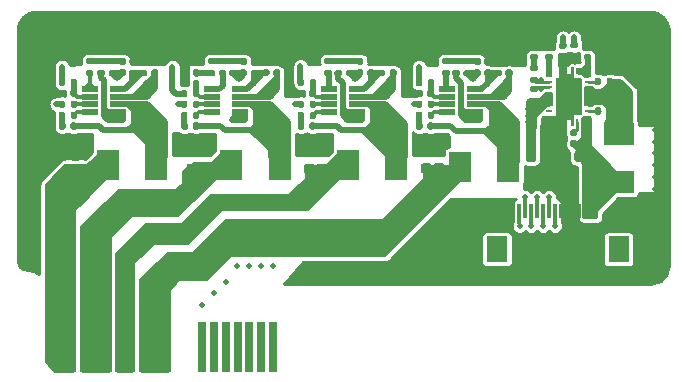
<source format=gbr>
G04 #@! TF.GenerationSoftware,KiCad,Pcbnew,(5.1.8)-1*
G04 #@! TF.CreationDate,2021-09-22T18:05:39+08:00*
G04 #@! TF.ProjectId,PowerSupply,506f7765-7253-4757-9070-6c792e6b6963,rev?*
G04 #@! TF.SameCoordinates,PX5e56640PY77750e0*
G04 #@! TF.FileFunction,Copper,L4,Bot*
G04 #@! TF.FilePolarity,Positive*
%FSLAX46Y46*%
G04 Gerber Fmt 4.6, Leading zero omitted, Abs format (unit mm)*
G04 Created by KiCad (PCBNEW (5.1.8)-1) date 2021-09-22 18:05:39*
%MOMM*%
%LPD*%
G01*
G04 APERTURE LIST*
G04 #@! TA.AperFunction,EtchedComponent*
%ADD10C,0.010000*%
G04 #@! TD*
G04 #@! TA.AperFunction,SMDPad,CuDef*
%ADD11R,2.050000X3.050000*%
G04 #@! TD*
G04 #@! TA.AperFunction,SMDPad,CuDef*
%ADD12R,0.600000X0.240000*%
G04 #@! TD*
G04 #@! TA.AperFunction,SMDPad,CuDef*
%ADD13R,0.240000X0.600000*%
G04 #@! TD*
G04 #@! TA.AperFunction,SMDPad,CuDef*
%ADD14R,1.900000X2.500000*%
G04 #@! TD*
G04 #@! TA.AperFunction,SMDPad,CuDef*
%ADD15R,1.340000X0.490000*%
G04 #@! TD*
G04 #@! TA.AperFunction,SMDPad,CuDef*
%ADD16R,2.500000X1.900000*%
G04 #@! TD*
G04 #@! TA.AperFunction,SMDPad,CuDef*
%ADD17R,0.300000X1.300000*%
G04 #@! TD*
G04 #@! TA.AperFunction,SMDPad,CuDef*
%ADD18R,1.800000X2.200000*%
G04 #@! TD*
G04 #@! TA.AperFunction,ConnectorPad*
%ADD19R,0.700000X4.300000*%
G04 #@! TD*
G04 #@! TA.AperFunction,ConnectorPad*
%ADD20R,0.700000X3.200000*%
G04 #@! TD*
G04 #@! TA.AperFunction,ViaPad*
%ADD21C,0.500000*%
G04 #@! TD*
G04 #@! TA.AperFunction,Conductor*
%ADD22C,0.500000*%
G04 #@! TD*
G04 #@! TA.AperFunction,Conductor*
%ADD23C,0.250000*%
G04 #@! TD*
G04 #@! TA.AperFunction,Conductor*
%ADD24C,0.700000*%
G04 #@! TD*
G04 #@! TA.AperFunction,Conductor*
%ADD25C,0.150000*%
G04 #@! TD*
G04 #@! TA.AperFunction,Conductor*
%ADD26C,0.300000*%
G04 #@! TD*
G04 #@! TA.AperFunction,Conductor*
%ADD27C,0.254000*%
G04 #@! TD*
G04 #@! TA.AperFunction,Conductor*
%ADD28C,0.100000*%
G04 #@! TD*
G04 APERTURE END LIST*
D10*
G04 #@! TO.C,U1*
G36*
X57445000Y27845000D02*
G01*
X57445000Y28720000D01*
X57444931Y28722617D01*
X57444726Y28725226D01*
X57444384Y28727822D01*
X57443907Y28730396D01*
X57443296Y28732941D01*
X57442553Y28735451D01*
X57441679Y28737918D01*
X57440677Y28740337D01*
X57439550Y28742700D01*
X57438301Y28745000D01*
X57436934Y28747232D01*
X57435451Y28749389D01*
X57433857Y28751466D01*
X57432157Y28753457D01*
X57430355Y28755355D01*
X57428457Y28757157D01*
X57426466Y28758857D01*
X57424389Y28760451D01*
X57422232Y28761934D01*
X57420000Y28763301D01*
X57417700Y28764550D01*
X57415337Y28765677D01*
X57412918Y28766679D01*
X57410451Y28767553D01*
X57407941Y28768296D01*
X57405396Y28768907D01*
X57402822Y28769384D01*
X57400226Y28769726D01*
X57397617Y28769931D01*
X57395000Y28770000D01*
X57295000Y28770000D01*
X57292383Y28769931D01*
X57289774Y28769726D01*
X57287178Y28769384D01*
X57284604Y28768907D01*
X57282059Y28768296D01*
X57279549Y28767553D01*
X57277082Y28766679D01*
X57274663Y28765677D01*
X57272300Y28764550D01*
X57270000Y28763301D01*
X57267768Y28761934D01*
X57265611Y28760451D01*
X57263534Y28758857D01*
X57261543Y28757157D01*
X57259645Y28755355D01*
X57257843Y28753457D01*
X57256143Y28751466D01*
X57254549Y28749389D01*
X57253066Y28747232D01*
X57251699Y28745000D01*
X57250450Y28742700D01*
X57249323Y28740337D01*
X57248321Y28737918D01*
X57247447Y28735451D01*
X57246704Y28732941D01*
X57246093Y28730396D01*
X57245616Y28727822D01*
X57245274Y28725226D01*
X57245069Y28722617D01*
X57245000Y28720000D01*
X57245000Y28245000D01*
X56895000Y28245000D01*
X56895000Y28720000D01*
X56894931Y28722617D01*
X56894726Y28725226D01*
X56894384Y28727822D01*
X56893907Y28730396D01*
X56893296Y28732941D01*
X56892553Y28735451D01*
X56891679Y28737918D01*
X56890677Y28740337D01*
X56889550Y28742700D01*
X56888301Y28745000D01*
X56886934Y28747232D01*
X56885451Y28749389D01*
X56883857Y28751466D01*
X56882157Y28753457D01*
X56880355Y28755355D01*
X56878457Y28757157D01*
X56876466Y28758857D01*
X56874389Y28760451D01*
X56872232Y28761934D01*
X56870000Y28763301D01*
X56867700Y28764550D01*
X56865337Y28765677D01*
X56862918Y28766679D01*
X56860451Y28767553D01*
X56857941Y28768296D01*
X56855396Y28768907D01*
X56852822Y28769384D01*
X56850226Y28769726D01*
X56847617Y28769931D01*
X56845000Y28770000D01*
X56745000Y28770000D01*
X56742383Y28769931D01*
X56739774Y28769726D01*
X56737178Y28769384D01*
X56734604Y28768907D01*
X56732059Y28768296D01*
X56729549Y28767553D01*
X56727082Y28766679D01*
X56724663Y28765677D01*
X56722300Y28764550D01*
X56720000Y28763301D01*
X56717768Y28761934D01*
X56715611Y28760451D01*
X56713534Y28758857D01*
X56711543Y28757157D01*
X56709645Y28755355D01*
X56707843Y28753457D01*
X56706143Y28751466D01*
X56704549Y28749389D01*
X56703066Y28747232D01*
X56701699Y28745000D01*
X56700450Y28742700D01*
X56699323Y28740337D01*
X56698321Y28737918D01*
X56697447Y28735451D01*
X56696704Y28732941D01*
X56696093Y28730396D01*
X56695616Y28727822D01*
X56695274Y28725226D01*
X56695069Y28722617D01*
X56695000Y28720000D01*
X56695000Y27845000D01*
X56095000Y27845000D01*
X56092383Y27844931D01*
X56089774Y27844726D01*
X56087178Y27844384D01*
X56084604Y27843907D01*
X56082059Y27843296D01*
X56079549Y27842553D01*
X56077082Y27841679D01*
X56074663Y27840677D01*
X56072300Y27839550D01*
X56070000Y27838301D01*
X56067768Y27836934D01*
X56065611Y27835451D01*
X56063534Y27833857D01*
X56061543Y27832157D01*
X56059645Y27830355D01*
X56057843Y27828457D01*
X56056143Y27826466D01*
X56054549Y27824389D01*
X56053066Y27822232D01*
X56051699Y27820000D01*
X56050450Y27817700D01*
X56049323Y27815337D01*
X56048321Y27812918D01*
X56047447Y27810451D01*
X56046704Y27807941D01*
X56046093Y27805396D01*
X56045616Y27802822D01*
X56045274Y27800226D01*
X56045069Y27797617D01*
X56045000Y27795000D01*
X56045000Y24845000D01*
X56045069Y24842383D01*
X56045274Y24839774D01*
X56045616Y24837178D01*
X56046093Y24834604D01*
X56046704Y24832059D01*
X56047447Y24829549D01*
X56048321Y24827082D01*
X56049323Y24824663D01*
X56050450Y24822300D01*
X56051699Y24820000D01*
X56053066Y24817768D01*
X56054549Y24815611D01*
X56056143Y24813534D01*
X56057843Y24811543D01*
X56059645Y24809645D01*
X56061543Y24807843D01*
X56063534Y24806143D01*
X56065611Y24804549D01*
X56067768Y24803066D01*
X56070000Y24801699D01*
X56072300Y24800450D01*
X56074663Y24799323D01*
X56077082Y24798321D01*
X56079549Y24797447D01*
X56082059Y24796704D01*
X56084604Y24796093D01*
X56087178Y24795616D01*
X56089774Y24795274D01*
X56092383Y24795069D01*
X56095000Y24795000D01*
X56695000Y24795000D01*
X56695000Y23920000D01*
X56695069Y23917383D01*
X56695274Y23914774D01*
X56695616Y23912178D01*
X56696093Y23909604D01*
X56696704Y23907059D01*
X56697447Y23904549D01*
X56698321Y23902082D01*
X56699323Y23899663D01*
X56700450Y23897300D01*
X56701699Y23895000D01*
X56703066Y23892768D01*
X56704549Y23890611D01*
X56706143Y23888534D01*
X56707843Y23886543D01*
X56709645Y23884645D01*
X56711543Y23882843D01*
X56713534Y23881143D01*
X56715611Y23879549D01*
X56717768Y23878066D01*
X56720000Y23876699D01*
X56722300Y23875450D01*
X56724663Y23874323D01*
X56727082Y23873321D01*
X56729549Y23872447D01*
X56732059Y23871704D01*
X56734604Y23871093D01*
X56737178Y23870616D01*
X56739774Y23870274D01*
X56742383Y23870069D01*
X56745000Y23870000D01*
X56845000Y23870000D01*
X56847617Y23870069D01*
X56850226Y23870274D01*
X56852822Y23870616D01*
X56855396Y23871093D01*
X56857941Y23871704D01*
X56860451Y23872447D01*
X56862918Y23873321D01*
X56865337Y23874323D01*
X56867700Y23875450D01*
X56870000Y23876699D01*
X56872232Y23878066D01*
X56874389Y23879549D01*
X56876466Y23881143D01*
X56878457Y23882843D01*
X56880355Y23884645D01*
X56882157Y23886543D01*
X56883857Y23888534D01*
X56885451Y23890611D01*
X56886934Y23892768D01*
X56888301Y23895000D01*
X56889550Y23897300D01*
X56890677Y23899663D01*
X56891679Y23902082D01*
X56892553Y23904549D01*
X56893296Y23907059D01*
X56893907Y23909604D01*
X56894384Y23912178D01*
X56894726Y23914774D01*
X56894931Y23917383D01*
X56895000Y23920000D01*
X56895000Y24395000D01*
X57245000Y24395000D01*
X57245000Y23920000D01*
X57245069Y23917383D01*
X57245274Y23914774D01*
X57245616Y23912178D01*
X57246093Y23909604D01*
X57246704Y23907059D01*
X57247447Y23904549D01*
X57248321Y23902082D01*
X57249323Y23899663D01*
X57250450Y23897300D01*
X57251699Y23895000D01*
X57253066Y23892768D01*
X57254549Y23890611D01*
X57256143Y23888534D01*
X57257843Y23886543D01*
X57259645Y23884645D01*
X57261543Y23882843D01*
X57263534Y23881143D01*
X57265611Y23879549D01*
X57267768Y23878066D01*
X57270000Y23876699D01*
X57272300Y23875450D01*
X57274663Y23874323D01*
X57277082Y23873321D01*
X57279549Y23872447D01*
X57282059Y23871704D01*
X57284604Y23871093D01*
X57287178Y23870616D01*
X57289774Y23870274D01*
X57292383Y23870069D01*
X57295000Y23870000D01*
X57395000Y23870000D01*
X57397617Y23870069D01*
X57400226Y23870274D01*
X57402822Y23870616D01*
X57405396Y23871093D01*
X57407941Y23871704D01*
X57410451Y23872447D01*
X57412918Y23873321D01*
X57415337Y23874323D01*
X57417700Y23875450D01*
X57420000Y23876699D01*
X57422232Y23878066D01*
X57424389Y23879549D01*
X57426466Y23881143D01*
X57428457Y23882843D01*
X57430355Y23884645D01*
X57432157Y23886543D01*
X57433857Y23888534D01*
X57435451Y23890611D01*
X57436934Y23892768D01*
X57438301Y23895000D01*
X57439550Y23897300D01*
X57440677Y23899663D01*
X57441679Y23902082D01*
X57442553Y23904549D01*
X57443296Y23907059D01*
X57443907Y23909604D01*
X57444384Y23912178D01*
X57444726Y23914774D01*
X57444931Y23917383D01*
X57445000Y23920000D01*
X57445000Y24795000D01*
X58045000Y24795000D01*
X58047617Y24795069D01*
X58050226Y24795274D01*
X58052822Y24795616D01*
X58055396Y24796093D01*
X58057941Y24796704D01*
X58060451Y24797447D01*
X58062918Y24798321D01*
X58065337Y24799323D01*
X58067700Y24800450D01*
X58070000Y24801699D01*
X58072232Y24803066D01*
X58074389Y24804549D01*
X58076466Y24806143D01*
X58078457Y24807843D01*
X58080355Y24809645D01*
X58082157Y24811543D01*
X58083857Y24813534D01*
X58085451Y24815611D01*
X58086934Y24817768D01*
X58088301Y24820000D01*
X58089550Y24822300D01*
X58090677Y24824663D01*
X58091679Y24827082D01*
X58092553Y24829549D01*
X58093296Y24832059D01*
X58093907Y24834604D01*
X58094384Y24837178D01*
X58094726Y24839774D01*
X58094931Y24842383D01*
X58095000Y24845000D01*
X58095000Y27795000D01*
X58094931Y27797617D01*
X58094726Y27800226D01*
X58094384Y27802822D01*
X58093907Y27805396D01*
X58093296Y27807941D01*
X58092553Y27810451D01*
X58091679Y27812918D01*
X58090677Y27815337D01*
X58089550Y27817700D01*
X58088301Y27820000D01*
X58086934Y27822232D01*
X58085451Y27824389D01*
X58083857Y27826466D01*
X58082157Y27828457D01*
X58080355Y27830355D01*
X58078457Y27832157D01*
X58076466Y27833857D01*
X58074389Y27835451D01*
X58072232Y27836934D01*
X58070000Y27838301D01*
X58067700Y27839550D01*
X58065337Y27840677D01*
X58062918Y27841679D01*
X58060451Y27842553D01*
X58057941Y27843296D01*
X58055396Y27843907D01*
X58052822Y27844384D01*
X58050226Y27844726D01*
X58047617Y27844931D01*
X58045000Y27845000D01*
X57445000Y27845000D01*
G37*
X57445000Y27845000D02*
X57445000Y28720000D01*
X57444931Y28722617D01*
X57444726Y28725226D01*
X57444384Y28727822D01*
X57443907Y28730396D01*
X57443296Y28732941D01*
X57442553Y28735451D01*
X57441679Y28737918D01*
X57440677Y28740337D01*
X57439550Y28742700D01*
X57438301Y28745000D01*
X57436934Y28747232D01*
X57435451Y28749389D01*
X57433857Y28751466D01*
X57432157Y28753457D01*
X57430355Y28755355D01*
X57428457Y28757157D01*
X57426466Y28758857D01*
X57424389Y28760451D01*
X57422232Y28761934D01*
X57420000Y28763301D01*
X57417700Y28764550D01*
X57415337Y28765677D01*
X57412918Y28766679D01*
X57410451Y28767553D01*
X57407941Y28768296D01*
X57405396Y28768907D01*
X57402822Y28769384D01*
X57400226Y28769726D01*
X57397617Y28769931D01*
X57395000Y28770000D01*
X57295000Y28770000D01*
X57292383Y28769931D01*
X57289774Y28769726D01*
X57287178Y28769384D01*
X57284604Y28768907D01*
X57282059Y28768296D01*
X57279549Y28767553D01*
X57277082Y28766679D01*
X57274663Y28765677D01*
X57272300Y28764550D01*
X57270000Y28763301D01*
X57267768Y28761934D01*
X57265611Y28760451D01*
X57263534Y28758857D01*
X57261543Y28757157D01*
X57259645Y28755355D01*
X57257843Y28753457D01*
X57256143Y28751466D01*
X57254549Y28749389D01*
X57253066Y28747232D01*
X57251699Y28745000D01*
X57250450Y28742700D01*
X57249323Y28740337D01*
X57248321Y28737918D01*
X57247447Y28735451D01*
X57246704Y28732941D01*
X57246093Y28730396D01*
X57245616Y28727822D01*
X57245274Y28725226D01*
X57245069Y28722617D01*
X57245000Y28720000D01*
X57245000Y28245000D01*
X56895000Y28245000D01*
X56895000Y28720000D01*
X56894931Y28722617D01*
X56894726Y28725226D01*
X56894384Y28727822D01*
X56893907Y28730396D01*
X56893296Y28732941D01*
X56892553Y28735451D01*
X56891679Y28737918D01*
X56890677Y28740337D01*
X56889550Y28742700D01*
X56888301Y28745000D01*
X56886934Y28747232D01*
X56885451Y28749389D01*
X56883857Y28751466D01*
X56882157Y28753457D01*
X56880355Y28755355D01*
X56878457Y28757157D01*
X56876466Y28758857D01*
X56874389Y28760451D01*
X56872232Y28761934D01*
X56870000Y28763301D01*
X56867700Y28764550D01*
X56865337Y28765677D01*
X56862918Y28766679D01*
X56860451Y28767553D01*
X56857941Y28768296D01*
X56855396Y28768907D01*
X56852822Y28769384D01*
X56850226Y28769726D01*
X56847617Y28769931D01*
X56845000Y28770000D01*
X56745000Y28770000D01*
X56742383Y28769931D01*
X56739774Y28769726D01*
X56737178Y28769384D01*
X56734604Y28768907D01*
X56732059Y28768296D01*
X56729549Y28767553D01*
X56727082Y28766679D01*
X56724663Y28765677D01*
X56722300Y28764550D01*
X56720000Y28763301D01*
X56717768Y28761934D01*
X56715611Y28760451D01*
X56713534Y28758857D01*
X56711543Y28757157D01*
X56709645Y28755355D01*
X56707843Y28753457D01*
X56706143Y28751466D01*
X56704549Y28749389D01*
X56703066Y28747232D01*
X56701699Y28745000D01*
X56700450Y28742700D01*
X56699323Y28740337D01*
X56698321Y28737918D01*
X56697447Y28735451D01*
X56696704Y28732941D01*
X56696093Y28730396D01*
X56695616Y28727822D01*
X56695274Y28725226D01*
X56695069Y28722617D01*
X56695000Y28720000D01*
X56695000Y27845000D01*
X56095000Y27845000D01*
X56092383Y27844931D01*
X56089774Y27844726D01*
X56087178Y27844384D01*
X56084604Y27843907D01*
X56082059Y27843296D01*
X56079549Y27842553D01*
X56077082Y27841679D01*
X56074663Y27840677D01*
X56072300Y27839550D01*
X56070000Y27838301D01*
X56067768Y27836934D01*
X56065611Y27835451D01*
X56063534Y27833857D01*
X56061543Y27832157D01*
X56059645Y27830355D01*
X56057843Y27828457D01*
X56056143Y27826466D01*
X56054549Y27824389D01*
X56053066Y27822232D01*
X56051699Y27820000D01*
X56050450Y27817700D01*
X56049323Y27815337D01*
X56048321Y27812918D01*
X56047447Y27810451D01*
X56046704Y27807941D01*
X56046093Y27805396D01*
X56045616Y27802822D01*
X56045274Y27800226D01*
X56045069Y27797617D01*
X56045000Y27795000D01*
X56045000Y24845000D01*
X56045069Y24842383D01*
X56045274Y24839774D01*
X56045616Y24837178D01*
X56046093Y24834604D01*
X56046704Y24832059D01*
X56047447Y24829549D01*
X56048321Y24827082D01*
X56049323Y24824663D01*
X56050450Y24822300D01*
X56051699Y24820000D01*
X56053066Y24817768D01*
X56054549Y24815611D01*
X56056143Y24813534D01*
X56057843Y24811543D01*
X56059645Y24809645D01*
X56061543Y24807843D01*
X56063534Y24806143D01*
X56065611Y24804549D01*
X56067768Y24803066D01*
X56070000Y24801699D01*
X56072300Y24800450D01*
X56074663Y24799323D01*
X56077082Y24798321D01*
X56079549Y24797447D01*
X56082059Y24796704D01*
X56084604Y24796093D01*
X56087178Y24795616D01*
X56089774Y24795274D01*
X56092383Y24795069D01*
X56095000Y24795000D01*
X56695000Y24795000D01*
X56695000Y23920000D01*
X56695069Y23917383D01*
X56695274Y23914774D01*
X56695616Y23912178D01*
X56696093Y23909604D01*
X56696704Y23907059D01*
X56697447Y23904549D01*
X56698321Y23902082D01*
X56699323Y23899663D01*
X56700450Y23897300D01*
X56701699Y23895000D01*
X56703066Y23892768D01*
X56704549Y23890611D01*
X56706143Y23888534D01*
X56707843Y23886543D01*
X56709645Y23884645D01*
X56711543Y23882843D01*
X56713534Y23881143D01*
X56715611Y23879549D01*
X56717768Y23878066D01*
X56720000Y23876699D01*
X56722300Y23875450D01*
X56724663Y23874323D01*
X56727082Y23873321D01*
X56729549Y23872447D01*
X56732059Y23871704D01*
X56734604Y23871093D01*
X56737178Y23870616D01*
X56739774Y23870274D01*
X56742383Y23870069D01*
X56745000Y23870000D01*
X56845000Y23870000D01*
X56847617Y23870069D01*
X56850226Y23870274D01*
X56852822Y23870616D01*
X56855396Y23871093D01*
X56857941Y23871704D01*
X56860451Y23872447D01*
X56862918Y23873321D01*
X56865337Y23874323D01*
X56867700Y23875450D01*
X56870000Y23876699D01*
X56872232Y23878066D01*
X56874389Y23879549D01*
X56876466Y23881143D01*
X56878457Y23882843D01*
X56880355Y23884645D01*
X56882157Y23886543D01*
X56883857Y23888534D01*
X56885451Y23890611D01*
X56886934Y23892768D01*
X56888301Y23895000D01*
X56889550Y23897300D01*
X56890677Y23899663D01*
X56891679Y23902082D01*
X56892553Y23904549D01*
X56893296Y23907059D01*
X56893907Y23909604D01*
X56894384Y23912178D01*
X56894726Y23914774D01*
X56894931Y23917383D01*
X56895000Y23920000D01*
X56895000Y24395000D01*
X57245000Y24395000D01*
X57245000Y23920000D01*
X57245069Y23917383D01*
X57245274Y23914774D01*
X57245616Y23912178D01*
X57246093Y23909604D01*
X57246704Y23907059D01*
X57247447Y23904549D01*
X57248321Y23902082D01*
X57249323Y23899663D01*
X57250450Y23897300D01*
X57251699Y23895000D01*
X57253066Y23892768D01*
X57254549Y23890611D01*
X57256143Y23888534D01*
X57257843Y23886543D01*
X57259645Y23884645D01*
X57261543Y23882843D01*
X57263534Y23881143D01*
X57265611Y23879549D01*
X57267768Y23878066D01*
X57270000Y23876699D01*
X57272300Y23875450D01*
X57274663Y23874323D01*
X57277082Y23873321D01*
X57279549Y23872447D01*
X57282059Y23871704D01*
X57284604Y23871093D01*
X57287178Y23870616D01*
X57289774Y23870274D01*
X57292383Y23870069D01*
X57295000Y23870000D01*
X57395000Y23870000D01*
X57397617Y23870069D01*
X57400226Y23870274D01*
X57402822Y23870616D01*
X57405396Y23871093D01*
X57407941Y23871704D01*
X57410451Y23872447D01*
X57412918Y23873321D01*
X57415337Y23874323D01*
X57417700Y23875450D01*
X57420000Y23876699D01*
X57422232Y23878066D01*
X57424389Y23879549D01*
X57426466Y23881143D01*
X57428457Y23882843D01*
X57430355Y23884645D01*
X57432157Y23886543D01*
X57433857Y23888534D01*
X57435451Y23890611D01*
X57436934Y23892768D01*
X57438301Y23895000D01*
X57439550Y23897300D01*
X57440677Y23899663D01*
X57441679Y23902082D01*
X57442553Y23904549D01*
X57443296Y23907059D01*
X57443907Y23909604D01*
X57444384Y23912178D01*
X57444726Y23914774D01*
X57444931Y23917383D01*
X57445000Y23920000D01*
X57445000Y24795000D01*
X58045000Y24795000D01*
X58047617Y24795069D01*
X58050226Y24795274D01*
X58052822Y24795616D01*
X58055396Y24796093D01*
X58057941Y24796704D01*
X58060451Y24797447D01*
X58062918Y24798321D01*
X58065337Y24799323D01*
X58067700Y24800450D01*
X58070000Y24801699D01*
X58072232Y24803066D01*
X58074389Y24804549D01*
X58076466Y24806143D01*
X58078457Y24807843D01*
X58080355Y24809645D01*
X58082157Y24811543D01*
X58083857Y24813534D01*
X58085451Y24815611D01*
X58086934Y24817768D01*
X58088301Y24820000D01*
X58089550Y24822300D01*
X58090677Y24824663D01*
X58091679Y24827082D01*
X58092553Y24829549D01*
X58093296Y24832059D01*
X58093907Y24834604D01*
X58094384Y24837178D01*
X58094726Y24839774D01*
X58094931Y24842383D01*
X58095000Y24845000D01*
X58095000Y27795000D01*
X58094931Y27797617D01*
X58094726Y27800226D01*
X58094384Y27802822D01*
X58093907Y27805396D01*
X58093296Y27807941D01*
X58092553Y27810451D01*
X58091679Y27812918D01*
X58090677Y27815337D01*
X58089550Y27817700D01*
X58088301Y27820000D01*
X58086934Y27822232D01*
X58085451Y27824389D01*
X58083857Y27826466D01*
X58082157Y27828457D01*
X58080355Y27830355D01*
X58078457Y27832157D01*
X58076466Y27833857D01*
X58074389Y27835451D01*
X58072232Y27836934D01*
X58070000Y27838301D01*
X58067700Y27839550D01*
X58065337Y27840677D01*
X58062918Y27841679D01*
X58060451Y27842553D01*
X58057941Y27843296D01*
X58055396Y27843907D01*
X58052822Y27844384D01*
X58050226Y27844726D01*
X58047617Y27844931D01*
X58045000Y27845000D01*
X57445000Y27845000D01*
G04 #@! TD*
D11*
G04 #@! TO.P,U1,21*
G04 #@! TO.N,GND*
X57070000Y26320000D03*
D12*
G04 #@! TO.P,U1,19*
G04 #@! TO.N,Net-(R2-Pad1)*
X55420000Y28070000D03*
G04 #@! TO.P,U1,18*
G04 #@! TO.N,Net-(C3-Pad1)*
X55420000Y27570000D03*
G04 #@! TO.P,U1,17*
G04 #@! TO.N,Net-(R34-Pad2)*
X55420000Y27070000D03*
G04 #@! TO.P,U1,12*
G04 #@! TO.N,GND*
X55420000Y24570000D03*
G04 #@! TO.P,U1,13*
G04 #@! TO.N,N/C*
X55420000Y25070000D03*
G04 #@! TO.P,U1,14*
G04 #@! TO.N,+5V*
X55420000Y25570000D03*
G04 #@! TO.P,U1,15*
X55420000Y26070000D03*
G04 #@! TO.P,U1,16*
X55420000Y26570000D03*
G04 #@! TO.P,U1,2*
G04 #@! TO.N,Net-(C4-Pad1)*
X58720000Y28070000D03*
G04 #@! TO.P,U1,3*
G04 #@! TO.N,Net-(R7-Pad1)*
X58720000Y27570000D03*
G04 #@! TO.P,U1,4*
G04 #@! TO.N,Net-(C39-Pad2)*
X58720000Y27070000D03*
G04 #@! TO.P,U1,9*
G04 #@! TO.N,BAT+*
X58720000Y24570000D03*
G04 #@! TO.P,U1,8*
G04 #@! TO.N,Net-(C39-Pad1)*
X58720000Y25070000D03*
G04 #@! TO.P,U1,7*
G04 #@! TO.N,Net-(C39-Pad2)*
X58720000Y25570000D03*
G04 #@! TO.P,U1,6*
X58720000Y26070000D03*
G04 #@! TO.P,U1,5*
X58720000Y26570000D03*
D13*
G04 #@! TO.P,U1,11*
G04 #@! TO.N,GND*
X56320000Y24170000D03*
G04 #@! TO.P,U1,10*
G04 #@! TO.N,Net-(C6-Pad1)*
X57820000Y24170000D03*
G04 #@! TO.P,U1,20*
G04 #@! TO.N,GND*
X56320000Y28470000D03*
G04 #@! TO.P,U1,1*
G04 #@! TO.N,Net-(C4-Pad1)*
X57820000Y28470000D03*
G04 #@! TD*
G04 #@! TO.P,J10,1*
G04 #@! TO.N,GND*
G04 #@! TA.AperFunction,SMDPad,CuDef*
G36*
G01*
X11455000Y22980000D02*
X10905000Y22980000D01*
G75*
G02*
X10630000Y23255000I0J275000D01*
G01*
X10630000Y29705000D01*
G75*
G02*
X10905000Y29980000I275000J0D01*
G01*
X11455000Y29980000D01*
G75*
G02*
X11730000Y29705000I0J-275000D01*
G01*
X11730000Y23255000D01*
G75*
G02*
X11455000Y22980000I-275000J0D01*
G01*
G37*
G04 #@! TD.AperFunction*
G04 #@! TD*
G04 #@! TO.P,J9,1*
G04 #@! TO.N,GND*
G04 #@! TA.AperFunction,SMDPad,CuDef*
G36*
G01*
X41370000Y32595000D02*
X41370000Y33145000D01*
G75*
G02*
X41645000Y33420000I275000J0D01*
G01*
X48095000Y33420000D01*
G75*
G02*
X48370000Y33145000I0J-275000D01*
G01*
X48370000Y32595000D01*
G75*
G02*
X48095000Y32320000I-275000J0D01*
G01*
X41645000Y32320000D01*
G75*
G02*
X41370000Y32595000I0J275000D01*
G01*
G37*
G04 #@! TD.AperFunction*
G04 #@! TD*
G04 #@! TO.P,J8,1*
G04 #@! TO.N,GND*
G04 #@! TA.AperFunction,SMDPad,CuDef*
G36*
G01*
X41370000Y10815000D02*
X41370000Y11365000D01*
G75*
G02*
X41645000Y11640000I275000J0D01*
G01*
X48095000Y11640000D01*
G75*
G02*
X48370000Y11365000I0J-275000D01*
G01*
X48370000Y10815000D01*
G75*
G02*
X48095000Y10540000I-275000J0D01*
G01*
X41645000Y10540000D01*
G75*
G02*
X41370000Y10815000I0J275000D01*
G01*
G37*
G04 #@! TD.AperFunction*
G04 #@! TD*
G04 #@! TO.P,J7,1*
G04 #@! TO.N,GND*
G04 #@! TA.AperFunction,SMDPad,CuDef*
G36*
G01*
X11455000Y13980000D02*
X10905000Y13980000D01*
G75*
G02*
X10630000Y14255000I0J275000D01*
G01*
X10630000Y20705000D01*
G75*
G02*
X10905000Y20980000I275000J0D01*
G01*
X11455000Y20980000D01*
G75*
G02*
X11730000Y20705000I0J-275000D01*
G01*
X11730000Y14255000D01*
G75*
G02*
X11455000Y13980000I-275000J0D01*
G01*
G37*
G04 #@! TD.AperFunction*
G04 #@! TD*
G04 #@! TO.P,J6,1*
G04 #@! TO.N,GND*
G04 #@! TA.AperFunction,SMDPad,CuDef*
G36*
G01*
X65165000Y22980000D02*
X64615000Y22980000D01*
G75*
G02*
X64340000Y23255000I0J275000D01*
G01*
X64340000Y29705000D01*
G75*
G02*
X64615000Y29980000I275000J0D01*
G01*
X65165000Y29980000D01*
G75*
G02*
X65440000Y29705000I0J-275000D01*
G01*
X65440000Y23255000D01*
G75*
G02*
X65165000Y22980000I-275000J0D01*
G01*
G37*
G04 #@! TD.AperFunction*
G04 #@! TD*
G04 #@! TO.P,J5,1*
G04 #@! TO.N,GND*
G04 #@! TA.AperFunction,SMDPad,CuDef*
G36*
G01*
X27660000Y32595000D02*
X27660000Y33145000D01*
G75*
G02*
X27935000Y33420000I275000J0D01*
G01*
X34385000Y33420000D01*
G75*
G02*
X34660000Y33145000I0J-275000D01*
G01*
X34660000Y32595000D01*
G75*
G02*
X34385000Y32320000I-275000J0D01*
G01*
X27935000Y32320000D01*
G75*
G02*
X27660000Y32595000I0J275000D01*
G01*
G37*
G04 #@! TD.AperFunction*
G04 #@! TD*
G04 #@! TO.P,J4,1*
G04 #@! TO.N,GND*
G04 #@! TA.AperFunction,SMDPad,CuDef*
G36*
G01*
X55080000Y32595000D02*
X55080000Y33145000D01*
G75*
G02*
X55355000Y33420000I275000J0D01*
G01*
X61805000Y33420000D01*
G75*
G02*
X62080000Y33145000I0J-275000D01*
G01*
X62080000Y32595000D01*
G75*
G02*
X61805000Y32320000I-275000J0D01*
G01*
X55355000Y32320000D01*
G75*
G02*
X55080000Y32595000I0J275000D01*
G01*
G37*
G04 #@! TD.AperFunction*
G04 #@! TD*
G04 #@! TO.P,J3,1*
G04 #@! TO.N,GND*
G04 #@! TA.AperFunction,SMDPad,CuDef*
G36*
G01*
X65175000Y13980000D02*
X64625000Y13980000D01*
G75*
G02*
X64350000Y14255000I0J275000D01*
G01*
X64350000Y20705000D01*
G75*
G02*
X64625000Y20980000I275000J0D01*
G01*
X65175000Y20980000D01*
G75*
G02*
X65450000Y20705000I0J-275000D01*
G01*
X65450000Y14255000D01*
G75*
G02*
X65175000Y13980000I-275000J0D01*
G01*
G37*
G04 #@! TD.AperFunction*
G04 #@! TD*
G04 #@! TO.P,J2,1*
G04 #@! TO.N,GND*
G04 #@! TA.AperFunction,SMDPad,CuDef*
G36*
G01*
X13950000Y32595000D02*
X13950000Y33145000D01*
G75*
G02*
X14225000Y33420000I275000J0D01*
G01*
X20675000Y33420000D01*
G75*
G02*
X20950000Y33145000I0J-275000D01*
G01*
X20950000Y32595000D01*
G75*
G02*
X20675000Y32320000I-275000J0D01*
G01*
X14225000Y32320000D01*
G75*
G02*
X13950000Y32595000I0J275000D01*
G01*
G37*
G04 #@! TD.AperFunction*
G04 #@! TD*
D14*
G04 #@! TO.P,L4,2*
G04 #@! TO.N,+2V5*
X38390000Y20460000D03*
G04 #@! TO.P,L4,1*
G04 #@! TO.N,Net-(2V5-Pad3)*
X42490000Y20460000D03*
G04 #@! TD*
D15*
G04 #@! TO.P,3V3,1*
G04 #@! TO.N,Net-(3V3-Pad1)*
X49150001Y26945000D03*
G04 #@! TO.P,3V3,2*
G04 #@! TO.N,+5V*
X49150001Y26295000D03*
G04 #@! TO.P,3V3,3*
G04 #@! TO.N,Net-(3V3-Pad3)*
X49150001Y25645000D03*
G04 #@! TO.P,3V3,4*
G04 #@! TO.N,GND*
X49150001Y24995000D03*
G04 #@! TO.P,3V3,5*
G04 #@! TO.N,Net-(3V3-Pad5)*
X46770001Y24995000D03*
G04 #@! TO.P,3V3,6*
G04 #@! TO.N,Net-(3V3-Pad6)*
X46770001Y25645000D03*
G04 #@! TO.P,3V3,7*
G04 #@! TO.N,Net-(3V3-Pad7)*
X46770001Y26295000D03*
G04 #@! TO.P,3V3,8*
G04 #@! TO.N,Net-(3V3-Pad8)*
X46770001Y26945000D03*
G04 #@! TD*
G04 #@! TO.P,C16,2*
G04 #@! TO.N,GND*
G04 #@! TA.AperFunction,SMDPad,CuDef*
G36*
G01*
X35390000Y21275000D02*
X34890000Y21275000D01*
G75*
G02*
X34665000Y21500000I0J225000D01*
G01*
X34665000Y21950000D01*
G75*
G02*
X34890000Y22175000I225000J0D01*
G01*
X35390000Y22175000D01*
G75*
G02*
X35615000Y21950000I0J-225000D01*
G01*
X35615000Y21500000D01*
G75*
G02*
X35390000Y21275000I-225000J0D01*
G01*
G37*
G04 #@! TD.AperFunction*
G04 #@! TO.P,C16,1*
G04 #@! TO.N,+2V5*
G04 #@! TA.AperFunction,SMDPad,CuDef*
G36*
G01*
X35390000Y19725000D02*
X34890000Y19725000D01*
G75*
G02*
X34665000Y19950000I0J225000D01*
G01*
X34665000Y20400000D01*
G75*
G02*
X34890000Y20625000I225000J0D01*
G01*
X35390000Y20625000D01*
G75*
G02*
X35615000Y20400000I0J-225000D01*
G01*
X35615000Y19950000D01*
G75*
G02*
X35390000Y19725000I-225000J0D01*
G01*
G37*
G04 #@! TD.AperFunction*
G04 #@! TD*
D14*
G04 #@! TO.P,L6,2*
G04 #@! TO.N,+1V2*
X18080000Y20460000D03*
G04 #@! TO.P,L6,1*
G04 #@! TO.N,Net-(1V2-Pad3)*
X22180000Y20460000D03*
G04 #@! TD*
G04 #@! TO.P,L5,2*
G04 #@! TO.N,+1V5*
X28520000Y20460000D03*
G04 #@! TO.P,L5,1*
G04 #@! TO.N,Net-(1V5-Pad3)*
X32620000Y20460000D03*
G04 #@! TD*
G04 #@! TO.P,L3,2*
G04 #@! TO.N,+3V3*
X47880000Y20350000D03*
G04 #@! TO.P,L3,1*
G04 #@! TO.N,Net-(3V3-Pad3)*
X51980000Y20350000D03*
G04 #@! TD*
D16*
G04 #@! TO.P,L1,2*
G04 #@! TO.N,Net-(C39-Pad2)*
X61350000Y23150000D03*
G04 #@! TO.P,L1,1*
G04 #@! TO.N,BAT+*
X61350000Y19050000D03*
G04 #@! TD*
G04 #@! TO.P,C42,2*
G04 #@! TO.N,GND*
G04 #@! TA.AperFunction,SMDPad,CuDef*
G36*
G01*
X55005000Y20990000D02*
X55005000Y21490000D01*
G75*
G02*
X55230000Y21715000I225000J0D01*
G01*
X55680000Y21715000D01*
G75*
G02*
X55905000Y21490000I0J-225000D01*
G01*
X55905000Y20990000D01*
G75*
G02*
X55680000Y20765000I-225000J0D01*
G01*
X55230000Y20765000D01*
G75*
G02*
X55005000Y20990000I0J225000D01*
G01*
G37*
G04 #@! TD.AperFunction*
G04 #@! TO.P,C42,1*
G04 #@! TO.N,+5V*
G04 #@! TA.AperFunction,SMDPad,CuDef*
G36*
G01*
X53455000Y20990000D02*
X53455000Y21490000D01*
G75*
G02*
X53680000Y21715000I225000J0D01*
G01*
X54130000Y21715000D01*
G75*
G02*
X54355000Y21490000I0J-225000D01*
G01*
X54355000Y20990000D01*
G75*
G02*
X54130000Y20765000I-225000J0D01*
G01*
X53680000Y20765000D01*
G75*
G02*
X53455000Y20990000I0J225000D01*
G01*
G37*
G04 #@! TD.AperFunction*
G04 #@! TD*
D17*
G04 #@! TO.P,J1,14*
G04 #@! TO.N,REG_EN2*
X52920000Y16605000D03*
G04 #@! TO.P,J1,13*
G04 #@! TO.N,REG_EN1*
X53420000Y16605000D03*
G04 #@! TO.P,J1,12*
G04 #@! TO.N,REG_CHG*
X53920000Y16605000D03*
G04 #@! TO.P,J1,11*
G04 #@! TO.N,REG_POWER*
X54420000Y16605000D03*
G04 #@! TO.P,J1,10*
G04 #@! TO.N,BAT_ISET*
X54920000Y16605000D03*
G04 #@! TO.P,J1,9*
G04 #@! TO.N,BAT_PG*
X55420000Y16605000D03*
G04 #@! TO.P,J1,8*
G04 #@! TO.N,BAT_CHG*
X55920000Y16605000D03*
G04 #@! TO.P,J1,7*
G04 #@! TO.N,GND*
X56420000Y16605000D03*
G04 #@! TO.P,J1,6*
X56920000Y16605000D03*
G04 #@! TO.P,J1,5*
X57420000Y16605000D03*
G04 #@! TO.P,J1,4*
X57920000Y16605000D03*
G04 #@! TO.P,J1,3*
G04 #@! TO.N,BAT+*
X58420000Y16605000D03*
G04 #@! TO.P,J1,2*
X58920000Y16605000D03*
G04 #@! TO.P,J1,1*
X59420000Y16605000D03*
D18*
G04 #@! TO.P,J1,MP*
G04 #@! TO.N,N/C*
X61320000Y13355000D03*
X51020000Y13355000D03*
G04 #@! TD*
G04 #@! TO.P,R34,2*
G04 #@! TO.N,Net-(R34-Pad2)*
G04 #@! TA.AperFunction,SMDPad,CuDef*
G36*
G01*
X57745000Y30370000D02*
X57375000Y30370000D01*
G75*
G02*
X57240000Y30505000I0J135000D01*
G01*
X57240000Y30775000D01*
G75*
G02*
X57375000Y30910000I135000J0D01*
G01*
X57745000Y30910000D01*
G75*
G02*
X57880000Y30775000I0J-135000D01*
G01*
X57880000Y30505000D01*
G75*
G02*
X57745000Y30370000I-135000J0D01*
G01*
G37*
G04 #@! TD.AperFunction*
G04 #@! TO.P,R34,1*
G04 #@! TO.N,GND*
G04 #@! TA.AperFunction,SMDPad,CuDef*
G36*
G01*
X57745000Y29350000D02*
X57375000Y29350000D01*
G75*
G02*
X57240000Y29485000I0J135000D01*
G01*
X57240000Y29755000D01*
G75*
G02*
X57375000Y29890000I135000J0D01*
G01*
X57745000Y29890000D01*
G75*
G02*
X57880000Y29755000I0J-135000D01*
G01*
X57880000Y29485000D01*
G75*
G02*
X57745000Y29350000I-135000J0D01*
G01*
G37*
G04 #@! TD.AperFunction*
G04 #@! TD*
G04 #@! TO.P,R8,2*
G04 #@! TO.N,+5V*
G04 #@! TA.AperFunction,SMDPad,CuDef*
G36*
G01*
X53955000Y26190000D02*
X54325000Y26190000D01*
G75*
G02*
X54460000Y26055000I0J-135000D01*
G01*
X54460000Y25785000D01*
G75*
G02*
X54325000Y25650000I-135000J0D01*
G01*
X53955000Y25650000D01*
G75*
G02*
X53820000Y25785000I0J135000D01*
G01*
X53820000Y26055000D01*
G75*
G02*
X53955000Y26190000I135000J0D01*
G01*
G37*
G04 #@! TD.AperFunction*
G04 #@! TO.P,R8,1*
G04 #@! TO.N,Net-(R34-Pad2)*
G04 #@! TA.AperFunction,SMDPad,CuDef*
G36*
G01*
X53955000Y27210000D02*
X54325000Y27210000D01*
G75*
G02*
X54460000Y27075000I0J-135000D01*
G01*
X54460000Y26805000D01*
G75*
G02*
X54325000Y26670000I-135000J0D01*
G01*
X53955000Y26670000D01*
G75*
G02*
X53820000Y26805000I0J135000D01*
G01*
X53820000Y27075000D01*
G75*
G02*
X53955000Y27210000I135000J0D01*
G01*
G37*
G04 #@! TD.AperFunction*
G04 #@! TD*
G04 #@! TO.P,R7,2*
G04 #@! TO.N,Net-(C39-Pad2)*
G04 #@! TA.AperFunction,SMDPad,CuDef*
G36*
G01*
X60300000Y27385000D02*
X60300000Y27755000D01*
G75*
G02*
X60435000Y27890000I135000J0D01*
G01*
X60705000Y27890000D01*
G75*
G02*
X60840000Y27755000I0J-135000D01*
G01*
X60840000Y27385000D01*
G75*
G02*
X60705000Y27250000I-135000J0D01*
G01*
X60435000Y27250000D01*
G75*
G02*
X60300000Y27385000I0J135000D01*
G01*
G37*
G04 #@! TD.AperFunction*
G04 #@! TO.P,R7,1*
G04 #@! TO.N,Net-(R7-Pad1)*
G04 #@! TA.AperFunction,SMDPad,CuDef*
G36*
G01*
X59280000Y27385000D02*
X59280000Y27755000D01*
G75*
G02*
X59415000Y27890000I135000J0D01*
G01*
X59685000Y27890000D01*
G75*
G02*
X59820000Y27755000I0J-135000D01*
G01*
X59820000Y27385000D01*
G75*
G02*
X59685000Y27250000I-135000J0D01*
G01*
X59415000Y27250000D01*
G75*
G02*
X59280000Y27385000I0J135000D01*
G01*
G37*
G04 #@! TD.AperFunction*
G04 #@! TD*
G04 #@! TO.P,R2,1*
G04 #@! TO.N,Net-(R2-Pad1)*
G04 #@! TA.AperFunction,SMDPad,CuDef*
G36*
G01*
X55605000Y29350000D02*
X55235000Y29350000D01*
G75*
G02*
X55100000Y29485000I0J135000D01*
G01*
X55100000Y29755000D01*
G75*
G02*
X55235000Y29890000I135000J0D01*
G01*
X55605000Y29890000D01*
G75*
G02*
X55740000Y29755000I0J-135000D01*
G01*
X55740000Y29485000D01*
G75*
G02*
X55605000Y29350000I-135000J0D01*
G01*
G37*
G04 #@! TD.AperFunction*
G04 #@! TO.P,R2,2*
G04 #@! TO.N,GND*
G04 #@! TA.AperFunction,SMDPad,CuDef*
G36*
G01*
X55605000Y30370000D02*
X55235000Y30370000D01*
G75*
G02*
X55100000Y30505000I0J135000D01*
G01*
X55100000Y30775000D01*
G75*
G02*
X55235000Y30910000I135000J0D01*
G01*
X55605000Y30910000D01*
G75*
G02*
X55740000Y30775000I0J-135000D01*
G01*
X55740000Y30505000D01*
G75*
G02*
X55605000Y30370000I-135000J0D01*
G01*
G37*
G04 #@! TD.AperFunction*
G04 #@! TD*
G04 #@! TO.P,R1,2*
G04 #@! TO.N,Net-(C5-Pad1)*
G04 #@! TA.AperFunction,SMDPad,CuDef*
G36*
G01*
X54325000Y28460000D02*
X53955000Y28460000D01*
G75*
G02*
X53820000Y28595000I0J135000D01*
G01*
X53820000Y28865000D01*
G75*
G02*
X53955000Y29000000I135000J0D01*
G01*
X54325000Y29000000D01*
G75*
G02*
X54460000Y28865000I0J-135000D01*
G01*
X54460000Y28595000D01*
G75*
G02*
X54325000Y28460000I-135000J0D01*
G01*
G37*
G04 #@! TD.AperFunction*
G04 #@! TO.P,R1,1*
G04 #@! TO.N,Net-(C3-Pad1)*
G04 #@! TA.AperFunction,SMDPad,CuDef*
G36*
G01*
X54325000Y27440000D02*
X53955000Y27440000D01*
G75*
G02*
X53820000Y27575000I0J135000D01*
G01*
X53820000Y27845000D01*
G75*
G02*
X53955000Y27980000I135000J0D01*
G01*
X54325000Y27980000D01*
G75*
G02*
X54460000Y27845000I0J-135000D01*
G01*
X54460000Y27575000D01*
G75*
G02*
X54325000Y27440000I-135000J0D01*
G01*
G37*
G04 #@! TD.AperFunction*
G04 #@! TD*
G04 #@! TO.P,C41,2*
G04 #@! TO.N,GND*
G04 #@! TA.AperFunction,SMDPad,CuDef*
G36*
G01*
X54995000Y22039999D02*
X54995000Y22539999D01*
G75*
G02*
X55220000Y22764999I225000J0D01*
G01*
X55670000Y22764999D01*
G75*
G02*
X55895000Y22539999I0J-225000D01*
G01*
X55895000Y22039999D01*
G75*
G02*
X55670000Y21814999I-225000J0D01*
G01*
X55220000Y21814999D01*
G75*
G02*
X54995000Y22039999I0J225000D01*
G01*
G37*
G04 #@! TD.AperFunction*
G04 #@! TO.P,C41,1*
G04 #@! TO.N,+5V*
G04 #@! TA.AperFunction,SMDPad,CuDef*
G36*
G01*
X53445000Y22039999D02*
X53445000Y22539999D01*
G75*
G02*
X53670000Y22764999I225000J0D01*
G01*
X54120000Y22764999D01*
G75*
G02*
X54345000Y22539999I0J-225000D01*
G01*
X54345000Y22039999D01*
G75*
G02*
X54120000Y21814999I-225000J0D01*
G01*
X53670000Y21814999D01*
G75*
G02*
X53445000Y22039999I0J225000D01*
G01*
G37*
G04 #@! TD.AperFunction*
G04 #@! TD*
G04 #@! TO.P,C40,2*
G04 #@! TO.N,GND*
G04 #@! TA.AperFunction,SMDPad,CuDef*
G36*
G01*
X54994999Y23100000D02*
X54994999Y23600000D01*
G75*
G02*
X55219999Y23825000I225000J0D01*
G01*
X55669999Y23825000D01*
G75*
G02*
X55894999Y23600000I0J-225000D01*
G01*
X55894999Y23100000D01*
G75*
G02*
X55669999Y22875000I-225000J0D01*
G01*
X55219999Y22875000D01*
G75*
G02*
X54994999Y23100000I0J225000D01*
G01*
G37*
G04 #@! TD.AperFunction*
G04 #@! TO.P,C40,1*
G04 #@! TO.N,+5V*
G04 #@! TA.AperFunction,SMDPad,CuDef*
G36*
G01*
X53444999Y23100000D02*
X53444999Y23600000D01*
G75*
G02*
X53669999Y23825000I225000J0D01*
G01*
X54119999Y23825000D01*
G75*
G02*
X54344999Y23600000I0J-225000D01*
G01*
X54344999Y23100000D01*
G75*
G02*
X54119999Y22875000I-225000J0D01*
G01*
X53669999Y22875000D01*
G75*
G02*
X53444999Y23100000I0J225000D01*
G01*
G37*
G04 #@! TD.AperFunction*
G04 #@! TD*
G04 #@! TO.P,C39,2*
G04 #@! TO.N,Net-(C39-Pad2)*
G04 #@! TA.AperFunction,SMDPad,CuDef*
G36*
G01*
X60260000Y24890000D02*
X60260000Y25230000D01*
G75*
G02*
X60400000Y25370000I140000J0D01*
G01*
X60680000Y25370000D01*
G75*
G02*
X60820000Y25230000I0J-140000D01*
G01*
X60820000Y24890000D01*
G75*
G02*
X60680000Y24750000I-140000J0D01*
G01*
X60400000Y24750000D01*
G75*
G02*
X60260000Y24890000I0J140000D01*
G01*
G37*
G04 #@! TD.AperFunction*
G04 #@! TO.P,C39,1*
G04 #@! TO.N,Net-(C39-Pad1)*
G04 #@! TA.AperFunction,SMDPad,CuDef*
G36*
G01*
X59300000Y24890000D02*
X59300000Y25230000D01*
G75*
G02*
X59440000Y25370000I140000J0D01*
G01*
X59720000Y25370000D01*
G75*
G02*
X59860000Y25230000I0J-140000D01*
G01*
X59860000Y24890000D01*
G75*
G02*
X59720000Y24750000I-140000J0D01*
G01*
X59440000Y24750000D01*
G75*
G02*
X59300000Y24890000I0J140000D01*
G01*
G37*
G04 #@! TD.AperFunction*
G04 #@! TD*
G04 #@! TO.P,C6,2*
G04 #@! TO.N,GND*
G04 #@! TA.AperFunction,SMDPad,CuDef*
G36*
G01*
X56840000Y23410000D02*
X56840000Y23070000D01*
G75*
G02*
X56700000Y22930000I-140000J0D01*
G01*
X56420000Y22930000D01*
G75*
G02*
X56280000Y23070000I0J140000D01*
G01*
X56280000Y23410000D01*
G75*
G02*
X56420000Y23550000I140000J0D01*
G01*
X56700000Y23550000D01*
G75*
G02*
X56840000Y23410000I0J-140000D01*
G01*
G37*
G04 #@! TD.AperFunction*
G04 #@! TO.P,C6,1*
G04 #@! TO.N,Net-(C6-Pad1)*
G04 #@! TA.AperFunction,SMDPad,CuDef*
G36*
G01*
X57800000Y23410000D02*
X57800000Y23070000D01*
G75*
G02*
X57660000Y22930000I-140000J0D01*
G01*
X57380000Y22930000D01*
G75*
G02*
X57240000Y23070000I0J140000D01*
G01*
X57240000Y23410000D01*
G75*
G02*
X57380000Y23550000I140000J0D01*
G01*
X57660000Y23550000D01*
G75*
G02*
X57800000Y23410000I0J-140000D01*
G01*
G37*
G04 #@! TD.AperFunction*
G04 #@! TD*
G04 #@! TO.P,C5,1*
G04 #@! TO.N,Net-(C5-Pad1)*
G04 #@! TA.AperFunction,SMDPad,CuDef*
G36*
G01*
X54310000Y29370000D02*
X53970000Y29370000D01*
G75*
G02*
X53830000Y29510000I0J140000D01*
G01*
X53830000Y29790000D01*
G75*
G02*
X53970000Y29930000I140000J0D01*
G01*
X54310000Y29930000D01*
G75*
G02*
X54450000Y29790000I0J-140000D01*
G01*
X54450000Y29510000D01*
G75*
G02*
X54310000Y29370000I-140000J0D01*
G01*
G37*
G04 #@! TD.AperFunction*
G04 #@! TO.P,C5,2*
G04 #@! TO.N,GND*
G04 #@! TA.AperFunction,SMDPad,CuDef*
G36*
G01*
X54310000Y30330000D02*
X53970000Y30330000D01*
G75*
G02*
X53830000Y30470000I0J140000D01*
G01*
X53830000Y30750000D01*
G75*
G02*
X53970000Y30890000I140000J0D01*
G01*
X54310000Y30890000D01*
G75*
G02*
X54450000Y30750000I0J-140000D01*
G01*
X54450000Y30470000D01*
G75*
G02*
X54310000Y30330000I-140000J0D01*
G01*
G37*
G04 #@! TD.AperFunction*
G04 #@! TD*
G04 #@! TO.P,C4,2*
G04 #@! TO.N,GND*
G04 #@! TA.AperFunction,SMDPad,CuDef*
G36*
G01*
X58850000Y30330000D02*
X58510000Y30330000D01*
G75*
G02*
X58370000Y30470000I0J140000D01*
G01*
X58370000Y30750000D01*
G75*
G02*
X58510000Y30890000I140000J0D01*
G01*
X58850000Y30890000D01*
G75*
G02*
X58990000Y30750000I0J-140000D01*
G01*
X58990000Y30470000D01*
G75*
G02*
X58850000Y30330000I-140000J0D01*
G01*
G37*
G04 #@! TD.AperFunction*
G04 #@! TO.P,C4,1*
G04 #@! TO.N,Net-(C4-Pad1)*
G04 #@! TA.AperFunction,SMDPad,CuDef*
G36*
G01*
X58850000Y29370000D02*
X58510000Y29370000D01*
G75*
G02*
X58370000Y29510000I0J140000D01*
G01*
X58370000Y29790000D01*
G75*
G02*
X58510000Y29930000I140000J0D01*
G01*
X58850000Y29930000D01*
G75*
G02*
X58990000Y29790000I0J-140000D01*
G01*
X58990000Y29510000D01*
G75*
G02*
X58850000Y29370000I-140000J0D01*
G01*
G37*
G04 #@! TD.AperFunction*
G04 #@! TD*
G04 #@! TO.P,C3,2*
G04 #@! TO.N,GND*
G04 #@! TA.AperFunction,SMDPad,CuDef*
G36*
G01*
X56430000Y29930000D02*
X56770000Y29930000D01*
G75*
G02*
X56910000Y29790000I0J-140000D01*
G01*
X56910000Y29510000D01*
G75*
G02*
X56770000Y29370000I-140000J0D01*
G01*
X56430000Y29370000D01*
G75*
G02*
X56290000Y29510000I0J140000D01*
G01*
X56290000Y29790000D01*
G75*
G02*
X56430000Y29930000I140000J0D01*
G01*
G37*
G04 #@! TD.AperFunction*
G04 #@! TO.P,C3,1*
G04 #@! TO.N,Net-(C3-Pad1)*
G04 #@! TA.AperFunction,SMDPad,CuDef*
G36*
G01*
X56430000Y30890000D02*
X56770000Y30890000D01*
G75*
G02*
X56910000Y30750000I0J-140000D01*
G01*
X56910000Y30470000D01*
G75*
G02*
X56770000Y30330000I-140000J0D01*
G01*
X56430000Y30330000D01*
G75*
G02*
X56290000Y30470000I0J140000D01*
G01*
X56290000Y30750000D01*
G75*
G02*
X56430000Y30890000I140000J0D01*
G01*
G37*
G04 #@! TD.AperFunction*
G04 #@! TD*
G04 #@! TO.P,C2,2*
G04 #@! TO.N,GND*
G04 #@! TA.AperFunction,SMDPad,CuDef*
G36*
G01*
X56840000Y22490000D02*
X56840000Y22150000D01*
G75*
G02*
X56700000Y22010000I-140000J0D01*
G01*
X56420000Y22010000D01*
G75*
G02*
X56280000Y22150000I0J140000D01*
G01*
X56280000Y22490000D01*
G75*
G02*
X56420000Y22630000I140000J0D01*
G01*
X56700000Y22630000D01*
G75*
G02*
X56840000Y22490000I0J-140000D01*
G01*
G37*
G04 #@! TD.AperFunction*
G04 #@! TO.P,C2,1*
G04 #@! TO.N,BAT+*
G04 #@! TA.AperFunction,SMDPad,CuDef*
G36*
G01*
X57800000Y22490000D02*
X57800000Y22150000D01*
G75*
G02*
X57660000Y22010000I-140000J0D01*
G01*
X57380000Y22010000D01*
G75*
G02*
X57240000Y22150000I0J140000D01*
G01*
X57240000Y22490000D01*
G75*
G02*
X57380000Y22630000I140000J0D01*
G01*
X57660000Y22630000D01*
G75*
G02*
X57800000Y22490000I0J-140000D01*
G01*
G37*
G04 #@! TD.AperFunction*
G04 #@! TD*
G04 #@! TO.P,C1,2*
G04 #@! TO.N,GND*
G04 #@! TA.AperFunction,SMDPad,CuDef*
G36*
G01*
X56905000Y21490000D02*
X56905000Y20990000D01*
G75*
G02*
X56680000Y20765000I-225000J0D01*
G01*
X56230000Y20765000D01*
G75*
G02*
X56005000Y20990000I0J225000D01*
G01*
X56005000Y21490000D01*
G75*
G02*
X56230000Y21715000I225000J0D01*
G01*
X56680000Y21715000D01*
G75*
G02*
X56905000Y21490000I0J-225000D01*
G01*
G37*
G04 #@! TD.AperFunction*
G04 #@! TO.P,C1,1*
G04 #@! TO.N,BAT+*
G04 #@! TA.AperFunction,SMDPad,CuDef*
G36*
G01*
X58455000Y21490000D02*
X58455000Y20990000D01*
G75*
G02*
X58230000Y20765000I-225000J0D01*
G01*
X57780000Y20765000D01*
G75*
G02*
X57555000Y20990000I0J225000D01*
G01*
X57555000Y21490000D01*
G75*
G02*
X57780000Y21715000I225000J0D01*
G01*
X58230000Y21715000D01*
G75*
G02*
X58455000Y21490000I0J-225000D01*
G01*
G37*
G04 #@! TD.AperFunction*
G04 #@! TD*
D19*
G04 #@! TO.P,PCI1,A13*
G04 #@! TO.N,N/C*
X27050000Y5050000D03*
G04 #@! TO.P,PCI1,A12*
X26050000Y5050000D03*
G04 #@! TO.P,PCI1,A18*
X32050000Y5050000D03*
G04 #@! TO.P,PCI1,A17*
X31050000Y5050000D03*
G04 #@! TO.P,PCI1,A16*
X30050000Y5050000D03*
G04 #@! TO.P,PCI1,A15*
X29050000Y5050000D03*
G04 #@! TO.P,PCI1,A14*
X28050000Y5050000D03*
G04 #@! TO.P,PCI1,A11*
G04 #@! TO.N,+3V3*
X23050000Y5050000D03*
G04 #@! TO.P,PCI1,A10*
X22050000Y5050000D03*
G04 #@! TO.P,PCI1,A9*
X21050000Y5050000D03*
G04 #@! TO.P,PCI1,A8*
G04 #@! TO.N,+2V5*
X20050000Y5050000D03*
G04 #@! TO.P,PCI1,A7*
X19050000Y5050000D03*
G04 #@! TO.P,PCI1,A6*
G04 #@! TO.N,+1V5*
X18050000Y5050000D03*
G04 #@! TO.P,PCI1,A5*
X17050000Y5050000D03*
G04 #@! TO.P,PCI1,A4*
X16050000Y5050000D03*
G04 #@! TO.P,PCI1,A3*
G04 #@! TO.N,+1V2*
X15050000Y5050000D03*
G04 #@! TO.P,PCI1,A2*
X14050000Y5050000D03*
D20*
G04 #@! TO.P,PCI1,A1*
X13050000Y5600000D03*
G04 #@! TD*
G04 #@! TO.P,C32,2*
G04 #@! TO.N,GND*
G04 #@! TA.AperFunction,SMDPad,CuDef*
G36*
G01*
X15005001Y21275000D02*
X14505001Y21275000D01*
G75*
G02*
X14280001Y21500000I0J225000D01*
G01*
X14280001Y21950000D01*
G75*
G02*
X14505001Y22175000I225000J0D01*
G01*
X15005001Y22175000D01*
G75*
G02*
X15230001Y21950000I0J-225000D01*
G01*
X15230001Y21500000D01*
G75*
G02*
X15005001Y21275000I-225000J0D01*
G01*
G37*
G04 #@! TD.AperFunction*
G04 #@! TO.P,C32,1*
G04 #@! TO.N,+1V2*
G04 #@! TA.AperFunction,SMDPad,CuDef*
G36*
G01*
X15005001Y19725000D02*
X14505001Y19725000D01*
G75*
G02*
X14280001Y19950000I0J225000D01*
G01*
X14280001Y20400000D01*
G75*
G02*
X14505001Y20625000I225000J0D01*
G01*
X15005001Y20625000D01*
G75*
G02*
X15230001Y20400000I0J-225000D01*
G01*
X15230001Y19950000D01*
G75*
G02*
X15005001Y19725000I-225000J0D01*
G01*
G37*
G04 #@! TD.AperFunction*
G04 #@! TD*
G04 #@! TO.P,C31,2*
G04 #@! TO.N,GND*
G04 #@! TA.AperFunction,SMDPad,CuDef*
G36*
G01*
X16055000Y21275000D02*
X15555000Y21275000D01*
G75*
G02*
X15330000Y21500000I0J225000D01*
G01*
X15330000Y21950000D01*
G75*
G02*
X15555000Y22175000I225000J0D01*
G01*
X16055000Y22175000D01*
G75*
G02*
X16280000Y21950000I0J-225000D01*
G01*
X16280000Y21500000D01*
G75*
G02*
X16055000Y21275000I-225000J0D01*
G01*
G37*
G04 #@! TD.AperFunction*
G04 #@! TO.P,C31,1*
G04 #@! TO.N,+1V2*
G04 #@! TA.AperFunction,SMDPad,CuDef*
G36*
G01*
X16055000Y19725000D02*
X15555000Y19725000D01*
G75*
G02*
X15330000Y19950000I0J225000D01*
G01*
X15330000Y20400000D01*
G75*
G02*
X15555000Y20625000I225000J0D01*
G01*
X16055000Y20625000D01*
G75*
G02*
X16280000Y20400000I0J-225000D01*
G01*
X16280000Y19950000D01*
G75*
G02*
X16055000Y19725000I-225000J0D01*
G01*
G37*
G04 #@! TD.AperFunction*
G04 #@! TD*
G04 #@! TO.P,C30,2*
G04 #@! TO.N,GND*
G04 #@! TA.AperFunction,SMDPad,CuDef*
G36*
G01*
X26530000Y21275000D02*
X26030000Y21275000D01*
G75*
G02*
X25805000Y21500000I0J225000D01*
G01*
X25805000Y21950000D01*
G75*
G02*
X26030000Y22175000I225000J0D01*
G01*
X26530000Y22175000D01*
G75*
G02*
X26755000Y21950000I0J-225000D01*
G01*
X26755000Y21500000D01*
G75*
G02*
X26530000Y21275000I-225000J0D01*
G01*
G37*
G04 #@! TD.AperFunction*
G04 #@! TO.P,C30,1*
G04 #@! TO.N,+1V5*
G04 #@! TA.AperFunction,SMDPad,CuDef*
G36*
G01*
X26530000Y19725000D02*
X26030000Y19725000D01*
G75*
G02*
X25805000Y19950000I0J225000D01*
G01*
X25805000Y20400000D01*
G75*
G02*
X26030000Y20625000I225000J0D01*
G01*
X26530000Y20625000D01*
G75*
G02*
X26755000Y20400000I0J-225000D01*
G01*
X26755000Y19950000D01*
G75*
G02*
X26530000Y19725000I-225000J0D01*
G01*
G37*
G04 #@! TD.AperFunction*
G04 #@! TD*
G04 #@! TO.P,C29,2*
G04 #@! TO.N,GND*
G04 #@! TA.AperFunction,SMDPad,CuDef*
G36*
G01*
X25454999Y21275000D02*
X24954999Y21275000D01*
G75*
G02*
X24729999Y21500000I0J225000D01*
G01*
X24729999Y21950000D01*
G75*
G02*
X24954999Y22175000I225000J0D01*
G01*
X25454999Y22175000D01*
G75*
G02*
X25679999Y21950000I0J-225000D01*
G01*
X25679999Y21500000D01*
G75*
G02*
X25454999Y21275000I-225000J0D01*
G01*
G37*
G04 #@! TD.AperFunction*
G04 #@! TO.P,C29,1*
G04 #@! TO.N,+1V5*
G04 #@! TA.AperFunction,SMDPad,CuDef*
G36*
G01*
X25454999Y19725000D02*
X24954999Y19725000D01*
G75*
G02*
X24729999Y19950000I0J225000D01*
G01*
X24729999Y20400000D01*
G75*
G02*
X24954999Y20625000I225000J0D01*
G01*
X25454999Y20625000D01*
G75*
G02*
X25679999Y20400000I0J-225000D01*
G01*
X25679999Y19950000D01*
G75*
G02*
X25454999Y19725000I-225000J0D01*
G01*
G37*
G04 #@! TD.AperFunction*
G04 #@! TD*
G04 #@! TO.P,C15,2*
G04 #@! TO.N,GND*
G04 #@! TA.AperFunction,SMDPad,CuDef*
G36*
G01*
X36450000Y21275000D02*
X35950000Y21275000D01*
G75*
G02*
X35725000Y21500000I0J225000D01*
G01*
X35725000Y21950000D01*
G75*
G02*
X35950000Y22175000I225000J0D01*
G01*
X36450000Y22175000D01*
G75*
G02*
X36675000Y21950000I0J-225000D01*
G01*
X36675000Y21500000D01*
G75*
G02*
X36450000Y21275000I-225000J0D01*
G01*
G37*
G04 #@! TD.AperFunction*
G04 #@! TO.P,C15,1*
G04 #@! TO.N,+2V5*
G04 #@! TA.AperFunction,SMDPad,CuDef*
G36*
G01*
X36450000Y19725000D02*
X35950000Y19725000D01*
G75*
G02*
X35725000Y19950000I0J225000D01*
G01*
X35725000Y20400000D01*
G75*
G02*
X35950000Y20625000I225000J0D01*
G01*
X36450000Y20625000D01*
G75*
G02*
X36675000Y20400000I0J-225000D01*
G01*
X36675000Y19950000D01*
G75*
G02*
X36450000Y19725000I-225000J0D01*
G01*
G37*
G04 #@! TD.AperFunction*
G04 #@! TD*
G04 #@! TO.P,C14,2*
G04 #@! TO.N,GND*
G04 #@! TA.AperFunction,SMDPad,CuDef*
G36*
G01*
X45295000Y21305000D02*
X44795000Y21305000D01*
G75*
G02*
X44570000Y21530000I0J225000D01*
G01*
X44570000Y21980000D01*
G75*
G02*
X44795000Y22205000I225000J0D01*
G01*
X45295000Y22205000D01*
G75*
G02*
X45520000Y21980000I0J-225000D01*
G01*
X45520000Y21530000D01*
G75*
G02*
X45295000Y21305000I-225000J0D01*
G01*
G37*
G04 #@! TD.AperFunction*
G04 #@! TO.P,C14,1*
G04 #@! TO.N,+3V3*
G04 #@! TA.AperFunction,SMDPad,CuDef*
G36*
G01*
X45295000Y19755000D02*
X44795000Y19755000D01*
G75*
G02*
X44570000Y19980000I0J225000D01*
G01*
X44570000Y20430000D01*
G75*
G02*
X44795000Y20655000I225000J0D01*
G01*
X45295000Y20655000D01*
G75*
G02*
X45520000Y20430000I0J-225000D01*
G01*
X45520000Y19980000D01*
G75*
G02*
X45295000Y19755000I-225000J0D01*
G01*
G37*
G04 #@! TD.AperFunction*
G04 #@! TD*
G04 #@! TO.P,C13,2*
G04 #@! TO.N,GND*
G04 #@! TA.AperFunction,SMDPad,CuDef*
G36*
G01*
X46355000Y21305000D02*
X45855000Y21305000D01*
G75*
G02*
X45630000Y21530000I0J225000D01*
G01*
X45630000Y21980000D01*
G75*
G02*
X45855000Y22205000I225000J0D01*
G01*
X46355000Y22205000D01*
G75*
G02*
X46580000Y21980000I0J-225000D01*
G01*
X46580000Y21530000D01*
G75*
G02*
X46355000Y21305000I-225000J0D01*
G01*
G37*
G04 #@! TD.AperFunction*
G04 #@! TO.P,C13,1*
G04 #@! TO.N,+3V3*
G04 #@! TA.AperFunction,SMDPad,CuDef*
G36*
G01*
X46355000Y19755000D02*
X45855000Y19755000D01*
G75*
G02*
X45630000Y19980000I0J225000D01*
G01*
X45630000Y20430000D01*
G75*
G02*
X45855000Y20655000I225000J0D01*
G01*
X46355000Y20655000D01*
G75*
G02*
X46580000Y20430000I0J-225000D01*
G01*
X46580000Y19980000D01*
G75*
G02*
X46355000Y19755000I-225000J0D01*
G01*
G37*
G04 #@! TD.AperFunction*
G04 #@! TD*
G04 #@! TO.P,R33,2*
G04 #@! TO.N,Net-(C35-Pad1)*
G04 #@! TA.AperFunction,SMDPad,CuDef*
G36*
G01*
X27045000Y29030000D02*
X26675000Y29030000D01*
G75*
G02*
X26540000Y29165000I0J135000D01*
G01*
X26540000Y29435000D01*
G75*
G02*
X26675000Y29570000I135000J0D01*
G01*
X27045000Y29570000D01*
G75*
G02*
X27180000Y29435000I0J-135000D01*
G01*
X27180000Y29165000D01*
G75*
G02*
X27045000Y29030000I-135000J0D01*
G01*
G37*
G04 #@! TD.AperFunction*
G04 #@! TO.P,R33,1*
G04 #@! TO.N,Net-(R32-Pad2)*
G04 #@! TA.AperFunction,SMDPad,CuDef*
G36*
G01*
X27045000Y28010000D02*
X26675000Y28010000D01*
G75*
G02*
X26540000Y28145000I0J135000D01*
G01*
X26540000Y28415000D01*
G75*
G02*
X26675000Y28550000I135000J0D01*
G01*
X27045000Y28550000D01*
G75*
G02*
X27180000Y28415000I0J-135000D01*
G01*
X27180000Y28145000D01*
G75*
G02*
X27045000Y28010000I-135000J0D01*
G01*
G37*
G04 #@! TD.AperFunction*
G04 #@! TD*
G04 #@! TO.P,R32,2*
G04 #@! TO.N,Net-(R32-Pad2)*
G04 #@! TA.AperFunction,SMDPad,CuDef*
G36*
G01*
X25290000Y28115000D02*
X25290000Y28485000D01*
G75*
G02*
X25425000Y28620000I135000J0D01*
G01*
X25695000Y28620000D01*
G75*
G02*
X25830000Y28485000I0J-135000D01*
G01*
X25830000Y28115000D01*
G75*
G02*
X25695000Y27980000I-135000J0D01*
G01*
X25425000Y27980000D01*
G75*
G02*
X25290000Y28115000I0J135000D01*
G01*
G37*
G04 #@! TD.AperFunction*
G04 #@! TO.P,R32,1*
G04 #@! TO.N,GND*
G04 #@! TA.AperFunction,SMDPad,CuDef*
G36*
G01*
X24270000Y28115000D02*
X24270000Y28485000D01*
G75*
G02*
X24405000Y28620000I135000J0D01*
G01*
X24675000Y28620000D01*
G75*
G02*
X24810000Y28485000I0J-135000D01*
G01*
X24810000Y28115000D01*
G75*
G02*
X24675000Y27980000I-135000J0D01*
G01*
X24405000Y27980000D01*
G75*
G02*
X24270000Y28115000I0J135000D01*
G01*
G37*
G04 #@! TD.AperFunction*
G04 #@! TD*
G04 #@! TO.P,R31,2*
G04 #@! TO.N,GND*
G04 #@! TA.AperFunction,SMDPad,CuDef*
G36*
G01*
X17315000Y28550000D02*
X17685000Y28550000D01*
G75*
G02*
X17820000Y28415000I0J-135000D01*
G01*
X17820000Y28145000D01*
G75*
G02*
X17685000Y28010000I-135000J0D01*
G01*
X17315000Y28010000D01*
G75*
G02*
X17180000Y28145000I0J135000D01*
G01*
X17180000Y28415000D01*
G75*
G02*
X17315000Y28550000I135000J0D01*
G01*
G37*
G04 #@! TD.AperFunction*
G04 #@! TO.P,R31,1*
G04 #@! TO.N,Net-(C36-Pad1)*
G04 #@! TA.AperFunction,SMDPad,CuDef*
G36*
G01*
X17315000Y29570000D02*
X17685000Y29570000D01*
G75*
G02*
X17820000Y29435000I0J-135000D01*
G01*
X17820000Y29165000D01*
G75*
G02*
X17685000Y29030000I-135000J0D01*
G01*
X17315000Y29030000D01*
G75*
G02*
X17180000Y29165000I0J135000D01*
G01*
X17180000Y29435000D01*
G75*
G02*
X17315000Y29570000I135000J0D01*
G01*
G37*
G04 #@! TD.AperFunction*
G04 #@! TD*
G04 #@! TO.P,R30,2*
G04 #@! TO.N,+1V2*
G04 #@! TA.AperFunction,SMDPad,CuDef*
G36*
G01*
X18265000Y28550000D02*
X18635000Y28550000D01*
G75*
G02*
X18770000Y28415000I0J-135000D01*
G01*
X18770000Y28145000D01*
G75*
G02*
X18635000Y28010000I-135000J0D01*
G01*
X18265000Y28010000D01*
G75*
G02*
X18130000Y28145000I0J135000D01*
G01*
X18130000Y28415000D01*
G75*
G02*
X18265000Y28550000I135000J0D01*
G01*
G37*
G04 #@! TD.AperFunction*
G04 #@! TO.P,R30,1*
G04 #@! TO.N,Net-(C36-Pad1)*
G04 #@! TA.AperFunction,SMDPad,CuDef*
G36*
G01*
X18265000Y29570000D02*
X18635000Y29570000D01*
G75*
G02*
X18770000Y29435000I0J-135000D01*
G01*
X18770000Y29165000D01*
G75*
G02*
X18635000Y29030000I-135000J0D01*
G01*
X18265000Y29030000D01*
G75*
G02*
X18130000Y29165000I0J135000D01*
G01*
X18130000Y29435000D01*
G75*
G02*
X18265000Y29570000I135000J0D01*
G01*
G37*
G04 #@! TD.AperFunction*
G04 #@! TD*
G04 #@! TO.P,R29,2*
G04 #@! TO.N,Net-(C36-Pad1)*
G04 #@! TA.AperFunction,SMDPad,CuDef*
G36*
G01*
X16715000Y29030000D02*
X16345000Y29030000D01*
G75*
G02*
X16210000Y29165000I0J135000D01*
G01*
X16210000Y29435000D01*
G75*
G02*
X16345000Y29570000I135000J0D01*
G01*
X16715000Y29570000D01*
G75*
G02*
X16850000Y29435000I0J-135000D01*
G01*
X16850000Y29165000D01*
G75*
G02*
X16715000Y29030000I-135000J0D01*
G01*
G37*
G04 #@! TD.AperFunction*
G04 #@! TO.P,R29,1*
G04 #@! TO.N,Net-(1V2-Pad8)*
G04 #@! TA.AperFunction,SMDPad,CuDef*
G36*
G01*
X16715000Y28010000D02*
X16345000Y28010000D01*
G75*
G02*
X16210000Y28145000I0J135000D01*
G01*
X16210000Y28415000D01*
G75*
G02*
X16345000Y28550000I135000J0D01*
G01*
X16715000Y28550000D01*
G75*
G02*
X16850000Y28415000I0J-135000D01*
G01*
X16850000Y28145000D01*
G75*
G02*
X16715000Y28010000I-135000J0D01*
G01*
G37*
G04 #@! TD.AperFunction*
G04 #@! TD*
G04 #@! TO.P,R28,2*
G04 #@! TO.N,+1V5*
G04 #@! TA.AperFunction,SMDPad,CuDef*
G36*
G01*
X28495000Y28550000D02*
X28865000Y28550000D01*
G75*
G02*
X29000000Y28415000I0J-135000D01*
G01*
X29000000Y28145000D01*
G75*
G02*
X28865000Y28010000I-135000J0D01*
G01*
X28495000Y28010000D01*
G75*
G02*
X28360000Y28145000I0J135000D01*
G01*
X28360000Y28415000D01*
G75*
G02*
X28495000Y28550000I135000J0D01*
G01*
G37*
G04 #@! TD.AperFunction*
G04 #@! TO.P,R28,1*
G04 #@! TO.N,Net-(C35-Pad1)*
G04 #@! TA.AperFunction,SMDPad,CuDef*
G36*
G01*
X28495000Y29570000D02*
X28865000Y29570000D01*
G75*
G02*
X29000000Y29435000I0J-135000D01*
G01*
X29000000Y29165000D01*
G75*
G02*
X28865000Y29030000I-135000J0D01*
G01*
X28495000Y29030000D01*
G75*
G02*
X28360000Y29165000I0J135000D01*
G01*
X28360000Y29435000D01*
G75*
G02*
X28495000Y29570000I135000J0D01*
G01*
G37*
G04 #@! TD.AperFunction*
G04 #@! TD*
G04 #@! TO.P,R27,2*
G04 #@! TO.N,Net-(C35-Pad1)*
G04 #@! TA.AperFunction,SMDPad,CuDef*
G36*
G01*
X27965000Y29030000D02*
X27595000Y29030000D01*
G75*
G02*
X27460000Y29165000I0J135000D01*
G01*
X27460000Y29435000D01*
G75*
G02*
X27595000Y29570000I135000J0D01*
G01*
X27965000Y29570000D01*
G75*
G02*
X28100000Y29435000I0J-135000D01*
G01*
X28100000Y29165000D01*
G75*
G02*
X27965000Y29030000I-135000J0D01*
G01*
G37*
G04 #@! TD.AperFunction*
G04 #@! TO.P,R27,1*
G04 #@! TO.N,Net-(1V5-Pad8)*
G04 #@! TA.AperFunction,SMDPad,CuDef*
G36*
G01*
X27965000Y28010000D02*
X27595000Y28010000D01*
G75*
G02*
X27460000Y28145000I0J135000D01*
G01*
X27460000Y28415000D01*
G75*
G02*
X27595000Y28550000I135000J0D01*
G01*
X27965000Y28550000D01*
G75*
G02*
X28100000Y28415000I0J-135000D01*
G01*
X28100000Y28145000D01*
G75*
G02*
X27965000Y28010000I-135000J0D01*
G01*
G37*
G04 #@! TD.AperFunction*
G04 #@! TD*
G04 #@! TO.P,R26,2*
G04 #@! TO.N,GND*
G04 #@! TA.AperFunction,SMDPad,CuDef*
G36*
G01*
X21290000Y29020000D02*
X20920000Y29020000D01*
G75*
G02*
X20785000Y29155000I0J135000D01*
G01*
X20785000Y29425000D01*
G75*
G02*
X20920000Y29560000I135000J0D01*
G01*
X21290000Y29560000D01*
G75*
G02*
X21425000Y29425000I0J-135000D01*
G01*
X21425000Y29155000D01*
G75*
G02*
X21290000Y29020000I-135000J0D01*
G01*
G37*
G04 #@! TD.AperFunction*
G04 #@! TO.P,R26,1*
G04 #@! TO.N,Net-(1V2-Pad1)*
G04 #@! TA.AperFunction,SMDPad,CuDef*
G36*
G01*
X21290000Y28000000D02*
X20920000Y28000000D01*
G75*
G02*
X20785000Y28135000I0J135000D01*
G01*
X20785000Y28405000D01*
G75*
G02*
X20920000Y28540000I135000J0D01*
G01*
X21290000Y28540000D01*
G75*
G02*
X21425000Y28405000I0J-135000D01*
G01*
X21425000Y28135000D01*
G75*
G02*
X21290000Y28000000I-135000J0D01*
G01*
G37*
G04 #@! TD.AperFunction*
G04 #@! TD*
G04 #@! TO.P,R25,2*
G04 #@! TO.N,GND*
G04 #@! TA.AperFunction,SMDPad,CuDef*
G36*
G01*
X30705000Y29030000D02*
X30335000Y29030000D01*
G75*
G02*
X30200000Y29165000I0J135000D01*
G01*
X30200000Y29435000D01*
G75*
G02*
X30335000Y29570000I135000J0D01*
G01*
X30705000Y29570000D01*
G75*
G02*
X30840000Y29435000I0J-135000D01*
G01*
X30840000Y29165000D01*
G75*
G02*
X30705000Y29030000I-135000J0D01*
G01*
G37*
G04 #@! TD.AperFunction*
G04 #@! TO.P,R25,1*
G04 #@! TO.N,Net-(1V5-Pad1)*
G04 #@! TA.AperFunction,SMDPad,CuDef*
G36*
G01*
X30705000Y28010000D02*
X30335000Y28010000D01*
G75*
G02*
X30200000Y28145000I0J135000D01*
G01*
X30200000Y28415000D01*
G75*
G02*
X30335000Y28550000I135000J0D01*
G01*
X30705000Y28550000D01*
G75*
G02*
X30840000Y28415000I0J-135000D01*
G01*
X30840000Y28145000D01*
G75*
G02*
X30705000Y28010000I-135000J0D01*
G01*
G37*
G04 #@! TD.AperFunction*
G04 #@! TD*
G04 #@! TO.P,R24,2*
G04 #@! TO.N,Net-(1V2-Pad1)*
G04 #@! TA.AperFunction,SMDPad,CuDef*
G36*
G01*
X14450000Y27685000D02*
X14450000Y27315000D01*
G75*
G02*
X14315000Y27180000I-135000J0D01*
G01*
X14045000Y27180000D01*
G75*
G02*
X13910000Y27315000I0J135000D01*
G01*
X13910000Y27685000D01*
G75*
G02*
X14045000Y27820000I135000J0D01*
G01*
X14315000Y27820000D01*
G75*
G02*
X14450000Y27685000I0J-135000D01*
G01*
G37*
G04 #@! TD.AperFunction*
G04 #@! TO.P,R24,1*
G04 #@! TO.N,Net-(1V2-Pad7)*
G04 #@! TA.AperFunction,SMDPad,CuDef*
G36*
G01*
X15470000Y27685000D02*
X15470000Y27315000D01*
G75*
G02*
X15335000Y27180000I-135000J0D01*
G01*
X15065000Y27180000D01*
G75*
G02*
X14930000Y27315000I0J135000D01*
G01*
X14930000Y27685000D01*
G75*
G02*
X15065000Y27820000I135000J0D01*
G01*
X15335000Y27820000D01*
G75*
G02*
X15470000Y27685000I0J-135000D01*
G01*
G37*
G04 #@! TD.AperFunction*
G04 #@! TD*
G04 #@! TO.P,R23,2*
G04 #@! TO.N,Net-(1V5-Pad1)*
G04 #@! TA.AperFunction,SMDPad,CuDef*
G36*
G01*
X24810000Y26725000D02*
X24810000Y26355000D01*
G75*
G02*
X24675000Y26220000I-135000J0D01*
G01*
X24405000Y26220000D01*
G75*
G02*
X24270000Y26355000I0J135000D01*
G01*
X24270000Y26725000D01*
G75*
G02*
X24405000Y26860000I135000J0D01*
G01*
X24675000Y26860000D01*
G75*
G02*
X24810000Y26725000I0J-135000D01*
G01*
G37*
G04 #@! TD.AperFunction*
G04 #@! TO.P,R23,1*
G04 #@! TO.N,Net-(1V5-Pad7)*
G04 #@! TA.AperFunction,SMDPad,CuDef*
G36*
G01*
X25830000Y26725000D02*
X25830000Y26355000D01*
G75*
G02*
X25695000Y26220000I-135000J0D01*
G01*
X25425000Y26220000D01*
G75*
G02*
X25290000Y26355000I0J135000D01*
G01*
X25290000Y26725000D01*
G75*
G02*
X25425000Y26860000I135000J0D01*
G01*
X25695000Y26860000D01*
G75*
G02*
X25830000Y26725000I0J-135000D01*
G01*
G37*
G04 #@! TD.AperFunction*
G04 #@! TD*
G04 #@! TO.P,R22,2*
G04 #@! TO.N,Net-(C24-Pad1)*
G04 #@! TA.AperFunction,SMDPad,CuDef*
G36*
G01*
X14450000Y24895000D02*
X14450000Y24525000D01*
G75*
G02*
X14315000Y24390000I-135000J0D01*
G01*
X14045000Y24390000D01*
G75*
G02*
X13910000Y24525000I0J135000D01*
G01*
X13910000Y24895000D01*
G75*
G02*
X14045000Y25030000I135000J0D01*
G01*
X14315000Y25030000D01*
G75*
G02*
X14450000Y24895000I0J-135000D01*
G01*
G37*
G04 #@! TD.AperFunction*
G04 #@! TO.P,R22,1*
G04 #@! TO.N,Net-(1V2-Pad5)*
G04 #@! TA.AperFunction,SMDPad,CuDef*
G36*
G01*
X15470000Y24895000D02*
X15470000Y24525000D01*
G75*
G02*
X15335000Y24390000I-135000J0D01*
G01*
X15065000Y24390000D01*
G75*
G02*
X14930000Y24525000I0J135000D01*
G01*
X14930000Y24895000D01*
G75*
G02*
X15065000Y25030000I135000J0D01*
G01*
X15335000Y25030000D01*
G75*
G02*
X15470000Y24895000I0J-135000D01*
G01*
G37*
G04 #@! TD.AperFunction*
G04 #@! TD*
G04 #@! TO.P,R21,2*
G04 #@! TO.N,Net-(C23-Pad1)*
G04 #@! TA.AperFunction,SMDPad,CuDef*
G36*
G01*
X24810000Y24895000D02*
X24810000Y24525000D01*
G75*
G02*
X24675000Y24390000I-135000J0D01*
G01*
X24405000Y24390000D01*
G75*
G02*
X24270000Y24525000I0J135000D01*
G01*
X24270000Y24895000D01*
G75*
G02*
X24405000Y25030000I135000J0D01*
G01*
X24675000Y25030000D01*
G75*
G02*
X24810000Y24895000I0J-135000D01*
G01*
G37*
G04 #@! TD.AperFunction*
G04 #@! TO.P,R21,1*
G04 #@! TO.N,Net-(1V5-Pad5)*
G04 #@! TA.AperFunction,SMDPad,CuDef*
G36*
G01*
X25830000Y24895000D02*
X25830000Y24525000D01*
G75*
G02*
X25695000Y24390000I-135000J0D01*
G01*
X25425000Y24390000D01*
G75*
G02*
X25290000Y24525000I0J135000D01*
G01*
X25290000Y24895000D01*
G75*
G02*
X25425000Y25030000I135000J0D01*
G01*
X25695000Y25030000D01*
G75*
G02*
X25830000Y24895000I0J-135000D01*
G01*
G37*
G04 #@! TD.AperFunction*
G04 #@! TD*
G04 #@! TO.P,R20,2*
G04 #@! TO.N,Net-(1V2-Pad6)*
G04 #@! TA.AperFunction,SMDPad,CuDef*
G36*
G01*
X14930000Y25455000D02*
X14930000Y25825000D01*
G75*
G02*
X15065000Y25960000I135000J0D01*
G01*
X15335000Y25960000D01*
G75*
G02*
X15470000Y25825000I0J-135000D01*
G01*
X15470000Y25455000D01*
G75*
G02*
X15335000Y25320000I-135000J0D01*
G01*
X15065000Y25320000D01*
G75*
G02*
X14930000Y25455000I0J135000D01*
G01*
G37*
G04 #@! TD.AperFunction*
G04 #@! TO.P,R20,1*
G04 #@! TO.N,+5V*
G04 #@! TA.AperFunction,SMDPad,CuDef*
G36*
G01*
X13910000Y25455000D02*
X13910000Y25825000D01*
G75*
G02*
X14045000Y25960000I135000J0D01*
G01*
X14315000Y25960000D01*
G75*
G02*
X14450000Y25825000I0J-135000D01*
G01*
X14450000Y25455000D01*
G75*
G02*
X14315000Y25320000I-135000J0D01*
G01*
X14045000Y25320000D01*
G75*
G02*
X13910000Y25455000I0J135000D01*
G01*
G37*
G04 #@! TD.AperFunction*
G04 #@! TD*
G04 #@! TO.P,R19,2*
G04 #@! TO.N,Net-(1V5-Pad6)*
G04 #@! TA.AperFunction,SMDPad,CuDef*
G36*
G01*
X25290000Y25455000D02*
X25290000Y25825000D01*
G75*
G02*
X25425000Y25960000I135000J0D01*
G01*
X25695000Y25960000D01*
G75*
G02*
X25830000Y25825000I0J-135000D01*
G01*
X25830000Y25455000D01*
G75*
G02*
X25695000Y25320000I-135000J0D01*
G01*
X25425000Y25320000D01*
G75*
G02*
X25290000Y25455000I0J135000D01*
G01*
G37*
G04 #@! TD.AperFunction*
G04 #@! TO.P,R19,1*
G04 #@! TO.N,+5V*
G04 #@! TA.AperFunction,SMDPad,CuDef*
G36*
G01*
X24270000Y25455000D02*
X24270000Y25825000D01*
G75*
G02*
X24405000Y25960000I135000J0D01*
G01*
X24675000Y25960000D01*
G75*
G02*
X24810000Y25825000I0J-135000D01*
G01*
X24810000Y25455000D01*
G75*
G02*
X24675000Y25320000I-135000J0D01*
G01*
X24405000Y25320000D01*
G75*
G02*
X24270000Y25455000I0J135000D01*
G01*
G37*
G04 #@! TD.AperFunction*
G04 #@! TD*
G04 #@! TO.P,R18,2*
G04 #@! TO.N,GND*
G04 #@! TA.AperFunction,SMDPad,CuDef*
G36*
G01*
X37395000Y28550000D02*
X37765000Y28550000D01*
G75*
G02*
X37900000Y28415000I0J-135000D01*
G01*
X37900000Y28145000D01*
G75*
G02*
X37765000Y28010000I-135000J0D01*
G01*
X37395000Y28010000D01*
G75*
G02*
X37260000Y28145000I0J135000D01*
G01*
X37260000Y28415000D01*
G75*
G02*
X37395000Y28550000I135000J0D01*
G01*
G37*
G04 #@! TD.AperFunction*
G04 #@! TO.P,R18,1*
G04 #@! TO.N,Net-(C20-Pad1)*
G04 #@! TA.AperFunction,SMDPad,CuDef*
G36*
G01*
X37395000Y29570000D02*
X37765000Y29570000D01*
G75*
G02*
X37900000Y29435000I0J-135000D01*
G01*
X37900000Y29165000D01*
G75*
G02*
X37765000Y29030000I-135000J0D01*
G01*
X37395000Y29030000D01*
G75*
G02*
X37260000Y29165000I0J135000D01*
G01*
X37260000Y29435000D01*
G75*
G02*
X37395000Y29570000I135000J0D01*
G01*
G37*
G04 #@! TD.AperFunction*
G04 #@! TD*
G04 #@! TO.P,R17,2*
G04 #@! TO.N,GND*
G04 #@! TA.AperFunction,SMDPad,CuDef*
G36*
G01*
X47355000Y28550000D02*
X47725000Y28550000D01*
G75*
G02*
X47860000Y28415000I0J-135000D01*
G01*
X47860000Y28145000D01*
G75*
G02*
X47725000Y28010000I-135000J0D01*
G01*
X47355000Y28010000D01*
G75*
G02*
X47220000Y28145000I0J135000D01*
G01*
X47220000Y28415000D01*
G75*
G02*
X47355000Y28550000I135000J0D01*
G01*
G37*
G04 #@! TD.AperFunction*
G04 #@! TO.P,R17,1*
G04 #@! TO.N,Net-(C19-Pad1)*
G04 #@! TA.AperFunction,SMDPad,CuDef*
G36*
G01*
X47355000Y29570000D02*
X47725000Y29570000D01*
G75*
G02*
X47860000Y29435000I0J-135000D01*
G01*
X47860000Y29165000D01*
G75*
G02*
X47725000Y29030000I-135000J0D01*
G01*
X47355000Y29030000D01*
G75*
G02*
X47220000Y29165000I0J135000D01*
G01*
X47220000Y29435000D01*
G75*
G02*
X47355000Y29570000I135000J0D01*
G01*
G37*
G04 #@! TD.AperFunction*
G04 #@! TD*
G04 #@! TO.P,R16,2*
G04 #@! TO.N,+2V5*
G04 #@! TA.AperFunction,SMDPad,CuDef*
G36*
G01*
X38355000Y28550000D02*
X38725000Y28550000D01*
G75*
G02*
X38860000Y28415000I0J-135000D01*
G01*
X38860000Y28145000D01*
G75*
G02*
X38725000Y28010000I-135000J0D01*
G01*
X38355000Y28010000D01*
G75*
G02*
X38220000Y28145000I0J135000D01*
G01*
X38220000Y28415000D01*
G75*
G02*
X38355000Y28550000I135000J0D01*
G01*
G37*
G04 #@! TD.AperFunction*
G04 #@! TO.P,R16,1*
G04 #@! TO.N,Net-(C20-Pad1)*
G04 #@! TA.AperFunction,SMDPad,CuDef*
G36*
G01*
X38355000Y29570000D02*
X38725000Y29570000D01*
G75*
G02*
X38860000Y29435000I0J-135000D01*
G01*
X38860000Y29165000D01*
G75*
G02*
X38725000Y29030000I-135000J0D01*
G01*
X38355000Y29030000D01*
G75*
G02*
X38220000Y29165000I0J135000D01*
G01*
X38220000Y29435000D01*
G75*
G02*
X38355000Y29570000I135000J0D01*
G01*
G37*
G04 #@! TD.AperFunction*
G04 #@! TD*
G04 #@! TO.P,R15,2*
G04 #@! TO.N,Net-(C20-Pad1)*
G04 #@! TA.AperFunction,SMDPad,CuDef*
G36*
G01*
X36910000Y29030000D02*
X36540000Y29030000D01*
G75*
G02*
X36405000Y29165000I0J135000D01*
G01*
X36405000Y29435000D01*
G75*
G02*
X36540000Y29570000I135000J0D01*
G01*
X36910000Y29570000D01*
G75*
G02*
X37045000Y29435000I0J-135000D01*
G01*
X37045000Y29165000D01*
G75*
G02*
X36910000Y29030000I-135000J0D01*
G01*
G37*
G04 #@! TD.AperFunction*
G04 #@! TO.P,R15,1*
G04 #@! TO.N,Net-(2V5-Pad8)*
G04 #@! TA.AperFunction,SMDPad,CuDef*
G36*
G01*
X36910000Y28010000D02*
X36540000Y28010000D01*
G75*
G02*
X36405000Y28145000I0J135000D01*
G01*
X36405000Y28415000D01*
G75*
G02*
X36540000Y28550000I135000J0D01*
G01*
X36910000Y28550000D01*
G75*
G02*
X37045000Y28415000I0J-135000D01*
G01*
X37045000Y28145000D01*
G75*
G02*
X36910000Y28010000I-135000J0D01*
G01*
G37*
G04 #@! TD.AperFunction*
G04 #@! TD*
G04 #@! TO.P,R14,2*
G04 #@! TO.N,+3V3*
G04 #@! TA.AperFunction,SMDPad,CuDef*
G36*
G01*
X48315000Y28550000D02*
X48685000Y28550000D01*
G75*
G02*
X48820000Y28415000I0J-135000D01*
G01*
X48820000Y28145000D01*
G75*
G02*
X48685000Y28010000I-135000J0D01*
G01*
X48315000Y28010000D01*
G75*
G02*
X48180000Y28145000I0J135000D01*
G01*
X48180000Y28415000D01*
G75*
G02*
X48315000Y28550000I135000J0D01*
G01*
G37*
G04 #@! TD.AperFunction*
G04 #@! TO.P,R14,1*
G04 #@! TO.N,Net-(C19-Pad1)*
G04 #@! TA.AperFunction,SMDPad,CuDef*
G36*
G01*
X48315000Y29570000D02*
X48685000Y29570000D01*
G75*
G02*
X48820000Y29435000I0J-135000D01*
G01*
X48820000Y29165000D01*
G75*
G02*
X48685000Y29030000I-135000J0D01*
G01*
X48315000Y29030000D01*
G75*
G02*
X48180000Y29165000I0J135000D01*
G01*
X48180000Y29435000D01*
G75*
G02*
X48315000Y29570000I135000J0D01*
G01*
G37*
G04 #@! TD.AperFunction*
G04 #@! TD*
G04 #@! TO.P,R13,2*
G04 #@! TO.N,Net-(C19-Pad1)*
G04 #@! TA.AperFunction,SMDPad,CuDef*
G36*
G01*
X46870000Y29030000D02*
X46500000Y29030000D01*
G75*
G02*
X46365000Y29165000I0J135000D01*
G01*
X46365000Y29435000D01*
G75*
G02*
X46500000Y29570000I135000J0D01*
G01*
X46870000Y29570000D01*
G75*
G02*
X47005000Y29435000I0J-135000D01*
G01*
X47005000Y29165000D01*
G75*
G02*
X46870000Y29030000I-135000J0D01*
G01*
G37*
G04 #@! TD.AperFunction*
G04 #@! TO.P,R13,1*
G04 #@! TO.N,Net-(3V3-Pad8)*
G04 #@! TA.AperFunction,SMDPad,CuDef*
G36*
G01*
X46870000Y28010000D02*
X46500000Y28010000D01*
G75*
G02*
X46365000Y28145000I0J135000D01*
G01*
X46365000Y28415000D01*
G75*
G02*
X46500000Y28550000I135000J0D01*
G01*
X46870000Y28550000D01*
G75*
G02*
X47005000Y28415000I0J-135000D01*
G01*
X47005000Y28145000D01*
G75*
G02*
X46870000Y28010000I-135000J0D01*
G01*
G37*
G04 #@! TD.AperFunction*
G04 #@! TD*
G04 #@! TO.P,R12,2*
G04 #@! TO.N,GND*
G04 #@! TA.AperFunction,SMDPad,CuDef*
G36*
G01*
X41420000Y29030000D02*
X41050000Y29030000D01*
G75*
G02*
X40915000Y29165000I0J135000D01*
G01*
X40915000Y29435000D01*
G75*
G02*
X41050000Y29570000I135000J0D01*
G01*
X41420000Y29570000D01*
G75*
G02*
X41555000Y29435000I0J-135000D01*
G01*
X41555000Y29165000D01*
G75*
G02*
X41420000Y29030000I-135000J0D01*
G01*
G37*
G04 #@! TD.AperFunction*
G04 #@! TO.P,R12,1*
G04 #@! TO.N,Net-(2V5-Pad1)*
G04 #@! TA.AperFunction,SMDPad,CuDef*
G36*
G01*
X41420000Y28010000D02*
X41050000Y28010000D01*
G75*
G02*
X40915000Y28145000I0J135000D01*
G01*
X40915000Y28415000D01*
G75*
G02*
X41050000Y28550000I135000J0D01*
G01*
X41420000Y28550000D01*
G75*
G02*
X41555000Y28415000I0J-135000D01*
G01*
X41555000Y28145000D01*
G75*
G02*
X41420000Y28010000I-135000J0D01*
G01*
G37*
G04 #@! TD.AperFunction*
G04 #@! TD*
G04 #@! TO.P,R11,2*
G04 #@! TO.N,GND*
G04 #@! TA.AperFunction,SMDPad,CuDef*
G36*
G01*
X51300000Y29030000D02*
X50930000Y29030000D01*
G75*
G02*
X50795000Y29165000I0J135000D01*
G01*
X50795000Y29435000D01*
G75*
G02*
X50930000Y29570000I135000J0D01*
G01*
X51300000Y29570000D01*
G75*
G02*
X51435000Y29435000I0J-135000D01*
G01*
X51435000Y29165000D01*
G75*
G02*
X51300000Y29030000I-135000J0D01*
G01*
G37*
G04 #@! TD.AperFunction*
G04 #@! TO.P,R11,1*
G04 #@! TO.N,Net-(3V3-Pad1)*
G04 #@! TA.AperFunction,SMDPad,CuDef*
G36*
G01*
X51300000Y28010000D02*
X50930000Y28010000D01*
G75*
G02*
X50795000Y28145000I0J135000D01*
G01*
X50795000Y28415000D01*
G75*
G02*
X50930000Y28550000I135000J0D01*
G01*
X51300000Y28550000D01*
G75*
G02*
X51435000Y28415000I0J-135000D01*
G01*
X51435000Y28145000D01*
G75*
G02*
X51300000Y28010000I-135000J0D01*
G01*
G37*
G04 #@! TD.AperFunction*
G04 #@! TD*
G04 #@! TO.P,R10,2*
G04 #@! TO.N,Net-(2V5-Pad1)*
G04 #@! TA.AperFunction,SMDPad,CuDef*
G36*
G01*
X34680000Y27665000D02*
X34680000Y27295000D01*
G75*
G02*
X34545000Y27160000I-135000J0D01*
G01*
X34275000Y27160000D01*
G75*
G02*
X34140000Y27295000I0J135000D01*
G01*
X34140000Y27665000D01*
G75*
G02*
X34275000Y27800000I135000J0D01*
G01*
X34545000Y27800000D01*
G75*
G02*
X34680000Y27665000I0J-135000D01*
G01*
G37*
G04 #@! TD.AperFunction*
G04 #@! TO.P,R10,1*
G04 #@! TO.N,Net-(2V5-Pad7)*
G04 #@! TA.AperFunction,SMDPad,CuDef*
G36*
G01*
X35700000Y27665000D02*
X35700000Y27295000D01*
G75*
G02*
X35565000Y27160000I-135000J0D01*
G01*
X35295000Y27160000D01*
G75*
G02*
X35160000Y27295000I0J135000D01*
G01*
X35160000Y27665000D01*
G75*
G02*
X35295000Y27800000I135000J0D01*
G01*
X35565000Y27800000D01*
G75*
G02*
X35700000Y27665000I0J-135000D01*
G01*
G37*
G04 #@! TD.AperFunction*
G04 #@! TD*
G04 #@! TO.P,R9,2*
G04 #@! TO.N,Net-(3V3-Pad1)*
G04 #@! TA.AperFunction,SMDPad,CuDef*
G36*
G01*
X44680000Y27655000D02*
X44680000Y27285000D01*
G75*
G02*
X44545000Y27150000I-135000J0D01*
G01*
X44275000Y27150000D01*
G75*
G02*
X44140000Y27285000I0J135000D01*
G01*
X44140000Y27655000D01*
G75*
G02*
X44275000Y27790000I135000J0D01*
G01*
X44545000Y27790000D01*
G75*
G02*
X44680000Y27655000I0J-135000D01*
G01*
G37*
G04 #@! TD.AperFunction*
G04 #@! TO.P,R9,1*
G04 #@! TO.N,Net-(3V3-Pad7)*
G04 #@! TA.AperFunction,SMDPad,CuDef*
G36*
G01*
X45700000Y27655000D02*
X45700000Y27285000D01*
G75*
G02*
X45565000Y27150000I-135000J0D01*
G01*
X45295000Y27150000D01*
G75*
G02*
X45160000Y27285000I0J135000D01*
G01*
X45160000Y27655000D01*
G75*
G02*
X45295000Y27790000I135000J0D01*
G01*
X45565000Y27790000D01*
G75*
G02*
X45700000Y27655000I0J-135000D01*
G01*
G37*
G04 #@! TD.AperFunction*
G04 #@! TD*
G04 #@! TO.P,R6,2*
G04 #@! TO.N,Net-(C8-Pad1)*
G04 #@! TA.AperFunction,SMDPad,CuDef*
G36*
G01*
X34680000Y24875000D02*
X34680000Y24505000D01*
G75*
G02*
X34545000Y24370000I-135000J0D01*
G01*
X34275000Y24370000D01*
G75*
G02*
X34140000Y24505000I0J135000D01*
G01*
X34140000Y24875000D01*
G75*
G02*
X34275000Y25010000I135000J0D01*
G01*
X34545000Y25010000D01*
G75*
G02*
X34680000Y24875000I0J-135000D01*
G01*
G37*
G04 #@! TD.AperFunction*
G04 #@! TO.P,R6,1*
G04 #@! TO.N,Net-(2V5-Pad5)*
G04 #@! TA.AperFunction,SMDPad,CuDef*
G36*
G01*
X35700000Y24875000D02*
X35700000Y24505000D01*
G75*
G02*
X35565000Y24370000I-135000J0D01*
G01*
X35295000Y24370000D01*
G75*
G02*
X35160000Y24505000I0J135000D01*
G01*
X35160000Y24875000D01*
G75*
G02*
X35295000Y25010000I135000J0D01*
G01*
X35565000Y25010000D01*
G75*
G02*
X35700000Y24875000I0J-135000D01*
G01*
G37*
G04 #@! TD.AperFunction*
G04 #@! TD*
G04 #@! TO.P,R5,2*
G04 #@! TO.N,Net-(C7-Pad1)*
G04 #@! TA.AperFunction,SMDPad,CuDef*
G36*
G01*
X44680000Y24895000D02*
X44680000Y24525000D01*
G75*
G02*
X44545000Y24390000I-135000J0D01*
G01*
X44275000Y24390000D01*
G75*
G02*
X44140000Y24525000I0J135000D01*
G01*
X44140000Y24895000D01*
G75*
G02*
X44275000Y25030000I135000J0D01*
G01*
X44545000Y25030000D01*
G75*
G02*
X44680000Y24895000I0J-135000D01*
G01*
G37*
G04 #@! TD.AperFunction*
G04 #@! TO.P,R5,1*
G04 #@! TO.N,Net-(3V3-Pad5)*
G04 #@! TA.AperFunction,SMDPad,CuDef*
G36*
G01*
X45700000Y24895000D02*
X45700000Y24525000D01*
G75*
G02*
X45565000Y24390000I-135000J0D01*
G01*
X45295000Y24390000D01*
G75*
G02*
X45160000Y24525000I0J135000D01*
G01*
X45160000Y24895000D01*
G75*
G02*
X45295000Y25030000I135000J0D01*
G01*
X45565000Y25030000D01*
G75*
G02*
X45700000Y24895000I0J-135000D01*
G01*
G37*
G04 #@! TD.AperFunction*
G04 #@! TD*
G04 #@! TO.P,R4,2*
G04 #@! TO.N,Net-(2V5-Pad6)*
G04 #@! TA.AperFunction,SMDPad,CuDef*
G36*
G01*
X35160000Y25455000D02*
X35160000Y25825000D01*
G75*
G02*
X35295000Y25960000I135000J0D01*
G01*
X35565000Y25960000D01*
G75*
G02*
X35700000Y25825000I0J-135000D01*
G01*
X35700000Y25455000D01*
G75*
G02*
X35565000Y25320000I-135000J0D01*
G01*
X35295000Y25320000D01*
G75*
G02*
X35160000Y25455000I0J135000D01*
G01*
G37*
G04 #@! TD.AperFunction*
G04 #@! TO.P,R4,1*
G04 #@! TO.N,+5V*
G04 #@! TA.AperFunction,SMDPad,CuDef*
G36*
G01*
X34140000Y25455000D02*
X34140000Y25825000D01*
G75*
G02*
X34275000Y25960000I135000J0D01*
G01*
X34545000Y25960000D01*
G75*
G02*
X34680000Y25825000I0J-135000D01*
G01*
X34680000Y25455000D01*
G75*
G02*
X34545000Y25320000I-135000J0D01*
G01*
X34275000Y25320000D01*
G75*
G02*
X34140000Y25455000I0J135000D01*
G01*
G37*
G04 #@! TD.AperFunction*
G04 #@! TD*
G04 #@! TO.P,R3,2*
G04 #@! TO.N,Net-(3V3-Pad6)*
G04 #@! TA.AperFunction,SMDPad,CuDef*
G36*
G01*
X45160000Y25455000D02*
X45160000Y25825000D01*
G75*
G02*
X45295000Y25960000I135000J0D01*
G01*
X45565000Y25960000D01*
G75*
G02*
X45700000Y25825000I0J-135000D01*
G01*
X45700000Y25455000D01*
G75*
G02*
X45565000Y25320000I-135000J0D01*
G01*
X45295000Y25320000D01*
G75*
G02*
X45160000Y25455000I0J135000D01*
G01*
G37*
G04 #@! TD.AperFunction*
G04 #@! TO.P,R3,1*
G04 #@! TO.N,+5V*
G04 #@! TA.AperFunction,SMDPad,CuDef*
G36*
G01*
X44140000Y25455000D02*
X44140000Y25825000D01*
G75*
G02*
X44275000Y25960000I135000J0D01*
G01*
X44545000Y25960000D01*
G75*
G02*
X44680000Y25825000I0J-135000D01*
G01*
X44680000Y25455000D01*
G75*
G02*
X44545000Y25320000I-135000J0D01*
G01*
X44275000Y25320000D01*
G75*
G02*
X44140000Y25455000I0J135000D01*
G01*
G37*
G04 #@! TD.AperFunction*
G04 #@! TD*
G04 #@! TO.P,C38,2*
G04 #@! TO.N,GND*
G04 #@! TA.AperFunction,SMDPad,CuDef*
G36*
G01*
X20380000Y28980000D02*
X20040000Y28980000D01*
G75*
G02*
X19900000Y29120000I0J140000D01*
G01*
X19900000Y29400000D01*
G75*
G02*
X20040000Y29540000I140000J0D01*
G01*
X20380000Y29540000D01*
G75*
G02*
X20520000Y29400000I0J-140000D01*
G01*
X20520000Y29120000D01*
G75*
G02*
X20380000Y28980000I-140000J0D01*
G01*
G37*
G04 #@! TD.AperFunction*
G04 #@! TO.P,C38,1*
G04 #@! TO.N,Net-(1V2-Pad1)*
G04 #@! TA.AperFunction,SMDPad,CuDef*
G36*
G01*
X20380000Y28020000D02*
X20040000Y28020000D01*
G75*
G02*
X19900000Y28160000I0J140000D01*
G01*
X19900000Y28440000D01*
G75*
G02*
X20040000Y28580000I140000J0D01*
G01*
X20380000Y28580000D01*
G75*
G02*
X20520000Y28440000I0J-140000D01*
G01*
X20520000Y28160000D01*
G75*
G02*
X20380000Y28020000I-140000J0D01*
G01*
G37*
G04 #@! TD.AperFunction*
G04 #@! TD*
G04 #@! TO.P,C37,2*
G04 #@! TO.N,GND*
G04 #@! TA.AperFunction,SMDPad,CuDef*
G36*
G01*
X31620000Y28990000D02*
X31280000Y28990000D01*
G75*
G02*
X31140000Y29130000I0J140000D01*
G01*
X31140000Y29410000D01*
G75*
G02*
X31280000Y29550000I140000J0D01*
G01*
X31620000Y29550000D01*
G75*
G02*
X31760000Y29410000I0J-140000D01*
G01*
X31760000Y29130000D01*
G75*
G02*
X31620000Y28990000I-140000J0D01*
G01*
G37*
G04 #@! TD.AperFunction*
G04 #@! TO.P,C37,1*
G04 #@! TO.N,Net-(1V5-Pad1)*
G04 #@! TA.AperFunction,SMDPad,CuDef*
G36*
G01*
X31620000Y28030000D02*
X31280000Y28030000D01*
G75*
G02*
X31140000Y28170000I0J140000D01*
G01*
X31140000Y28450000D01*
G75*
G02*
X31280000Y28590000I140000J0D01*
G01*
X31620000Y28590000D01*
G75*
G02*
X31760000Y28450000I0J-140000D01*
G01*
X31760000Y28170000D01*
G75*
G02*
X31620000Y28030000I-140000J0D01*
G01*
G37*
G04 #@! TD.AperFunction*
G04 #@! TD*
G04 #@! TO.P,C36,2*
G04 #@! TO.N,+1V2*
G04 #@! TA.AperFunction,SMDPad,CuDef*
G36*
G01*
X19140001Y28590000D02*
X19480001Y28590000D01*
G75*
G02*
X19620001Y28450000I0J-140000D01*
G01*
X19620001Y28170000D01*
G75*
G02*
X19480001Y28030000I-140000J0D01*
G01*
X19140001Y28030000D01*
G75*
G02*
X19000001Y28170000I0J140000D01*
G01*
X19000001Y28450000D01*
G75*
G02*
X19140001Y28590000I140000J0D01*
G01*
G37*
G04 #@! TD.AperFunction*
G04 #@! TO.P,C36,1*
G04 #@! TO.N,Net-(C36-Pad1)*
G04 #@! TA.AperFunction,SMDPad,CuDef*
G36*
G01*
X19140001Y29550000D02*
X19480001Y29550000D01*
G75*
G02*
X19620001Y29410000I0J-140000D01*
G01*
X19620001Y29130000D01*
G75*
G02*
X19480001Y28990000I-140000J0D01*
G01*
X19140001Y28990000D01*
G75*
G02*
X19000001Y29130000I0J140000D01*
G01*
X19000001Y29410000D01*
G75*
G02*
X19140001Y29550000I140000J0D01*
G01*
G37*
G04 #@! TD.AperFunction*
G04 #@! TD*
G04 #@! TO.P,C35,2*
G04 #@! TO.N,+1V5*
G04 #@! TA.AperFunction,SMDPad,CuDef*
G36*
G01*
X29370001Y28590000D02*
X29710001Y28590000D01*
G75*
G02*
X29850001Y28450000I0J-140000D01*
G01*
X29850001Y28170000D01*
G75*
G02*
X29710001Y28030000I-140000J0D01*
G01*
X29370001Y28030000D01*
G75*
G02*
X29230001Y28170000I0J140000D01*
G01*
X29230001Y28450000D01*
G75*
G02*
X29370001Y28590000I140000J0D01*
G01*
G37*
G04 #@! TD.AperFunction*
G04 #@! TO.P,C35,1*
G04 #@! TO.N,Net-(C35-Pad1)*
G04 #@! TA.AperFunction,SMDPad,CuDef*
G36*
G01*
X29370001Y29550000D02*
X29710001Y29550000D01*
G75*
G02*
X29850001Y29410000I0J-140000D01*
G01*
X29850001Y29130000D01*
G75*
G02*
X29710001Y28990000I-140000J0D01*
G01*
X29370001Y28990000D01*
G75*
G02*
X29230001Y29130000I0J140000D01*
G01*
X29230001Y29410000D01*
G75*
G02*
X29370001Y29550000I140000J0D01*
G01*
G37*
G04 #@! TD.AperFunction*
G04 #@! TD*
G04 #@! TO.P,C34,2*
G04 #@! TO.N,GND*
G04 #@! TA.AperFunction,SMDPad,CuDef*
G36*
G01*
X14490000Y26750000D02*
X14490000Y26410000D01*
G75*
G02*
X14350000Y26270000I-140000J0D01*
G01*
X14070000Y26270000D01*
G75*
G02*
X13930000Y26410000I0J140000D01*
G01*
X13930000Y26750000D01*
G75*
G02*
X14070000Y26890000I140000J0D01*
G01*
X14350000Y26890000D01*
G75*
G02*
X14490000Y26750000I0J-140000D01*
G01*
G37*
G04 #@! TD.AperFunction*
G04 #@! TO.P,C34,1*
G04 #@! TO.N,Net-(1V2-Pad7)*
G04 #@! TA.AperFunction,SMDPad,CuDef*
G36*
G01*
X15450000Y26750000D02*
X15450000Y26410000D01*
G75*
G02*
X15310000Y26270000I-140000J0D01*
G01*
X15030000Y26270000D01*
G75*
G02*
X14890000Y26410000I0J140000D01*
G01*
X14890000Y26750000D01*
G75*
G02*
X15030000Y26890000I140000J0D01*
G01*
X15310000Y26890000D01*
G75*
G02*
X15450000Y26750000I0J-140000D01*
G01*
G37*
G04 #@! TD.AperFunction*
G04 #@! TD*
G04 #@! TO.P,C33,2*
G04 #@! TO.N,GND*
G04 #@! TA.AperFunction,SMDPad,CuDef*
G36*
G01*
X24850000Y27580000D02*
X24850000Y27240000D01*
G75*
G02*
X24710000Y27100000I-140000J0D01*
G01*
X24430000Y27100000D01*
G75*
G02*
X24290000Y27240000I0J140000D01*
G01*
X24290000Y27580000D01*
G75*
G02*
X24430000Y27720000I140000J0D01*
G01*
X24710000Y27720000D01*
G75*
G02*
X24850000Y27580000I0J-140000D01*
G01*
G37*
G04 #@! TD.AperFunction*
G04 #@! TO.P,C33,1*
G04 #@! TO.N,Net-(1V5-Pad7)*
G04 #@! TA.AperFunction,SMDPad,CuDef*
G36*
G01*
X25810000Y27580000D02*
X25810000Y27240000D01*
G75*
G02*
X25670000Y27100000I-140000J0D01*
G01*
X25390000Y27100000D01*
G75*
G02*
X25250000Y27240000I0J140000D01*
G01*
X25250000Y27580000D01*
G75*
G02*
X25390000Y27720000I140000J0D01*
G01*
X25670000Y27720000D01*
G75*
G02*
X25810000Y27580000I0J-140000D01*
G01*
G37*
G04 #@! TD.AperFunction*
G04 #@! TD*
G04 #@! TO.P,C28,2*
G04 #@! TO.N,GND*
G04 #@! TA.AperFunction,SMDPad,CuDef*
G36*
G01*
X22200000Y28990000D02*
X21860000Y28990000D01*
G75*
G02*
X21720000Y29130000I0J140000D01*
G01*
X21720000Y29410000D01*
G75*
G02*
X21860000Y29550000I140000J0D01*
G01*
X22200000Y29550000D01*
G75*
G02*
X22340000Y29410000I0J-140000D01*
G01*
X22340000Y29130000D01*
G75*
G02*
X22200000Y28990000I-140000J0D01*
G01*
G37*
G04 #@! TD.AperFunction*
G04 #@! TO.P,C28,1*
G04 #@! TO.N,+5V*
G04 #@! TA.AperFunction,SMDPad,CuDef*
G36*
G01*
X22200000Y28030000D02*
X21860000Y28030000D01*
G75*
G02*
X21720000Y28170000I0J140000D01*
G01*
X21720000Y28450000D01*
G75*
G02*
X21860000Y28590000I140000J0D01*
G01*
X22200000Y28590000D01*
G75*
G02*
X22340000Y28450000I0J-140000D01*
G01*
X22340000Y28170000D01*
G75*
G02*
X22200000Y28030000I-140000J0D01*
G01*
G37*
G04 #@! TD.AperFunction*
G04 #@! TD*
G04 #@! TO.P,C26,2*
G04 #@! TO.N,GND*
G04 #@! TA.AperFunction,SMDPad,CuDef*
G36*
G01*
X32540000Y28990000D02*
X32200000Y28990000D01*
G75*
G02*
X32060000Y29130000I0J140000D01*
G01*
X32060000Y29410000D01*
G75*
G02*
X32200000Y29550000I140000J0D01*
G01*
X32540000Y29550000D01*
G75*
G02*
X32680000Y29410000I0J-140000D01*
G01*
X32680000Y29130000D01*
G75*
G02*
X32540000Y28990000I-140000J0D01*
G01*
G37*
G04 #@! TD.AperFunction*
G04 #@! TO.P,C26,1*
G04 #@! TO.N,+5V*
G04 #@! TA.AperFunction,SMDPad,CuDef*
G36*
G01*
X32540000Y28030000D02*
X32200000Y28030000D01*
G75*
G02*
X32060000Y28170000I0J140000D01*
G01*
X32060000Y28450000D01*
G75*
G02*
X32200000Y28590000I140000J0D01*
G01*
X32540000Y28590000D01*
G75*
G02*
X32680000Y28450000I0J-140000D01*
G01*
X32680000Y28170000D01*
G75*
G02*
X32540000Y28030000I-140000J0D01*
G01*
G37*
G04 #@! TD.AperFunction*
G04 #@! TD*
G04 #@! TO.P,C24,2*
G04 #@! TO.N,Net-(1V2-Pad3)*
G04 #@! TA.AperFunction,SMDPad,CuDef*
G36*
G01*
X14890000Y23620000D02*
X14890000Y23960000D01*
G75*
G02*
X15030000Y24100000I140000J0D01*
G01*
X15310000Y24100000D01*
G75*
G02*
X15450000Y23960000I0J-140000D01*
G01*
X15450000Y23620000D01*
G75*
G02*
X15310000Y23480000I-140000J0D01*
G01*
X15030000Y23480000D01*
G75*
G02*
X14890000Y23620000I0J140000D01*
G01*
G37*
G04 #@! TD.AperFunction*
G04 #@! TO.P,C24,1*
G04 #@! TO.N,Net-(C24-Pad1)*
G04 #@! TA.AperFunction,SMDPad,CuDef*
G36*
G01*
X13930000Y23620000D02*
X13930000Y23960000D01*
G75*
G02*
X14070000Y24100000I140000J0D01*
G01*
X14350000Y24100000D01*
G75*
G02*
X14490000Y23960000I0J-140000D01*
G01*
X14490000Y23620000D01*
G75*
G02*
X14350000Y23480000I-140000J0D01*
G01*
X14070000Y23480000D01*
G75*
G02*
X13930000Y23620000I0J140000D01*
G01*
G37*
G04 #@! TD.AperFunction*
G04 #@! TD*
G04 #@! TO.P,C23,2*
G04 #@! TO.N,Net-(1V5-Pad3)*
G04 #@! TA.AperFunction,SMDPad,CuDef*
G36*
G01*
X25250000Y23620000D02*
X25250000Y23960000D01*
G75*
G02*
X25390000Y24100000I140000J0D01*
G01*
X25670000Y24100000D01*
G75*
G02*
X25810000Y23960000I0J-140000D01*
G01*
X25810000Y23620000D01*
G75*
G02*
X25670000Y23480000I-140000J0D01*
G01*
X25390000Y23480000D01*
G75*
G02*
X25250000Y23620000I0J140000D01*
G01*
G37*
G04 #@! TD.AperFunction*
G04 #@! TO.P,C23,1*
G04 #@! TO.N,Net-(C23-Pad1)*
G04 #@! TA.AperFunction,SMDPad,CuDef*
G36*
G01*
X24290000Y23620000D02*
X24290000Y23960000D01*
G75*
G02*
X24430000Y24100000I140000J0D01*
G01*
X24710000Y24100000D01*
G75*
G02*
X24850000Y23960000I0J-140000D01*
G01*
X24850000Y23620000D01*
G75*
G02*
X24710000Y23480000I-140000J0D01*
G01*
X24430000Y23480000D01*
G75*
G02*
X24290000Y23620000I0J140000D01*
G01*
G37*
G04 #@! TD.AperFunction*
G04 #@! TD*
G04 #@! TO.P,C22,2*
G04 #@! TO.N,GND*
G04 #@! TA.AperFunction,SMDPad,CuDef*
G36*
G01*
X40510000Y28990000D02*
X40170000Y28990000D01*
G75*
G02*
X40030000Y29130000I0J140000D01*
G01*
X40030000Y29410000D01*
G75*
G02*
X40170000Y29550000I140000J0D01*
G01*
X40510000Y29550000D01*
G75*
G02*
X40650000Y29410000I0J-140000D01*
G01*
X40650000Y29130000D01*
G75*
G02*
X40510000Y28990000I-140000J0D01*
G01*
G37*
G04 #@! TD.AperFunction*
G04 #@! TO.P,C22,1*
G04 #@! TO.N,Net-(2V5-Pad1)*
G04 #@! TA.AperFunction,SMDPad,CuDef*
G36*
G01*
X40510000Y28030000D02*
X40170000Y28030000D01*
G75*
G02*
X40030000Y28170000I0J140000D01*
G01*
X40030000Y28450000D01*
G75*
G02*
X40170000Y28590000I140000J0D01*
G01*
X40510000Y28590000D01*
G75*
G02*
X40650000Y28450000I0J-140000D01*
G01*
X40650000Y28170000D01*
G75*
G02*
X40510000Y28030000I-140000J0D01*
G01*
G37*
G04 #@! TD.AperFunction*
G04 #@! TD*
G04 #@! TO.P,C21,2*
G04 #@! TO.N,GND*
G04 #@! TA.AperFunction,SMDPad,CuDef*
G36*
G01*
X50389999Y28990000D02*
X50049999Y28990000D01*
G75*
G02*
X49909999Y29130000I0J140000D01*
G01*
X49909999Y29410000D01*
G75*
G02*
X50049999Y29550000I140000J0D01*
G01*
X50389999Y29550000D01*
G75*
G02*
X50529999Y29410000I0J-140000D01*
G01*
X50529999Y29130000D01*
G75*
G02*
X50389999Y28990000I-140000J0D01*
G01*
G37*
G04 #@! TD.AperFunction*
G04 #@! TO.P,C21,1*
G04 #@! TO.N,Net-(3V3-Pad1)*
G04 #@! TA.AperFunction,SMDPad,CuDef*
G36*
G01*
X50389999Y28030000D02*
X50049999Y28030000D01*
G75*
G02*
X49909999Y28170000I0J140000D01*
G01*
X49909999Y28450000D01*
G75*
G02*
X50049999Y28590000I140000J0D01*
G01*
X50389999Y28590000D01*
G75*
G02*
X50529999Y28450000I0J-140000D01*
G01*
X50529999Y28170000D01*
G75*
G02*
X50389999Y28030000I-140000J0D01*
G01*
G37*
G04 #@! TD.AperFunction*
G04 #@! TD*
G04 #@! TO.P,C20,2*
G04 #@! TO.N,+2V5*
G04 #@! TA.AperFunction,SMDPad,CuDef*
G36*
G01*
X39230001Y28590000D02*
X39570001Y28590000D01*
G75*
G02*
X39710001Y28450000I0J-140000D01*
G01*
X39710001Y28170000D01*
G75*
G02*
X39570001Y28030000I-140000J0D01*
G01*
X39230001Y28030000D01*
G75*
G02*
X39090001Y28170000I0J140000D01*
G01*
X39090001Y28450000D01*
G75*
G02*
X39230001Y28590000I140000J0D01*
G01*
G37*
G04 #@! TD.AperFunction*
G04 #@! TO.P,C20,1*
G04 #@! TO.N,Net-(C20-Pad1)*
G04 #@! TA.AperFunction,SMDPad,CuDef*
G36*
G01*
X39230001Y29550000D02*
X39570001Y29550000D01*
G75*
G02*
X39710001Y29410000I0J-140000D01*
G01*
X39710001Y29130000D01*
G75*
G02*
X39570001Y28990000I-140000J0D01*
G01*
X39230001Y28990000D01*
G75*
G02*
X39090001Y29130000I0J140000D01*
G01*
X39090001Y29410000D01*
G75*
G02*
X39230001Y29550000I140000J0D01*
G01*
G37*
G04 #@! TD.AperFunction*
G04 #@! TD*
G04 #@! TO.P,C19,2*
G04 #@! TO.N,+3V3*
G04 #@! TA.AperFunction,SMDPad,CuDef*
G36*
G01*
X49190001Y28590000D02*
X49530001Y28590000D01*
G75*
G02*
X49670001Y28450000I0J-140000D01*
G01*
X49670001Y28170000D01*
G75*
G02*
X49530001Y28030000I-140000J0D01*
G01*
X49190001Y28030000D01*
G75*
G02*
X49050001Y28170000I0J140000D01*
G01*
X49050001Y28450000D01*
G75*
G02*
X49190001Y28590000I140000J0D01*
G01*
G37*
G04 #@! TD.AperFunction*
G04 #@! TO.P,C19,1*
G04 #@! TO.N,Net-(C19-Pad1)*
G04 #@! TA.AperFunction,SMDPad,CuDef*
G36*
G01*
X49190001Y29550000D02*
X49530001Y29550000D01*
G75*
G02*
X49670001Y29410000I0J-140000D01*
G01*
X49670001Y29130000D01*
G75*
G02*
X49530001Y28990000I-140000J0D01*
G01*
X49190001Y28990000D01*
G75*
G02*
X49050001Y29130000I0J140000D01*
G01*
X49050001Y29410000D01*
G75*
G02*
X49190001Y29550000I140000J0D01*
G01*
G37*
G04 #@! TD.AperFunction*
G04 #@! TD*
G04 #@! TO.P,C18,2*
G04 #@! TO.N,GND*
G04 #@! TA.AperFunction,SMDPad,CuDef*
G36*
G01*
X34720000Y26720000D02*
X34720000Y26380000D01*
G75*
G02*
X34580000Y26240000I-140000J0D01*
G01*
X34300000Y26240000D01*
G75*
G02*
X34160000Y26380000I0J140000D01*
G01*
X34160000Y26720000D01*
G75*
G02*
X34300000Y26860000I140000J0D01*
G01*
X34580000Y26860000D01*
G75*
G02*
X34720000Y26720000I0J-140000D01*
G01*
G37*
G04 #@! TD.AperFunction*
G04 #@! TO.P,C18,1*
G04 #@! TO.N,Net-(2V5-Pad7)*
G04 #@! TA.AperFunction,SMDPad,CuDef*
G36*
G01*
X35680000Y26720000D02*
X35680000Y26380000D01*
G75*
G02*
X35540000Y26240000I-140000J0D01*
G01*
X35260000Y26240000D01*
G75*
G02*
X35120000Y26380000I0J140000D01*
G01*
X35120000Y26720000D01*
G75*
G02*
X35260000Y26860000I140000J0D01*
G01*
X35540000Y26860000D01*
G75*
G02*
X35680000Y26720000I0J-140000D01*
G01*
G37*
G04 #@! TD.AperFunction*
G04 #@! TD*
G04 #@! TO.P,C17,2*
G04 #@! TO.N,GND*
G04 #@! TA.AperFunction,SMDPad,CuDef*
G36*
G01*
X44720000Y26730000D02*
X44720000Y26390000D01*
G75*
G02*
X44580000Y26250000I-140000J0D01*
G01*
X44300000Y26250000D01*
G75*
G02*
X44160000Y26390000I0J140000D01*
G01*
X44160000Y26730000D01*
G75*
G02*
X44300000Y26870000I140000J0D01*
G01*
X44580000Y26870000D01*
G75*
G02*
X44720000Y26730000I0J-140000D01*
G01*
G37*
G04 #@! TD.AperFunction*
G04 #@! TO.P,C17,1*
G04 #@! TO.N,Net-(3V3-Pad7)*
G04 #@! TA.AperFunction,SMDPad,CuDef*
G36*
G01*
X45680000Y26730000D02*
X45680000Y26390000D01*
G75*
G02*
X45540000Y26250000I-140000J0D01*
G01*
X45260000Y26250000D01*
G75*
G02*
X45120000Y26390000I0J140000D01*
G01*
X45120000Y26730000D01*
G75*
G02*
X45260000Y26870000I140000J0D01*
G01*
X45540000Y26870000D01*
G75*
G02*
X45680000Y26730000I0J-140000D01*
G01*
G37*
G04 #@! TD.AperFunction*
G04 #@! TD*
G04 #@! TO.P,C12,2*
G04 #@! TO.N,GND*
G04 #@! TA.AperFunction,SMDPad,CuDef*
G36*
G01*
X42400000Y28990000D02*
X42060000Y28990000D01*
G75*
G02*
X41920000Y29130000I0J140000D01*
G01*
X41920000Y29410000D01*
G75*
G02*
X42060000Y29550000I140000J0D01*
G01*
X42400000Y29550000D01*
G75*
G02*
X42540000Y29410000I0J-140000D01*
G01*
X42540000Y29130000D01*
G75*
G02*
X42400000Y28990000I-140000J0D01*
G01*
G37*
G04 #@! TD.AperFunction*
G04 #@! TO.P,C12,1*
G04 #@! TO.N,+5V*
G04 #@! TA.AperFunction,SMDPad,CuDef*
G36*
G01*
X42400000Y28030000D02*
X42060000Y28030000D01*
G75*
G02*
X41920000Y28170000I0J140000D01*
G01*
X41920000Y28450000D01*
G75*
G02*
X42060000Y28590000I140000J0D01*
G01*
X42400000Y28590000D01*
G75*
G02*
X42540000Y28450000I0J-140000D01*
G01*
X42540000Y28170000D01*
G75*
G02*
X42400000Y28030000I-140000J0D01*
G01*
G37*
G04 #@! TD.AperFunction*
G04 #@! TD*
G04 #@! TO.P,C10,2*
G04 #@! TO.N,GND*
G04 #@! TA.AperFunction,SMDPad,CuDef*
G36*
G01*
X52210000Y28990000D02*
X51870000Y28990000D01*
G75*
G02*
X51730000Y29130000I0J140000D01*
G01*
X51730000Y29410000D01*
G75*
G02*
X51870000Y29550000I140000J0D01*
G01*
X52210000Y29550000D01*
G75*
G02*
X52350000Y29410000I0J-140000D01*
G01*
X52350000Y29130000D01*
G75*
G02*
X52210000Y28990000I-140000J0D01*
G01*
G37*
G04 #@! TD.AperFunction*
G04 #@! TO.P,C10,1*
G04 #@! TO.N,+5V*
G04 #@! TA.AperFunction,SMDPad,CuDef*
G36*
G01*
X52210000Y28030000D02*
X51870000Y28030000D01*
G75*
G02*
X51730000Y28170000I0J140000D01*
G01*
X51730000Y28450000D01*
G75*
G02*
X51870000Y28590000I140000J0D01*
G01*
X52210000Y28590000D01*
G75*
G02*
X52350000Y28450000I0J-140000D01*
G01*
X52350000Y28170000D01*
G75*
G02*
X52210000Y28030000I-140000J0D01*
G01*
G37*
G04 #@! TD.AperFunction*
G04 #@! TD*
G04 #@! TO.P,C8,2*
G04 #@! TO.N,Net-(2V5-Pad3)*
G04 #@! TA.AperFunction,SMDPad,CuDef*
G36*
G01*
X35120000Y23640000D02*
X35120000Y23980000D01*
G75*
G02*
X35260000Y24120000I140000J0D01*
G01*
X35540000Y24120000D01*
G75*
G02*
X35680000Y23980000I0J-140000D01*
G01*
X35680000Y23640000D01*
G75*
G02*
X35540000Y23500000I-140000J0D01*
G01*
X35260000Y23500000D01*
G75*
G02*
X35120000Y23640000I0J140000D01*
G01*
G37*
G04 #@! TD.AperFunction*
G04 #@! TO.P,C8,1*
G04 #@! TO.N,Net-(C8-Pad1)*
G04 #@! TA.AperFunction,SMDPad,CuDef*
G36*
G01*
X34160000Y23640000D02*
X34160000Y23980000D01*
G75*
G02*
X34300000Y24120000I140000J0D01*
G01*
X34580000Y24120000D01*
G75*
G02*
X34720000Y23980000I0J-140000D01*
G01*
X34720000Y23640000D01*
G75*
G02*
X34580000Y23500000I-140000J0D01*
G01*
X34300000Y23500000D01*
G75*
G02*
X34160000Y23640000I0J140000D01*
G01*
G37*
G04 #@! TD.AperFunction*
G04 #@! TD*
G04 #@! TO.P,C7,2*
G04 #@! TO.N,Net-(3V3-Pad3)*
G04 #@! TA.AperFunction,SMDPad,CuDef*
G36*
G01*
X45120000Y23630000D02*
X45120000Y23970000D01*
G75*
G02*
X45260000Y24110000I140000J0D01*
G01*
X45540000Y24110000D01*
G75*
G02*
X45680000Y23970000I0J-140000D01*
G01*
X45680000Y23630000D01*
G75*
G02*
X45540000Y23490000I-140000J0D01*
G01*
X45260000Y23490000D01*
G75*
G02*
X45120000Y23630000I0J140000D01*
G01*
G37*
G04 #@! TD.AperFunction*
G04 #@! TO.P,C7,1*
G04 #@! TO.N,Net-(C7-Pad1)*
G04 #@! TA.AperFunction,SMDPad,CuDef*
G36*
G01*
X44160000Y23630000D02*
X44160000Y23970000D01*
G75*
G02*
X44300000Y24110000I140000J0D01*
G01*
X44580000Y24110000D01*
G75*
G02*
X44720000Y23970000I0J-140000D01*
G01*
X44720000Y23630000D01*
G75*
G02*
X44580000Y23490000I-140000J0D01*
G01*
X44300000Y23490000D01*
G75*
G02*
X44160000Y23630000I0J140000D01*
G01*
G37*
G04 #@! TD.AperFunction*
G04 #@! TD*
D15*
G04 #@! TO.P,1V2,8*
G04 #@! TO.N,Net-(1V2-Pad8)*
X16530001Y26945000D03*
G04 #@! TO.P,1V2,7*
G04 #@! TO.N,Net-(1V2-Pad7)*
X16530001Y26295000D03*
G04 #@! TO.P,1V2,6*
G04 #@! TO.N,Net-(1V2-Pad6)*
X16530001Y25645000D03*
G04 #@! TO.P,1V2,5*
G04 #@! TO.N,Net-(1V2-Pad5)*
X16530001Y24995000D03*
G04 #@! TO.P,1V2,4*
G04 #@! TO.N,GND*
X18910001Y24995000D03*
G04 #@! TO.P,1V2,3*
G04 #@! TO.N,Net-(1V2-Pad3)*
X18910001Y25645000D03*
G04 #@! TO.P,1V2,2*
G04 #@! TO.N,+5V*
X18910001Y26295000D03*
G04 #@! TO.P,1V2,1*
G04 #@! TO.N,Net-(1V2-Pad1)*
X18910001Y26945000D03*
G04 #@! TD*
G04 #@! TO.P,1V5,8*
G04 #@! TO.N,Net-(1V5-Pad8)*
X26880000Y26945000D03*
G04 #@! TO.P,1V5,7*
G04 #@! TO.N,Net-(1V5-Pad7)*
X26880000Y26295000D03*
G04 #@! TO.P,1V5,6*
G04 #@! TO.N,Net-(1V5-Pad6)*
X26880000Y25645000D03*
G04 #@! TO.P,1V5,5*
G04 #@! TO.N,Net-(1V5-Pad5)*
X26880000Y24995000D03*
G04 #@! TO.P,1V5,4*
G04 #@! TO.N,GND*
X29260000Y24995000D03*
G04 #@! TO.P,1V5,3*
G04 #@! TO.N,Net-(1V5-Pad3)*
X29260000Y25645000D03*
G04 #@! TO.P,1V5,2*
G04 #@! TO.N,+5V*
X29260000Y26295000D03*
G04 #@! TO.P,1V5,1*
G04 #@! TO.N,Net-(1V5-Pad1)*
X29260000Y26945000D03*
G04 #@! TD*
G04 #@! TO.P,2V5,1*
G04 #@! TO.N,Net-(2V5-Pad1)*
X39140000Y26945000D03*
G04 #@! TO.P,2V5,2*
G04 #@! TO.N,+5V*
X39140000Y26295000D03*
G04 #@! TO.P,2V5,3*
G04 #@! TO.N,Net-(2V5-Pad3)*
X39140000Y25645000D03*
G04 #@! TO.P,2V5,4*
G04 #@! TO.N,GND*
X39140000Y24995000D03*
G04 #@! TO.P,2V5,5*
G04 #@! TO.N,Net-(2V5-Pad5)*
X36760000Y24995000D03*
G04 #@! TO.P,2V5,6*
G04 #@! TO.N,Net-(2V5-Pad6)*
X36760000Y25645000D03*
G04 #@! TO.P,2V5,7*
G04 #@! TO.N,Net-(2V5-Pad7)*
X36760000Y26295000D03*
G04 #@! TO.P,2V5,8*
G04 #@! TO.N,Net-(2V5-Pad8)*
X36760000Y26945000D03*
G04 #@! TD*
D21*
G04 #@! TO.N,GND*
X57060000Y29060000D03*
X57740000Y27470000D03*
X57065000Y27470000D03*
X56390001Y27480000D03*
X38300000Y24320000D03*
X38849999Y24320000D03*
X39400000Y24320000D03*
X48330000Y24310001D03*
X49430000Y24310000D03*
X48879999Y24310001D03*
X29680000Y24300000D03*
X29130000Y24300000D03*
X28580001Y24300000D03*
X18070000Y24320000D03*
X18619999Y24320000D03*
X19170000Y24320000D03*
X12160000Y33320000D03*
X13160000Y33320000D03*
X14160000Y33320000D03*
X15160000Y33320000D03*
X16160000Y33320000D03*
X17160000Y33320000D03*
X18160000Y33320000D03*
X19160000Y33320000D03*
X20160000Y33320000D03*
X21160000Y33320000D03*
X22160000Y33320000D03*
X23160000Y33320000D03*
X24160000Y33320000D03*
X25160000Y33320000D03*
X26160000Y33320000D03*
X27160000Y33320000D03*
X28160000Y33320000D03*
X29160000Y33320000D03*
X30160000Y33320000D03*
X31160000Y33320000D03*
X32160000Y33320000D03*
X33160000Y33320000D03*
X34160000Y33320000D03*
X35160000Y33320000D03*
X36160000Y33320000D03*
X37160000Y33320000D03*
X38160000Y33320000D03*
X39160000Y33320000D03*
X40160000Y33320000D03*
X41160000Y33320000D03*
X42160000Y33320000D03*
X43160000Y33320000D03*
X44160000Y33320000D03*
X45160000Y33320000D03*
X46160000Y33320000D03*
X47160000Y33320000D03*
X48160000Y33320000D03*
X49160000Y33320000D03*
X50160000Y33320000D03*
X51160000Y33320000D03*
X52160000Y33320000D03*
X53160000Y33320000D03*
X54160000Y33320000D03*
X55160000Y33320000D03*
X56160000Y33320000D03*
X57160000Y33320000D03*
X58160000Y33320000D03*
X59160000Y33320000D03*
X60160000Y33320000D03*
X61160000Y33320000D03*
X12290000Y32130000D03*
X13160000Y32320000D03*
X14160000Y32320000D03*
X15160000Y32320000D03*
X16160000Y32320000D03*
X17160000Y32320000D03*
X18160000Y32320000D03*
X19160000Y32320000D03*
X20160000Y32320000D03*
X21160000Y32320000D03*
X22160000Y32320000D03*
X23160000Y32320000D03*
X24160000Y32320000D03*
X25160000Y32320000D03*
X26160000Y32320000D03*
X27160000Y32320000D03*
X28160000Y32320000D03*
X29160000Y32320000D03*
X30160000Y32320000D03*
X31160000Y32320000D03*
X32160000Y32320000D03*
X33160000Y32320000D03*
X34160000Y32320000D03*
X35160000Y32320000D03*
X36160000Y32320000D03*
X37160000Y32320000D03*
X38160000Y32320000D03*
X39160000Y32320000D03*
X40160000Y32320000D03*
X41160000Y32320000D03*
X42160000Y32320000D03*
X43160000Y32320000D03*
X44160000Y32320000D03*
X45160000Y32320000D03*
X46160000Y32320000D03*
X47160000Y32320000D03*
X48160000Y32320000D03*
X49160000Y32320000D03*
X50160000Y32320000D03*
X51160000Y32320000D03*
X52160000Y32320000D03*
X53160000Y32320000D03*
X54160000Y32320000D03*
X55160000Y32320000D03*
X56160000Y32320000D03*
X57160000Y32320000D03*
X58160000Y32320000D03*
X59160000Y32320000D03*
X60160000Y32320000D03*
X61160000Y32320000D03*
X62160000Y32320000D03*
X62160000Y33320000D03*
X63160000Y32320000D03*
X63160000Y33320000D03*
X63860000Y32050000D03*
X64160000Y33320000D03*
X11300000Y33020000D03*
X10670000Y31600000D03*
X11780000Y31470000D03*
X10690000Y30590000D03*
X11690000Y30590000D03*
X10690000Y28590000D03*
X11690000Y28590000D03*
X10690000Y27590000D03*
X11690000Y27590000D03*
X10690000Y26590000D03*
X11690000Y26590000D03*
X10690000Y25590000D03*
X11690000Y25590000D03*
X10690000Y24590000D03*
X11690000Y24590000D03*
X10690000Y23590000D03*
X11690000Y23590000D03*
X10690000Y22590000D03*
X11690000Y22590000D03*
X10690000Y21590000D03*
X11690000Y21590000D03*
X10690000Y20590000D03*
X11690000Y20590000D03*
X10690000Y19590000D03*
X11690000Y19590000D03*
X10690000Y18590000D03*
X11690000Y18590000D03*
X10690000Y17590000D03*
X11690000Y17590000D03*
X10690000Y16590000D03*
X11690000Y16590000D03*
X10690000Y15590000D03*
X11690000Y15590000D03*
X10690000Y14590000D03*
X11690000Y14590000D03*
X10690000Y13590000D03*
X11690000Y13590000D03*
X10690000Y12590000D03*
X11690000Y12590000D03*
X11690000Y11590000D03*
X41690000Y11590000D03*
X42690000Y11590000D03*
X43690000Y11590000D03*
X44690000Y11590000D03*
X45690000Y11590000D03*
X46690000Y11590000D03*
X47690000Y11590000D03*
X48690000Y11590000D03*
X49690000Y11590000D03*
X50690000Y11590000D03*
X51690000Y11590000D03*
X52690000Y11590000D03*
X53690000Y11590000D03*
X54690000Y11590000D03*
X55690000Y11590000D03*
X56690000Y11590000D03*
X57690000Y11590000D03*
X58690000Y11590000D03*
X59690000Y11590000D03*
X60690000Y11590000D03*
X61690000Y11590000D03*
X62690000Y11590000D03*
X63600000Y11860000D03*
X33690000Y10590000D03*
X34690000Y10590000D03*
X35690000Y10590000D03*
X36690000Y10590000D03*
X37690000Y10590000D03*
X38690000Y10590000D03*
X39690000Y10590000D03*
X40690000Y10590000D03*
X41690000Y10590000D03*
X42690000Y10590000D03*
X43690000Y10590000D03*
X44690000Y10590000D03*
X45690000Y10590000D03*
X46690000Y10590000D03*
X47690000Y10590000D03*
X48690000Y10590000D03*
X49690000Y10590000D03*
X50690000Y10590000D03*
X51690000Y10590000D03*
X52690000Y10590000D03*
X53690000Y10590000D03*
X54690000Y10590000D03*
X55690000Y10590000D03*
X56690000Y10590000D03*
X57690000Y10590000D03*
X58690000Y10590000D03*
X59690000Y10590000D03*
X60690000Y10590000D03*
X61690000Y10590000D03*
X62690000Y10590000D03*
X63690000Y10590000D03*
X64870000Y32980000D03*
X64290000Y31450000D03*
X65380000Y31520000D03*
X64390000Y30490000D03*
X65380000Y30500000D03*
X64390000Y28490000D03*
X65390000Y28490000D03*
X64390000Y27490000D03*
X65390000Y27490000D03*
X64390000Y26490000D03*
X65390000Y26490000D03*
X64390000Y25490000D03*
X65390000Y25490000D03*
X64390000Y24490000D03*
X65390000Y24490000D03*
X64390000Y23490000D03*
X65390000Y23490000D03*
X64390000Y22490000D03*
X65390000Y22490000D03*
X64390000Y21490000D03*
X65390000Y21490000D03*
X64390000Y20490000D03*
X65390000Y20490000D03*
X64390000Y19490000D03*
X65390000Y19490000D03*
X64390000Y18490000D03*
X65390000Y18490000D03*
X64390000Y17490000D03*
X65390000Y17490000D03*
X64390000Y16490000D03*
X65390000Y16490000D03*
X64390000Y15490000D03*
X65390000Y15490000D03*
X64390000Y14490000D03*
X65390000Y14490000D03*
X64390000Y13490000D03*
X65390000Y13490000D03*
X64210000Y12480000D03*
X65390000Y12550000D03*
X65320000Y11760000D03*
X64440000Y10700000D03*
X57075000Y26693334D03*
X57750000Y26693334D03*
X56400000Y26703334D03*
X57065000Y25916668D03*
X56390001Y25926668D03*
X57740000Y25916668D03*
X56390000Y25150000D03*
X57065000Y25140000D03*
X57740000Y25140000D03*
X57019999Y18505001D03*
X57570000Y18505000D03*
X56470000Y18505001D03*
X57029999Y17805001D03*
X56480000Y17805001D03*
X57580000Y17805000D03*
X11690000Y29590000D03*
X10690000Y29590000D03*
X65390000Y29490000D03*
X64390000Y29490000D03*
X57429999Y14305001D03*
X57970000Y15005000D03*
X56870000Y15005001D03*
X56880000Y14305001D03*
X57980000Y14305000D03*
X57419999Y15005001D03*
X57970000Y13605000D03*
X57419999Y13605001D03*
X56880000Y12905001D03*
X57980000Y12905000D03*
X56870000Y13605001D03*
X57429999Y12905001D03*
X58680000Y12905001D03*
X59219999Y13605001D03*
X59770000Y13605000D03*
X59780000Y12905000D03*
X58670000Y13605001D03*
X59229999Y12905001D03*
X59219999Y15005001D03*
X59780000Y14305000D03*
X59229999Y14305001D03*
X58670000Y15005001D03*
X59770000Y15005000D03*
X58680000Y14305001D03*
X21660000Y32820000D03*
X36660000Y32820000D03*
X52660000Y32820000D03*
X53660000Y32820000D03*
X54660000Y32820000D03*
X59660000Y32820000D03*
X43660000Y32820000D03*
X44660000Y32820000D03*
X48660000Y32820000D03*
X19660000Y32820000D03*
X51660000Y32820000D03*
X28660000Y32820000D03*
X56660000Y32820000D03*
X22660000Y32820000D03*
X37660000Y32820000D03*
X27660000Y32820000D03*
X55660000Y32820000D03*
X39660000Y32820000D03*
X46660000Y32820000D03*
X50660000Y32820000D03*
X31660000Y32820000D03*
X20660000Y32820000D03*
X23660000Y32820000D03*
X34660000Y32820000D03*
X32660000Y32820000D03*
X29660000Y32820000D03*
X57660000Y32820000D03*
X61660000Y32820000D03*
X45660000Y32820000D03*
X49660000Y32820000D03*
X41660000Y32820000D03*
X18660000Y32820000D03*
X60660000Y32820000D03*
X30660000Y32820000D03*
X42660000Y32820000D03*
X24660000Y32820000D03*
X58660000Y32820000D03*
X40660000Y32820000D03*
X33660000Y32820000D03*
X25660000Y32820000D03*
X35660000Y32820000D03*
X26660000Y32820000D03*
X38660000Y32820000D03*
X47660000Y32820000D03*
X62660000Y32820000D03*
X63660000Y32820000D03*
X64370000Y32530000D03*
X12590000Y32770000D03*
X13660000Y32820000D03*
X14660000Y32820000D03*
X15660000Y32820000D03*
X16660000Y32820000D03*
X17660000Y32820000D03*
X64770000Y31920000D03*
X64890000Y31060000D03*
X64900000Y29990000D03*
X64890000Y17980000D03*
X64890000Y13980000D03*
X64100000Y11360000D03*
X64890000Y27980000D03*
X64890000Y21980000D03*
X64890000Y25980000D03*
X64890000Y20980000D03*
X64890000Y15980000D03*
X64820000Y12910000D03*
X64890000Y14980000D03*
X64890000Y24980000D03*
X64890000Y23980000D03*
X64890000Y19980000D03*
X64890000Y16980000D03*
X64890000Y22980000D03*
X64890000Y18980000D03*
X64890000Y26980000D03*
X64890000Y28980000D03*
X10850000Y32400000D03*
X11190000Y27110000D03*
X11190000Y20110000D03*
X11190000Y29110000D03*
X11190000Y19110000D03*
X11190000Y31110000D03*
X11190000Y28110000D03*
X11190000Y26110000D03*
X11190000Y24110000D03*
X11190000Y23110000D03*
X11190000Y22110000D03*
X11190000Y21110000D03*
X11190000Y25110000D03*
X11190000Y15110000D03*
X11190000Y13110000D03*
X11190000Y14110000D03*
X11190000Y17110000D03*
X11190000Y18110000D03*
X11190000Y16110000D03*
X11190000Y30110000D03*
X11190000Y12090000D03*
X47210000Y11080000D03*
X54210000Y11080000D03*
X41210000Y11080000D03*
X43210000Y11080000D03*
X62210000Y11080000D03*
X55210000Y11080000D03*
X48210000Y11080000D03*
X61210000Y11080000D03*
X49210000Y11080000D03*
X51210000Y11080000D03*
X58210000Y11080000D03*
X57210000Y11080000D03*
X56210000Y11080000D03*
X50210000Y11080000D03*
X42210000Y11080000D03*
X44210000Y11080000D03*
X45210000Y11080000D03*
X46210000Y11080000D03*
X60210000Y11080000D03*
X53210000Y11080000D03*
X59210000Y11080000D03*
X63210000Y11080000D03*
X52210000Y11080000D03*
X11800000Y32570000D03*
X11360000Y31990000D03*
X65310000Y32360000D03*
X64650000Y11940000D03*
X64980000Y11120000D03*
X23920000Y22730000D03*
X23920000Y22130000D03*
X23920000Y21530000D03*
X24520000Y22730000D03*
X25130000Y22730000D03*
X35410000Y22640000D03*
X34200000Y22640000D03*
X34200000Y21440000D03*
X34800000Y22640000D03*
X34200000Y22040000D03*
X44190000Y22070000D03*
X45400000Y22670000D03*
X44190000Y21470000D03*
X44190000Y22670000D03*
X44790000Y22670000D03*
X57019999Y19895001D03*
X56480000Y19195001D03*
X56470000Y19895001D03*
X57570000Y19895000D03*
X57580000Y19195000D03*
X57029999Y19195001D03*
X55279999Y19895001D03*
X54740000Y19195001D03*
X55840000Y19195000D03*
X55830000Y19895000D03*
X54730000Y19895001D03*
X55289999Y19195001D03*
X53590000Y19195001D03*
X54139999Y19195001D03*
X53580000Y19895001D03*
X54129999Y19895001D03*
G04 #@! TO.N,+3V3*
X48980000Y27800000D03*
X48310000Y20530000D03*
G04 #@! TO.N,+5V*
X40880000Y26380000D03*
X41570000Y26380000D03*
X50860000Y26380000D03*
X51500000Y26380000D03*
X31040000Y26370000D03*
X31690000Y26370000D03*
X53620000Y25220000D03*
X54180000Y25220000D03*
X54730000Y25460000D03*
X53620000Y24690000D03*
X54180000Y24685000D03*
X53620000Y24150000D03*
X54180000Y24150000D03*
X13720000Y25640000D03*
X20580000Y26340000D03*
X21260000Y26340000D03*
X20970000Y26860000D03*
X21640000Y26860000D03*
X31410000Y26860000D03*
X32060000Y26860000D03*
X24050000Y25630000D03*
X41280000Y26910000D03*
X41970000Y26910000D03*
X33930000Y25640000D03*
X51260000Y26900000D03*
X51900000Y26900000D03*
X43950000Y25640000D03*
G04 #@! TO.N,+1V2*
X18870000Y27840000D03*
X18060000Y20470000D03*
G04 #@! TO.N,+1V5*
X29180000Y27790000D03*
X28510000Y20410000D03*
G04 #@! TO.N,+2V5*
X39030000Y27800000D03*
X38310000Y20470000D03*
G04 #@! TO.N,Net-(1V2-Pad1)*
X20160000Y27660000D03*
X14180002Y28840000D03*
G04 #@! TO.N,Net-(1V5-Pad1)*
X30530000Y27720000D03*
X23540000Y28810000D03*
G04 #@! TO.N,Net-(2V5-Pad1)*
X40470000Y27730000D03*
X34380000Y28870000D03*
G04 #@! TO.N,Net-(3V3-Pad1)*
X50320000Y27780000D03*
X44410000Y28830000D03*
G04 #@! TO.N,Net-(C3-Pad1)*
X56600000Y31300000D03*
X54750000Y27700000D03*
G04 #@! TO.N,Net-(R34-Pad2)*
X54740000Y26940000D03*
X57560000Y31300000D03*
G04 #@! TO.N,REG_EN2*
X26050000Y8690000D03*
X52925000Y15350000D03*
G04 #@! TO.N,REG_EN1*
X27050000Y9630000D03*
X53420000Y17785000D03*
G04 #@! TO.N,REG_CHG*
X28043332Y10610000D03*
X53920000Y15345000D03*
G04 #@! TO.N,REG_POWER*
X29044998Y11945000D03*
X54420000Y17785000D03*
G04 #@! TO.N,BAT_ISET*
X30046664Y11945000D03*
X54920000Y15345000D03*
G04 #@! TO.N,BAT_PG*
X31048330Y11945000D03*
X55420000Y17785000D03*
G04 #@! TO.N,BAT_CHG*
X32060000Y11945000D03*
X55920000Y15345000D03*
G04 #@! TD*
D22*
G04 #@! TO.N,GND*
X37940000Y26930000D02*
X37940000Y24730000D01*
X39140000Y24340000D02*
X39120000Y24320000D01*
X39139999Y24975001D02*
X39139999Y24320000D01*
X39560000Y24985000D02*
X39560000Y24330000D01*
X38720000Y24980000D02*
X38720000Y24325000D01*
X38685000Y24990000D02*
X38030000Y24990000D01*
X38769999Y24670001D02*
X38115000Y24670000D01*
X37940000Y27430000D02*
X37940000Y26930000D01*
X37580000Y27790000D02*
X37790000Y27580000D01*
X37580000Y28290000D02*
X37580000Y27790000D01*
X37790000Y27580000D02*
X37940000Y27430000D01*
X37940000Y25280000D02*
X38345000Y24875000D01*
X48750000Y24970000D02*
X48750000Y24315000D01*
X49590000Y24975000D02*
X49590000Y24320000D01*
X49170000Y24965000D02*
X49169999Y24310001D01*
X49170000Y24330000D02*
X49150000Y24310000D01*
X48715000Y24980000D02*
X48060000Y24980000D01*
X48800000Y24660000D02*
X48145000Y24660000D01*
X47970001Y25270000D02*
X48375000Y24865000D01*
X28840000Y24960000D02*
X28840000Y24305000D01*
X29680000Y24965000D02*
X29680000Y24310000D01*
X29260000Y24955000D02*
X29260000Y24300000D01*
X29260000Y24320000D02*
X29240000Y24300000D01*
X18910001Y24340000D02*
X18890000Y24320000D01*
X17710000Y26930000D02*
X17710000Y24730000D01*
X17710000Y25280000D02*
X18115000Y24875000D01*
X18909999Y24975001D02*
X18909999Y24320000D01*
X18539998Y24670000D02*
X17884998Y24670000D01*
X18455000Y24990000D02*
X17800001Y24989999D01*
X18490000Y24980000D02*
X18490000Y24325000D01*
X19330000Y24985000D02*
X19329999Y24329999D01*
X17500000Y28310000D02*
X17500000Y27890000D01*
X17710000Y27680000D02*
X17710000Y26930000D01*
X17500000Y27890000D02*
X17710000Y27680000D01*
D23*
X56320000Y27070000D02*
X57070000Y26320000D01*
X56320000Y28470000D02*
X56320000Y27070000D01*
X56320000Y25080000D02*
X56390000Y25150000D01*
X56320001Y24170000D02*
X56320000Y25080000D01*
X56320000Y23480000D02*
X56560000Y23240000D01*
X56320001Y24170000D02*
X56320000Y23480000D01*
X56509999Y24080000D02*
X56509999Y24990000D01*
X56509999Y24080000D02*
X56510000Y23390000D01*
X56710000Y24010000D02*
X56710000Y23320000D01*
X56710000Y24010000D02*
X56710000Y24920000D01*
X56530000Y23220001D02*
X56770000Y23460000D01*
X56770000Y24150000D02*
X56770000Y23460000D01*
X56170000Y24490000D02*
X56170000Y25400000D01*
X56420000Y24180000D02*
X56330000Y24180000D01*
X56330000Y24180000D02*
X56320001Y24170000D01*
X56000000Y24550000D02*
X56390001Y24160000D01*
X55420000Y24570000D02*
X56030000Y24570000D01*
X56000000Y24599999D02*
X56390001Y24990000D01*
D22*
X17710000Y24680000D02*
X18070000Y24320000D01*
X17710000Y24730000D02*
X17710000Y24680000D01*
X18070000Y24320000D02*
X19170000Y24320000D01*
X29670000Y24300000D02*
X28620000Y24300000D01*
X38350000Y24320000D02*
X37940000Y24730000D01*
X39400000Y24320000D02*
X38350000Y24320000D01*
X48380000Y24310000D02*
X47970000Y24720000D01*
X49430000Y24310000D02*
X48380000Y24310000D01*
X47970000Y26920000D02*
X47970000Y24720000D01*
X47540000Y28300000D02*
X47540000Y27850000D01*
X47540000Y27850000D02*
X47970000Y27420000D01*
X47970000Y27420000D02*
X47970000Y26920000D01*
X24540000Y28280000D02*
X24540000Y27430000D01*
X28580000Y24310000D02*
X29043155Y24773155D01*
D23*
X56320000Y29790000D02*
X56320000Y28390000D01*
X56550000Y29030000D02*
X56550000Y27630000D01*
X56770000Y29010000D02*
X56770000Y27610000D01*
X56780000Y29770000D02*
X56780000Y28370000D01*
X56640000Y29710000D02*
X56640000Y28310000D01*
X56490000Y29700000D02*
X56490000Y28300000D01*
D22*
G04 #@! TO.N,+3V3*
X48509999Y28310000D02*
X48500000Y28300000D01*
X49360001Y28310000D02*
X48509999Y28310000D01*
X49320000Y28290000D02*
X49350000Y28320000D01*
X48490000Y28290000D02*
X49089999Y28290000D01*
X49089999Y28290000D02*
X49320000Y28290000D01*
X48490000Y28290000D02*
X48980000Y27800000D01*
D24*
X21050000Y5050000D02*
X23050000Y5050000D01*
X21050000Y3250000D02*
X23050000Y3250000D01*
X21520000Y7590000D02*
X21520000Y3470000D01*
X22580000Y7510000D02*
X22580000Y3390000D01*
X47970000Y20190000D02*
X45190000Y20190000D01*
X45190000Y20190000D02*
X45175000Y20175000D01*
X48310000Y20530000D02*
X47970000Y20190000D01*
X22440000Y10210000D02*
X22440000Y5360000D01*
X21870000Y10240000D02*
X21870000Y5390000D01*
X21490000Y9720000D02*
X21490000Y4870000D01*
X21440000Y10230000D02*
X23610000Y12400000D01*
X21980000Y10090000D02*
X24150000Y12260000D01*
X22610000Y10240000D02*
X24780000Y12410000D01*
X24180000Y11510000D02*
X26520000Y11510000D01*
X24780000Y12060000D02*
X27120000Y12060000D01*
X24990000Y12380000D02*
X27330000Y12380000D01*
X26260000Y11730000D02*
X28310000Y13780000D01*
X26210000Y12340000D02*
X28260000Y14390000D01*
X25940000Y12800000D02*
X27990000Y14850000D01*
X28450000Y13600000D02*
X41000000Y13600000D01*
X28470000Y14050000D02*
X41020000Y14050000D01*
X28340000Y14640000D02*
X40890000Y14640000D01*
X28210000Y14960000D02*
X40760000Y14960000D01*
D22*
X49360001Y28180001D02*
X48980000Y27800000D01*
X49360001Y28310000D02*
X49360001Y28180001D01*
D24*
X41960000Y15610000D02*
X42560000Y16210000D01*
X25330000Y12820000D02*
X28120000Y15610000D01*
X23220000Y12820000D02*
X25330000Y12820000D01*
X28120000Y15610000D02*
X41960000Y15610000D01*
X21050000Y10650000D02*
X23220000Y12820000D01*
X21050000Y5050000D02*
X21050000Y10650000D01*
X47400000Y18990000D02*
X47400000Y19480000D01*
X28410000Y13040000D02*
X41450000Y13040000D01*
X26360000Y10990000D02*
X28410000Y13040000D01*
X41450000Y13040000D02*
X47400000Y18990000D01*
X24020000Y10990000D02*
X26360000Y10990000D01*
X23050000Y10020000D02*
X24020000Y10990000D01*
X23050000Y5050000D02*
X23050000Y10020000D01*
X47120000Y19600000D02*
X47120000Y19930000D01*
X41010000Y13490000D02*
X47120000Y19600000D01*
X40680000Y13490000D02*
X41010000Y13490000D01*
X46280000Y19600000D02*
X46280000Y19960000D01*
X40200000Y13520000D02*
X46280000Y19600000D01*
X39840000Y13520000D02*
X40200000Y13520000D01*
X45480000Y19620000D02*
X45480000Y20030000D01*
X40910000Y15050000D02*
X45480000Y19620000D01*
X40500000Y15050000D02*
X40910000Y15050000D01*
X42340000Y13940000D02*
X48290000Y19890000D01*
X48210000Y19680000D02*
X45430000Y19680000D01*
X45050000Y20210000D02*
X45050000Y17430000D01*
D25*
G04 #@! TO.N,+5V*
X55420000Y25570001D02*
X55420000Y26569999D01*
X55639999Y25570000D02*
X55640000Y26570000D01*
X55540000Y25570001D02*
X55539999Y26570000D01*
X55339999Y25570000D02*
X55340000Y26570000D01*
X55199998Y25570000D02*
X55200000Y26570000D01*
D23*
X55140000Y26570000D02*
X55420000Y26570000D01*
X54490000Y25920000D02*
X55140000Y26570000D01*
X54210000Y26060000D02*
X54560000Y26060000D01*
X54210000Y23665001D02*
X53894999Y23350000D01*
X54210000Y24850000D02*
X54210000Y23665001D01*
X54930000Y25570000D02*
X54210000Y24850000D01*
X55420000Y25570000D02*
X54930000Y25570000D01*
D24*
X53894999Y22290000D02*
X53895000Y22289999D01*
X53894999Y23350000D02*
X53894999Y22290000D01*
D22*
X53690000Y23554999D02*
X53894999Y23350000D01*
X53690000Y25790000D02*
X53690000Y25220000D01*
X53820000Y25920000D02*
X53690000Y25790000D01*
X54140000Y25920000D02*
X53820000Y25920000D01*
X54090000Y25795001D02*
X54090000Y23560000D01*
D23*
X54980000Y25810000D02*
X54260000Y25090000D01*
X54940000Y26040000D02*
X54220000Y25320000D01*
X54950000Y26270000D02*
X54230000Y25550000D01*
X54490000Y25920000D02*
X55140000Y26570000D01*
D25*
X55099998Y25570000D02*
X55100000Y26570000D01*
X55019998Y25520000D02*
X55020000Y26520000D01*
D23*
X54170000Y24580000D02*
X54170000Y24470000D01*
X55140000Y25550000D02*
X54170000Y24580000D01*
D22*
X53690000Y25220000D02*
X53690000Y23554999D01*
X53895000Y21250000D02*
X53905000Y21240000D01*
X53895000Y22289999D02*
X53895000Y21250000D01*
X53700000Y22179999D02*
X53700000Y21140000D01*
X54080000Y22179999D02*
X54080000Y21140000D01*
X53710000Y23229999D02*
X53710000Y22190000D01*
X54080000Y23229999D02*
X54080000Y22190000D01*
X13720000Y25640000D02*
X14180000Y25640000D01*
X21355000Y26295000D02*
X22040000Y26980000D01*
X18910001Y26295000D02*
X21355000Y26295000D01*
X21300000Y27270000D02*
X22030000Y27270000D01*
X20340000Y26370000D02*
X21470000Y27500000D01*
X22040000Y27450000D02*
X22040000Y28330000D01*
X22040000Y26980000D02*
X22040000Y27450000D01*
X20955000Y26465000D02*
X21640000Y27150000D01*
X21946188Y27976188D02*
X21430000Y27460000D01*
X29260000Y26295000D02*
X30785000Y26295000D01*
X32370000Y27880000D02*
X32370000Y28310000D01*
X30785000Y26295000D02*
X32370000Y27880000D01*
X32370000Y26900000D02*
X32370000Y27880000D01*
X31765000Y26295000D02*
X32370000Y26900000D01*
X29260000Y26295000D02*
X31765000Y26295000D01*
X31525000Y26565000D02*
X32130000Y27170000D01*
X24050000Y25630000D02*
X24510000Y25630000D01*
X42230000Y27920000D02*
X42230000Y28310000D01*
X40605001Y26295001D02*
X42230000Y27920000D01*
X39139999Y26295001D02*
X40605001Y26295001D01*
X39140000Y26295000D02*
X41595000Y26295000D01*
X42230000Y26930000D02*
X42230000Y28310000D01*
X41595000Y26295000D02*
X42230000Y26930000D01*
X41290000Y26520000D02*
X41925000Y27155000D01*
X34410000Y25640000D02*
X33930000Y25640000D01*
X52040000Y27760000D02*
X52040000Y28310000D01*
X50575000Y26295000D02*
X52040000Y27760000D01*
X49150001Y26295000D02*
X50575000Y26295000D01*
X49150001Y26295000D02*
X51575000Y26295000D01*
X52040000Y26760000D02*
X52040000Y28310000D01*
X51575000Y26295000D02*
X52040000Y26760000D01*
X51320000Y26560000D02*
X51785000Y27025000D01*
X44430000Y25640000D02*
X43950000Y25640000D01*
G04 #@! TO.N,+1V2*
X19300001Y28320000D02*
X19310001Y28330000D01*
X18450000Y28320000D02*
X19300001Y28320000D01*
X18390000Y28330000D02*
X18989998Y28330000D01*
X18989998Y28330000D02*
X19220000Y28330000D01*
X18390000Y28330000D02*
X18880000Y27840000D01*
D24*
X13600000Y5050000D02*
X13050000Y5600000D01*
X15050000Y5050000D02*
X13600000Y5050000D01*
X13520000Y6700000D02*
X13520000Y5250000D01*
X14520000Y6640000D02*
X14520000Y5190000D01*
X15050000Y4560000D02*
X13050000Y4560000D01*
X15050000Y3930000D02*
X13050000Y3930000D01*
X13050000Y5600000D02*
X13050000Y3910000D01*
X13050000Y3910000D02*
X13700000Y3260000D01*
X15020000Y3250000D02*
X14020000Y3250000D01*
X17795000Y20175000D02*
X18080000Y20460000D01*
X14755001Y20175000D02*
X17795000Y20175000D01*
X14870000Y20260000D02*
X13980000Y19370000D01*
X17880000Y20260000D02*
X14870000Y20260000D01*
X18080000Y20460000D02*
X17880000Y20260000D01*
X18080000Y20460000D02*
X16900000Y20460000D01*
X16900000Y20460000D02*
X15980000Y19540000D01*
X14050000Y19480000D02*
X14050000Y5050000D01*
X15735000Y20175000D02*
X14980000Y19420000D01*
X15805000Y20175000D02*
X15735000Y20175000D01*
X14550000Y19730000D02*
X14550000Y5180000D01*
X17060000Y19940000D02*
X16140000Y19020000D01*
X16990000Y19490000D02*
X16070000Y18570000D01*
X18060000Y19800000D02*
X15980000Y17720000D01*
X18060000Y20470000D02*
X18060000Y19800000D01*
X15980000Y19540000D02*
X15980000Y17720000D01*
X17490000Y21300000D02*
X15410000Y19220000D01*
D22*
X19310001Y28280001D02*
X18870000Y27840000D01*
X19310001Y28310000D02*
X19310001Y28280001D01*
D24*
X15050000Y16770000D02*
X15050000Y5050000D01*
X16180000Y17900000D02*
X15050000Y16770000D01*
X13500000Y18900000D02*
X13500000Y5100000D01*
X14740000Y20140000D02*
X13500000Y18900000D01*
X13050000Y11630000D02*
X13050000Y5600000D01*
X13050000Y18750000D02*
X13050000Y11630000D01*
X14550000Y20250000D02*
X13050000Y18750000D01*
X15850000Y18490000D02*
X14720000Y17360000D01*
X15750000Y19050000D02*
X14620000Y17920000D01*
X15510000Y19450000D02*
X14380000Y18320000D01*
D22*
G04 #@! TO.N,+1V5*
X29289999Y28280000D02*
X29520000Y28280000D01*
X28689999Y28280000D02*
X29180000Y27790000D01*
X28689999Y28280000D02*
X29289999Y28280000D01*
X29520000Y28280000D02*
X29550000Y28310000D01*
X28710000Y28300000D02*
X28700000Y28290001D01*
X29560001Y28300000D02*
X28710000Y28300000D01*
X29530001Y28295000D02*
X29540001Y28305000D01*
X28680000Y28295000D02*
X29530001Y28295000D01*
D24*
X18050000Y5050000D02*
X16050000Y5050000D01*
X18050000Y3250000D02*
X16050000Y3250000D01*
X16590000Y6140001D02*
X16590000Y4140000D01*
X17530000Y6260001D02*
X17530000Y4260000D01*
X16510000Y5260001D02*
X16510000Y3260000D01*
X17540000Y5260001D02*
X17540000Y3260000D01*
X27870000Y21340000D02*
X25790000Y19260000D01*
X25439999Y20410000D02*
X25204999Y20175000D01*
X28510000Y20410000D02*
X25439999Y20410000D01*
X17540000Y10840000D02*
X17540000Y5390000D01*
X16510000Y11320000D02*
X16510000Y5870000D01*
X28150001Y19870000D02*
X25080000Y19870000D01*
X27870000Y19560000D02*
X24799999Y19560000D01*
X23960000Y18140000D02*
X19090000Y18140000D01*
X24660000Y18840000D02*
X23960000Y18140000D01*
X24660000Y19850000D02*
X24660000Y18840000D01*
X24985000Y20175000D02*
X24660000Y19850000D01*
X25204999Y20175000D02*
X24985000Y20175000D01*
X23980000Y17490000D02*
X19350000Y17490000D01*
X26830000Y20340000D02*
X23980000Y17490000D01*
X17050000Y15230000D02*
X17050000Y5050000D01*
X23090000Y16890000D02*
X18710000Y16890000D01*
X26630000Y20190000D02*
X23000000Y16560000D01*
X18710000Y16890000D02*
X17050000Y15230000D01*
X28520000Y20460000D02*
X27650000Y20460000D01*
X19410000Y16700000D02*
X17480000Y14770000D01*
X23610000Y16700000D02*
X19410000Y16700000D01*
X17480000Y14770000D02*
X17480000Y10570000D01*
X27010000Y20100000D02*
X23610000Y16700000D01*
X18050000Y14460000D02*
X18050000Y5050000D01*
X19990000Y16400000D02*
X18050000Y14460000D01*
X23950000Y16400000D02*
X19990000Y16400000D01*
X27580000Y20030000D02*
X23950000Y16400000D01*
X28510000Y20410000D02*
X28510000Y19970000D01*
D22*
X29540001Y28150001D02*
X29180000Y27790000D01*
X29540001Y28310000D02*
X29540001Y28150001D01*
D24*
X16370000Y14680000D02*
X16370000Y10870000D01*
X19130000Y17440000D02*
X16370000Y14680000D01*
X25190000Y19690000D02*
X25190000Y18680000D01*
X16040000Y15150000D02*
X16040000Y5060000D01*
X19060000Y18170000D02*
X16040000Y15150000D01*
X16040000Y5060000D02*
X16050000Y5050000D01*
X19470000Y18170000D02*
X19060000Y18170000D01*
D22*
G04 #@! TO.N,+2V5*
X39370000Y28290000D02*
X39400001Y28320000D01*
X38540000Y28290000D02*
X39139999Y28290001D01*
X39139999Y28290001D02*
X39370000Y28290000D01*
X38540000Y28290000D02*
X39030000Y27800000D01*
D24*
X20050000Y3250000D02*
X19050000Y3250000D01*
X19530000Y8920000D02*
X19530000Y3290000D01*
X36200000Y20175000D02*
X35140000Y20175000D01*
X38105000Y20175000D02*
X38390000Y20460000D01*
X36200000Y20175000D02*
X38105000Y20175000D01*
X37810000Y21330000D02*
X35390000Y18910000D01*
X36840000Y19590000D02*
X34420000Y17170000D01*
X37290000Y19810000D02*
X34870000Y17390000D01*
X36420000Y19770000D02*
X34000000Y17350000D01*
X35330000Y19520000D02*
X32910000Y17100000D01*
X34380000Y17290000D02*
X27210000Y17290000D01*
X35140000Y18960000D02*
X33860000Y17680000D01*
X33860000Y17680000D02*
X27850000Y17680000D01*
X35140000Y20175000D02*
X35140000Y18960000D01*
X19470000Y12560000D02*
X19470000Y9240000D01*
X21650000Y14740000D02*
X19470000Y12560000D01*
X24540000Y14740000D02*
X21650000Y14740000D01*
X26780000Y16980000D02*
X24540000Y14740000D01*
X27210000Y16980000D02*
X26780000Y16980000D01*
X20050000Y12270000D02*
X20050000Y5050000D01*
X21880000Y14100000D02*
X20050000Y12270000D01*
X24800000Y14100000D02*
X21880000Y14100000D01*
X27670000Y16970000D02*
X24800000Y14100000D01*
X34960000Y16970000D02*
X27670000Y16970000D01*
X37380000Y19390000D02*
X34960000Y16970000D01*
X35630000Y20010000D02*
X35630000Y18870000D01*
D22*
X39400001Y28170001D02*
X39030000Y27800000D01*
X39400001Y28310000D02*
X39400001Y28170001D01*
D24*
X19050000Y12920000D02*
X19050000Y5050000D01*
X21390000Y15260000D02*
X19050000Y12920000D01*
X24440000Y15260000D02*
X21390000Y15260000D01*
X26860000Y17680000D02*
X24440000Y15260000D01*
X28190000Y17680000D02*
X26860000Y17680000D01*
D22*
G04 #@! TO.N,Net-(C7-Pad1)*
X44410000Y23830000D02*
X44440000Y23800000D01*
X44410000Y24710000D02*
X44410000Y23830000D01*
G04 #@! TO.N,Net-(C8-Pad1)*
X34410000Y23840000D02*
X34440000Y23810000D01*
X34410000Y24690000D02*
X34410000Y23840000D01*
G04 #@! TO.N,Net-(C19-Pad1)*
X49310001Y29320000D02*
X49360001Y29270000D01*
X46685000Y29320000D02*
X49310001Y29320000D01*
G04 #@! TO.N,Net-(C20-Pad1)*
X36725000Y29309999D02*
X38540000Y29310000D01*
X38570000Y29280000D02*
X38540000Y29310000D01*
X39400000Y29280000D02*
X38570000Y29280000D01*
G04 #@! TO.N,Net-(C23-Pad1)*
X24540000Y23870000D02*
X24570000Y23840000D01*
X24540000Y24730000D02*
X24540000Y23870000D01*
G04 #@! TO.N,Net-(C24-Pad1)*
X14180000Y24710000D02*
X14180000Y23820000D01*
X14180000Y23820000D02*
X14210000Y23790000D01*
G04 #@! TO.N,Net-(C35-Pad1)*
X29490001Y29315000D02*
X29540001Y29265000D01*
X28680000Y29315000D02*
X29490001Y29315000D01*
X26860000Y29315001D02*
X28680000Y29315000D01*
G04 #@! TO.N,Net-(C36-Pad1)*
X19280001Y29300000D02*
X19310001Y29270000D01*
X16530000Y29300000D02*
X19280001Y29300000D01*
G04 #@! TO.N,Net-(R32-Pad2)*
X25580000Y28280000D02*
X25560000Y28300000D01*
X26860000Y28280000D02*
X25580000Y28280000D01*
D26*
G04 #@! TO.N,Net-(1V2-Pad8)*
X16530000Y26945001D02*
X16530001Y26945000D01*
X16530000Y28280000D02*
X16530000Y26945001D01*
X16480000Y27360000D02*
X16195000Y27075000D01*
X16560000Y27380000D02*
X16845000Y27095000D01*
G04 #@! TO.N,Net-(1V2-Pad6)*
X15205000Y25645000D02*
X15200000Y25640000D01*
X16530001Y25645000D02*
X15205000Y25645000D01*
G04 #@! TO.N,Net-(1V2-Pad5)*
X16530001Y24995000D02*
X15485000Y24995000D01*
X15485000Y24995000D02*
X15200000Y24710000D01*
D22*
G04 #@! TO.N,Net-(1V2-Pad3)*
X18910000Y25645000D02*
X20265000Y25645000D01*
X20265000Y25645000D02*
X21365000Y25645000D01*
X21490000Y21150000D02*
X22180000Y20460000D01*
X21490000Y23960003D02*
X21490000Y21150000D01*
X19805003Y25645000D02*
X21490000Y23960003D01*
X18910001Y25645000D02*
X19805003Y25645000D01*
X22870000Y21150000D02*
X22180000Y20460000D01*
X21440000Y25510000D02*
X21440000Y25570000D01*
X22880000Y21360000D02*
X22810000Y21290000D01*
X22880000Y24150000D02*
X22880000Y21360000D01*
X21380000Y25650000D02*
X22880000Y24150000D01*
X21110000Y25420000D02*
X22610000Y23920000D01*
X20570000Y25390000D02*
X22070000Y23890000D01*
X22490000Y24200000D02*
X22490000Y21410000D01*
X22070000Y24190000D02*
X22070000Y21400000D01*
X21840000Y24180000D02*
X21840000Y21390000D01*
X20800000Y23187502D02*
X20800000Y24630000D01*
X21170000Y24150000D02*
X21170000Y22707502D01*
X20510000Y23527502D02*
X20510000Y24970000D01*
X20320000Y23677502D02*
X20320000Y25120000D01*
X19900000Y23520000D02*
X20280000Y23900000D01*
X17620000Y23460000D02*
X20400000Y23460000D01*
X20400000Y23460000D02*
X20780000Y23080000D01*
X20780000Y23080000D02*
X22090000Y21770000D01*
X17290000Y23790000D02*
X17620000Y23460000D01*
X15170000Y23790000D02*
X17290000Y23790000D01*
G04 #@! TO.N,Net-(1V2-Pad1)*
X21075000Y28300000D02*
X21105000Y28270000D01*
X20210000Y28300000D02*
X21075000Y28300000D01*
X20759325Y28199325D02*
X20130000Y27570000D01*
X20120000Y27540000D02*
X20120000Y28210000D01*
X20120000Y28210000D02*
X20210000Y28300000D01*
X19540000Y26960000D02*
X20120000Y27540000D01*
X19230000Y26960000D02*
X19540000Y26960000D01*
X14180000Y27500000D02*
X14180000Y28210000D01*
X14180000Y28210000D02*
X14180000Y28839998D01*
X14180000Y28839998D02*
X14180002Y28840000D01*
G04 #@! TO.N,Net-(1V5-Pad8)*
X27505000Y26945000D02*
X26880001Y26945000D01*
X27780000Y27220000D02*
X27505000Y26945000D01*
X27780000Y28295000D02*
X27780000Y27220000D01*
D26*
G04 #@! TO.N,Net-(1V5-Pad6)*
X25565000Y25645000D02*
X25560000Y25640000D01*
X26880000Y25645000D02*
X25565000Y25645000D01*
G04 #@! TO.N,Net-(1V5-Pad5)*
X25825000Y24995000D02*
X25560000Y24730000D01*
X26880000Y24995000D02*
X25825000Y24995000D01*
D22*
G04 #@! TO.N,Net-(1V5-Pad3)*
X29260000Y25645000D02*
X30565000Y25645000D01*
X31675000Y25645000D02*
X33175000Y24145000D01*
X30565000Y25645000D02*
X31675000Y25645000D01*
X30220000Y25630000D02*
X31720000Y24130000D01*
X30749999Y25610000D02*
X32250000Y24110000D01*
X31210000Y25640001D02*
X32710000Y24140000D01*
X31810000Y25640000D02*
X33310000Y24140000D01*
X33310000Y24140000D02*
X33310000Y21350000D01*
X31920000Y23950003D02*
X31920000Y21140000D01*
X30235003Y25635000D02*
X31920000Y23950003D01*
X30695000Y25635000D02*
X31795000Y25635000D01*
X29340000Y25635000D02*
X30695000Y25635000D01*
X32500000Y24180000D02*
X32500000Y21390000D01*
X32270000Y24170000D02*
X32270000Y21380000D01*
X32920000Y24190000D02*
X32920000Y21400000D01*
X31000000Y25380000D02*
X32500000Y23880000D01*
X31540000Y25410000D02*
X33040000Y23910000D01*
X30980000Y23040000D02*
X30980000Y24920904D01*
X31580000Y22450000D02*
X32910000Y23780000D01*
X32620000Y21120000D02*
X32620000Y20460000D01*
X31300000Y22640000D02*
X31300000Y24520904D01*
X30300000Y23420000D02*
X32140000Y21580000D01*
X27980000Y23440000D02*
X31090000Y23440000D01*
X27580000Y23840000D02*
X27980000Y23440000D01*
X25530000Y23840000D02*
X27580000Y23840000D01*
X30270000Y23500000D02*
X30670000Y23900000D01*
X31610000Y22560000D02*
X31610000Y24440904D01*
X30630000Y23509096D02*
X30630000Y25390000D01*
G04 #@! TO.N,Net-(1V5-Pad1)*
X29865000Y26945001D02*
X29260000Y26945000D01*
X30440000Y28280000D02*
X30410000Y28310000D01*
X31305000Y28280000D02*
X30440000Y28280000D01*
X30410000Y27480000D02*
X30410000Y28310000D01*
X29875000Y26945000D02*
X30260000Y27330000D01*
X29260000Y26945000D02*
X29875000Y26945000D01*
X30260000Y27330000D02*
X30410000Y27480000D01*
X30475000Y27775000D02*
X30860000Y28160000D01*
X31040000Y28130000D02*
X30428353Y27518353D01*
X24540000Y26540000D02*
X23860000Y26540000D01*
X23860000Y26540000D02*
X23540000Y26860000D01*
X23540000Y26860000D02*
X23540000Y28810000D01*
G04 #@! TO.N,Net-(2V5-Pad1)*
X40330000Y28280000D02*
X41200000Y28280000D01*
X39755000Y26945000D02*
X39140000Y26945000D01*
X40350000Y27540000D02*
X39755000Y26945000D01*
X40350000Y28290000D02*
X40350000Y27540000D01*
X40960000Y28260000D02*
X40365000Y27665000D01*
X40975000Y28165000D02*
X40380000Y27570000D01*
X34380000Y27480000D02*
X34380000Y28870000D01*
G04 #@! TO.N,Net-(2V5-Pad3)*
X41325000Y25645000D02*
X41939999Y25030001D01*
X39140000Y25645000D02*
X41325000Y25645000D01*
X40990000Y25480000D02*
X40990000Y25260000D01*
X40850641Y24930000D02*
X40140000Y25640642D01*
X41690000Y25460000D02*
X43190000Y23960000D01*
X43190000Y23960000D02*
X43190000Y21170000D01*
X41800000Y23870003D02*
X41800000Y21060000D01*
X40840000Y24720000D02*
X42524997Y23035003D01*
X42380000Y24100000D02*
X42380000Y21310000D01*
X42150000Y24090000D02*
X42150000Y21300000D01*
X42800000Y24110000D02*
X42800000Y21320000D01*
X40880000Y25300000D02*
X42380000Y23800000D01*
X41420000Y25330000D02*
X42920000Y23830000D01*
X41510000Y25640000D02*
X43010000Y24140000D01*
X39315000Y25645000D02*
X41500000Y25645000D01*
X40970000Y22407847D02*
X40970000Y25010000D01*
X41400000Y22020000D02*
X41400000Y24622153D01*
X40200000Y22960000D02*
X42040000Y21120000D01*
X37780000Y23480000D02*
X41370000Y23480000D01*
X37460000Y23800000D02*
X37780000Y23480000D01*
X35410000Y23800000D02*
X37460000Y23800000D01*
X39670000Y23480000D02*
X41510000Y21640000D01*
X40370000Y23420000D02*
X42210000Y21580000D01*
X40130000Y23550000D02*
X40450000Y23870000D01*
X40550000Y22997847D02*
X40550000Y25600000D01*
D26*
G04 #@! TO.N,Net-(2V5-Pad5)*
X35735000Y24995000D02*
X35430000Y24690000D01*
X36760000Y24995000D02*
X35735000Y24995000D01*
G04 #@! TO.N,Net-(2V5-Pad6)*
X35435000Y25645000D02*
X35430000Y25640000D01*
X36760000Y25645000D02*
X35435000Y25645000D01*
D22*
G04 #@! TO.N,Net-(2V5-Pad8)*
X36740000Y28274999D02*
X36724999Y28290000D01*
X36760000Y26960000D02*
X36760000Y28140000D01*
G04 #@! TO.N,Net-(3V3-Pad1)*
X50269999Y28280000D02*
X50220000Y28329999D01*
X49150001Y26945000D02*
X49705000Y26945000D01*
X50219999Y27459999D02*
X50219999Y28310000D01*
X49705000Y26945000D02*
X50219999Y27459999D01*
X50249999Y28280000D02*
X50219999Y28310000D01*
X51115000Y28280000D02*
X50249999Y28280000D01*
X50200000Y27470000D02*
X51020001Y28290001D01*
X44410000Y27470000D02*
X44410000Y28830000D01*
G04 #@! TO.N,Net-(3V3-Pad3)*
X50380000Y25580000D02*
X51770000Y24190000D01*
X51010000Y25600000D02*
X52180000Y24430000D01*
X50980000Y22570000D02*
X50980000Y25172153D01*
X47540000Y23340000D02*
X50270000Y23340000D01*
X47080000Y23800000D02*
X47540000Y23340000D01*
X45400000Y23800000D02*
X47080000Y23800000D01*
X50600000Y22867847D02*
X50600000Y25470000D01*
X50100000Y23290000D02*
X51490000Y24680000D01*
X50260000Y25580000D02*
X51650000Y24190000D01*
X52680000Y24170000D02*
X52680000Y20760000D01*
X51205000Y25645000D02*
X52680000Y24170000D01*
X49150000Y25645000D02*
X51205000Y25645000D01*
X51290000Y20800000D02*
X51290000Y24632153D01*
X51350000Y20810000D02*
X51320000Y20840000D01*
X51440000Y21940000D02*
X50050000Y23330000D01*
X51700000Y20527847D02*
X51700000Y24360000D01*
X52030000Y20397847D02*
X52030000Y24230000D01*
X52350000Y20357847D02*
X52350000Y24190000D01*
D26*
G04 #@! TO.N,Net-(3V3-Pad5)*
X45715000Y24995000D02*
X45430000Y24710000D01*
X46770001Y24995000D02*
X45715000Y24995000D01*
D22*
G04 #@! TO.N,Net-(3V3-Pad6)*
X46765000Y25640001D02*
X46770000Y25645000D01*
D26*
X45435000Y25645000D02*
X45430000Y25640000D01*
X46770001Y25645000D02*
X45435000Y25645000D01*
D22*
G04 #@! TO.N,Net-(3V3-Pad8)*
X46720000Y28280000D02*
X46720000Y27010000D01*
G04 #@! TO.N,BAT+*
X58580000Y22320000D02*
X58590000Y22330000D01*
X57520000Y22320000D02*
X58580000Y22320000D01*
X58420000Y22410000D02*
X58420000Y24430000D01*
D26*
X58420000Y16605000D02*
X59420000Y16605000D01*
X58420000Y16105000D02*
X59420000Y16105000D01*
X58420000Y17105000D02*
X59420000Y17105000D01*
X58420000Y16885000D02*
X59420000Y16885000D01*
X58420000Y16365000D02*
X59420000Y16365000D01*
X57760000Y22290000D02*
X58467107Y22997107D01*
X58420000Y16605000D02*
X58410000Y16615000D01*
X58660000Y16835000D02*
X58660000Y19470000D01*
X58950000Y16945000D02*
X58950000Y19580000D01*
X59210000Y16995000D02*
X59210000Y19630000D01*
X59480000Y16995000D02*
X59480000Y19630000D01*
X59710000Y17355000D02*
X59710000Y19990000D01*
X59930000Y17555000D02*
X59930000Y20190000D01*
X58870000Y22050000D02*
X58590000Y22330000D01*
X60210000Y17730000D02*
X60210000Y20560000D01*
X59420000Y16915000D02*
X60210000Y17705000D01*
X59420000Y16605000D02*
X59420000Y16915000D01*
D22*
X58590000Y21580000D02*
X58590000Y20475000D01*
X58770000Y22000000D02*
X60210000Y20560000D01*
X58770000Y22860000D02*
X58770000Y22000000D01*
X58770000Y22410000D02*
X58770000Y22860000D01*
X58770000Y22860000D02*
X58770000Y24430000D01*
X61180000Y19590000D02*
X60210000Y20560000D01*
X61180000Y19200000D02*
X61180000Y19590000D01*
X58190000Y22180000D02*
X59630000Y20740000D01*
X58760000Y21460000D02*
X60200000Y20020000D01*
X58520000Y21120000D02*
X59960000Y19680000D01*
X58260000Y20860000D02*
X59700000Y19420000D01*
X57550000Y22320000D02*
X57990000Y21880000D01*
X57520000Y22320000D02*
X57550000Y22320000D01*
X57990000Y21880000D02*
X57990000Y22250000D01*
X58060000Y21140000D02*
X58060000Y21830000D01*
D26*
X58410000Y21055000D02*
X58255000Y21210000D01*
X58410000Y16640000D02*
X58410000Y21055000D01*
X58630000Y16755000D02*
X58630000Y21170000D01*
X58850000Y16755000D02*
X58850000Y21170000D01*
X59040000Y16755000D02*
X59040000Y21170000D01*
D22*
X58280000Y21190000D02*
X58280000Y21880000D01*
D26*
X61180000Y18365000D02*
X59420000Y16605000D01*
X61180000Y19200000D02*
X61180000Y18365000D01*
X60310000Y17650000D02*
X60310000Y20480000D01*
X61150000Y18620000D02*
X59390000Y16860000D01*
X61120000Y18780000D02*
X59360000Y17020000D01*
D23*
G04 #@! TO.N,Net-(C3-Pad1)*
X54310000Y27570000D02*
X54150000Y27730000D01*
X55420000Y27570000D02*
X54740000Y27570000D01*
X54740000Y27570000D02*
X54310000Y27570000D01*
D22*
X56600000Y31300000D02*
X56600000Y30610000D01*
D23*
G04 #@! TO.N,Net-(C4-Pad1)*
X58480000Y28070000D02*
X58719999Y28070000D01*
X58080000Y28470000D02*
X58480000Y28070001D01*
X58680000Y28300000D02*
X57850000Y28300000D01*
X58690000Y28460000D02*
X57860000Y28460000D01*
X58690000Y28640000D02*
X57860000Y28640000D01*
X58670000Y29090000D02*
X58083101Y28503101D01*
D22*
X58690000Y29550000D02*
X58690000Y28200000D01*
G04 #@! TO.N,Net-(C5-Pad1)*
X54130000Y29650000D02*
X54130000Y28730000D01*
D23*
G04 #@! TO.N,Net-(C6-Pad1)*
X57820000Y23540000D02*
X57520000Y23240000D01*
X57820000Y24170000D02*
X57820000Y23540000D01*
G04 #@! TO.N,Net-(C39-Pad1)*
X58720000Y25070000D02*
X59700000Y25070001D01*
D22*
G04 #@! TO.N,Net-(R2-Pad1)*
X55420000Y29620000D02*
X55420000Y28200000D01*
D23*
G04 #@! TO.N,Net-(R7-Pad1)*
X59550000Y27570000D02*
X58720000Y27570000D01*
G04 #@! TO.N,Net-(R34-Pad2)*
X54260000Y27070000D02*
X54150000Y26960000D01*
X55420000Y27070000D02*
X54670000Y27070000D01*
X54670000Y27070000D02*
X54260000Y27070000D01*
D22*
X57560000Y31300000D02*
X57560000Y30640000D01*
D25*
G04 #@! TO.N,Net-(C39-Pad2)*
X58719999Y25570000D02*
X58720000Y27070000D01*
X58950000Y25600000D02*
X58950000Y27099999D01*
X58840000Y25600000D02*
X58840000Y27099999D01*
X58580000Y25600000D02*
X58579999Y27100000D01*
X58500000Y25600000D02*
X58500000Y27099999D01*
D23*
X58720000Y27070000D02*
X58970000Y27070000D01*
X58970000Y27070000D02*
X59210000Y26830000D01*
X59830000Y26830000D02*
X60570000Y27570000D01*
X59210000Y26830000D02*
X59830000Y26830000D01*
X60520000Y25130000D02*
X60520000Y25080000D01*
X59880000Y25840000D02*
X60510000Y25210000D01*
X59180000Y25760000D02*
X59890000Y25760000D01*
X58990000Y25570000D02*
X59180000Y25760000D01*
X58720000Y25570000D02*
X58990000Y25570000D01*
D22*
X60570000Y25130000D02*
X60520000Y25080000D01*
X60570000Y27570000D02*
X60570000Y25130000D01*
D23*
X59040000Y25780000D02*
X59040000Y26826518D01*
X59250000Y25780000D02*
X59250000Y26826518D01*
X59440000Y25770000D02*
X59440000Y26816518D01*
X59650000Y25770000D02*
X59650000Y26816518D01*
X59840000Y25790000D02*
X59840000Y26836518D01*
X60070000Y25960000D02*
X60070000Y27006518D01*
X60270000Y26100000D02*
X60270000Y27146518D01*
X60070000Y25840000D02*
X60310000Y25600000D01*
X60180000Y25990000D02*
X60420000Y25750000D01*
D22*
X60540000Y25060000D02*
X60640000Y24960000D01*
X60930000Y27210000D02*
X60570000Y27570000D01*
X60930000Y23700000D02*
X60930000Y27210000D01*
X62180000Y24300000D02*
X61180000Y23300000D01*
X61320000Y27340000D02*
X61320000Y24640000D01*
X61680000Y27160000D02*
X61680000Y24460000D01*
X61390000Y26350000D02*
X61390000Y23650000D01*
X62050000Y24570000D02*
X61050000Y23570000D01*
D24*
X61710000Y23150000D02*
X61710000Y23290000D01*
D22*
X62320000Y26640000D02*
X62320000Y24150000D01*
X62040000Y26830000D02*
X62040000Y24340000D01*
X60540000Y24320000D02*
X61710000Y23150000D01*
X60540000Y25060000D02*
X60540000Y24320000D01*
X60540000Y25240000D02*
X60540000Y22750000D01*
X61360000Y25080000D02*
X60350000Y24070000D01*
X61400000Y27560000D02*
X62320000Y26640000D01*
X61390000Y27570000D02*
X61810000Y27150000D01*
X60570000Y27570000D02*
X61390000Y27570000D01*
D26*
G04 #@! TO.N,REG_EN2*
X52920000Y16605000D02*
X52920000Y15578544D01*
G04 #@! TO.N,REG_EN1*
X53420000Y16605000D02*
X53420000Y17785000D01*
X53420000Y17785000D02*
X53420000Y17785000D01*
G04 #@! TO.N,REG_CHG*
X53920000Y16605000D02*
X53920000Y15345000D01*
X53920000Y15345000D02*
X53920000Y15345000D01*
G04 #@! TO.N,REG_POWER*
X54420000Y16605000D02*
X54420000Y17785000D01*
X54420000Y17785000D02*
X54420000Y17785000D01*
G04 #@! TO.N,BAT_ISET*
X54920000Y16605000D02*
X54920000Y15345000D01*
X54920000Y15345000D02*
X54920000Y15345000D01*
G04 #@! TO.N,BAT_PG*
X55420000Y16605000D02*
X55420000Y17785000D01*
X55420000Y17785000D02*
X55420000Y17785000D01*
G04 #@! TO.N,BAT_CHG*
X55920000Y16605000D02*
X55920000Y15345000D01*
X55920000Y15345000D02*
X55920000Y15345000D01*
G04 #@! TO.N,Net-(1V2-Pad7)*
X15455000Y26295000D02*
X15170000Y26580000D01*
X16530001Y26295000D02*
X15455000Y26295000D01*
D22*
X15200000Y26610000D02*
X15170000Y26580000D01*
X15200000Y27500000D02*
X15200000Y26610000D01*
D26*
G04 #@! TO.N,Net-(1V5-Pad7)*
X25835000Y26295000D02*
X25560000Y26570000D01*
X26880000Y26295000D02*
X25835000Y26295000D01*
X25530000Y26570000D02*
X25560000Y26540000D01*
D22*
X25530000Y27410000D02*
X25530000Y26570000D01*
G04 #@! TO.N,Net-(2V5-Pad7)*
X35400000Y27480000D02*
X35400000Y26550000D01*
D26*
X35655000Y26295000D02*
X35400000Y26550000D01*
X36760000Y26295000D02*
X35655000Y26295000D01*
D22*
G04 #@! TO.N,Net-(3V3-Pad7)*
X45430000Y26590000D02*
X45400000Y26560000D01*
X45430000Y27470000D02*
X45430000Y26590000D01*
D26*
X45665000Y26295000D02*
X45400000Y26560000D01*
X46770001Y26295000D02*
X45665000Y26295000D01*
G04 #@! TD*
D27*
G04 #@! TO.N,GND*
X64300374Y33457004D02*
X64589309Y33369770D01*
X64855796Y33228076D01*
X65089685Y33037321D01*
X65282070Y32804767D01*
X65425622Y32539275D01*
X65514871Y32250958D01*
X65548624Y31929813D01*
X65548001Y12022124D01*
X65516379Y11699622D01*
X65429145Y11410690D01*
X65287452Y11144204D01*
X65096697Y10910315D01*
X64864143Y10717930D01*
X64598650Y10574378D01*
X64310334Y10485129D01*
X63989185Y10451376D01*
X32982565Y10451994D01*
X34619110Y12263000D01*
X41411837Y12263000D01*
X41450000Y12259241D01*
X41488163Y12263000D01*
X41488166Y12263000D01*
X41602319Y12274243D01*
X41748784Y12318673D01*
X41883766Y12390823D01*
X42002080Y12487920D01*
X42026413Y12517570D01*
X43963843Y14455000D01*
X49690934Y14455000D01*
X49690934Y12255000D01*
X49699178Y12171293D01*
X49723595Y12090804D01*
X49763245Y12016624D01*
X49816605Y11951605D01*
X49881624Y11898245D01*
X49955804Y11858595D01*
X50036293Y11834178D01*
X50120000Y11825934D01*
X51920000Y11825934D01*
X52003707Y11834178D01*
X52084196Y11858595D01*
X52158376Y11898245D01*
X52223395Y11951605D01*
X52276755Y12016624D01*
X52316405Y12090804D01*
X52340822Y12171293D01*
X52349066Y12255000D01*
X52349066Y14455000D01*
X59990934Y14455000D01*
X59990934Y12255000D01*
X59999178Y12171293D01*
X60023595Y12090804D01*
X60063245Y12016624D01*
X60116605Y11951605D01*
X60181624Y11898245D01*
X60255804Y11858595D01*
X60336293Y11834178D01*
X60420000Y11825934D01*
X62220000Y11825934D01*
X62303707Y11834178D01*
X62384196Y11858595D01*
X62458376Y11898245D01*
X62523395Y11951605D01*
X62576755Y12016624D01*
X62616405Y12090804D01*
X62640822Y12171293D01*
X62649066Y12255000D01*
X62649066Y14455000D01*
X62640822Y14538707D01*
X62616405Y14619196D01*
X62576755Y14693376D01*
X62523395Y14758395D01*
X62458376Y14811755D01*
X62384196Y14851405D01*
X62303707Y14875822D01*
X62220000Y14884066D01*
X60420000Y14884066D01*
X60336293Y14875822D01*
X60255804Y14851405D01*
X60181624Y14811755D01*
X60116605Y14758395D01*
X60063245Y14693376D01*
X60023595Y14619196D01*
X59999178Y14538707D01*
X59990934Y14455000D01*
X52349066Y14455000D01*
X52340822Y14538707D01*
X52316405Y14619196D01*
X52276755Y14693376D01*
X52223395Y14758395D01*
X52158376Y14811755D01*
X52084196Y14851405D01*
X52003707Y14875822D01*
X51920000Y14884066D01*
X50120000Y14884066D01*
X50036293Y14875822D01*
X49955804Y14851405D01*
X49881624Y14811755D01*
X49816605Y14758395D01*
X49763245Y14693376D01*
X49723595Y14619196D01*
X49699178Y14538707D01*
X49690934Y14455000D01*
X43963843Y14455000D01*
X47151844Y17643000D01*
X52590079Y17643000D01*
X52531624Y17611755D01*
X52466605Y17558395D01*
X52413245Y17493376D01*
X52373595Y17419196D01*
X52349178Y17338707D01*
X52340934Y17255000D01*
X52340934Y15955000D01*
X52343001Y15934016D01*
X52343001Y15697545D01*
X52325050Y15670680D01*
X52274016Y15547474D01*
X52248000Y15416679D01*
X52248000Y15283321D01*
X52274016Y15152526D01*
X52325050Y15029320D01*
X52399140Y14918437D01*
X52493437Y14824140D01*
X52604320Y14750050D01*
X52727526Y14699016D01*
X52858321Y14673000D01*
X52991679Y14673000D01*
X53122474Y14699016D01*
X53245680Y14750050D01*
X53356563Y14824140D01*
X53420000Y14887577D01*
X53488437Y14819140D01*
X53599320Y14745050D01*
X53722526Y14694016D01*
X53853321Y14668000D01*
X53986679Y14668000D01*
X54117474Y14694016D01*
X54240680Y14745050D01*
X54351563Y14819140D01*
X54420000Y14887577D01*
X54488437Y14819140D01*
X54599320Y14745050D01*
X54722526Y14694016D01*
X54853321Y14668000D01*
X54986679Y14668000D01*
X55117474Y14694016D01*
X55240680Y14745050D01*
X55351563Y14819140D01*
X55420000Y14887577D01*
X55488437Y14819140D01*
X55599320Y14745050D01*
X55722526Y14694016D01*
X55853321Y14668000D01*
X55986679Y14668000D01*
X56117474Y14694016D01*
X56240680Y14745050D01*
X56351563Y14819140D01*
X56445860Y14913437D01*
X56519950Y15024320D01*
X56570984Y15147526D01*
X56597000Y15278321D01*
X56597000Y15411679D01*
X56570984Y15542474D01*
X56519950Y15665680D01*
X56497000Y15700027D01*
X56497000Y15934022D01*
X56499066Y15955000D01*
X56499066Y17255000D01*
X56490822Y17338707D01*
X56466405Y17419196D01*
X56426755Y17493376D01*
X56373395Y17558395D01*
X56308376Y17611755D01*
X56234196Y17651405D01*
X56153707Y17675822D01*
X56089799Y17682116D01*
X56097000Y17718321D01*
X56097000Y17851679D01*
X56070984Y17982474D01*
X56019950Y18105680D01*
X55945860Y18216563D01*
X55851563Y18310860D01*
X55740680Y18384950D01*
X55617474Y18435984D01*
X55486679Y18462000D01*
X55353321Y18462000D01*
X55222526Y18435984D01*
X55099320Y18384950D01*
X54988437Y18310860D01*
X54920000Y18242423D01*
X54851563Y18310860D01*
X54740680Y18384950D01*
X54617474Y18435984D01*
X54486679Y18462000D01*
X54353321Y18462000D01*
X54222526Y18435984D01*
X54099320Y18384950D01*
X53988437Y18310860D01*
X53920000Y18242423D01*
X53851563Y18310860D01*
X53740680Y18384950D01*
X53617474Y18435984D01*
X53486679Y18462000D01*
X53353321Y18462000D01*
X53278205Y18447059D01*
X53278926Y18852084D01*
X53286755Y18861624D01*
X53326405Y18935804D01*
X53350822Y19016293D01*
X53359066Y19100000D01*
X53359066Y20423476D01*
X53429700Y20385722D01*
X53552398Y20348502D01*
X53680000Y20335934D01*
X54130000Y20335934D01*
X54257602Y20348502D01*
X54380300Y20385722D01*
X54493380Y20446164D01*
X54592495Y20527505D01*
X54673836Y20626620D01*
X54734278Y20739700D01*
X54771498Y20862398D01*
X54784066Y20990000D01*
X54784066Y21490000D01*
X54771498Y21617602D01*
X54757000Y21665396D01*
X54757000Y21897569D01*
X54761498Y21912397D01*
X54774066Y22039999D01*
X54774066Y22539999D01*
X54761498Y22667601D01*
X54757000Y22682429D01*
X54757000Y22957573D01*
X54761497Y22972398D01*
X54774065Y23100000D01*
X54774065Y23600000D01*
X54767000Y23671730D01*
X54767000Y23809939D01*
X54779950Y23829320D01*
X54830984Y23952526D01*
X54857000Y24083321D01*
X54857000Y24216679D01*
X54830984Y24347474D01*
X54801978Y24417500D01*
X54811760Y24441115D01*
X54935234Y24564590D01*
X54955804Y24553595D01*
X55036293Y24529178D01*
X55120000Y24520934D01*
X55720000Y24520934D01*
X55737300Y24522638D01*
X55740430Y24518502D01*
X55744553Y24514099D01*
X55746354Y24512201D01*
X55752370Y24506992D01*
X55752885Y24506381D01*
X55753045Y24506253D01*
X55757855Y24500538D01*
X55762201Y24496355D01*
X55764099Y24494553D01*
X55770438Y24489616D01*
X55771047Y24488965D01*
X55771285Y24488794D01*
X55776467Y24483258D01*
X55781027Y24479309D01*
X55783018Y24477609D01*
X55789493Y24473094D01*
X55790051Y24472556D01*
X55790306Y24472392D01*
X55795762Y24467141D01*
X55800522Y24463435D01*
X55802599Y24461841D01*
X55809436Y24457585D01*
X55810095Y24457014D01*
X55810266Y24456916D01*
X55815917Y24452020D01*
X55820864Y24448568D01*
X55823021Y24447084D01*
X55829974Y24443244D01*
X55830615Y24442745D01*
X55830952Y24442575D01*
X55837019Y24437855D01*
X55842141Y24434669D01*
X55844373Y24433302D01*
X55851525Y24429832D01*
X55852172Y24429380D01*
X55852391Y24429284D01*
X55858561Y24424979D01*
X55863842Y24422064D01*
X55866141Y24420815D01*
X55873476Y24417716D01*
X55874173Y24417282D01*
X55874459Y24417174D01*
X55880905Y24413162D01*
X55886332Y24410527D01*
X55888695Y24409400D01*
X55896135Y24406707D01*
X55896825Y24406326D01*
X55897131Y24406228D01*
X55903785Y24402555D01*
X55909341Y24400208D01*
X55911760Y24399206D01*
X55919447Y24396870D01*
X55920225Y24396493D01*
X55920423Y24396441D01*
X55927149Y24393174D01*
X55932820Y24391120D01*
X55935287Y24390246D01*
X55943035Y24388327D01*
X55943805Y24388002D01*
X55944128Y24387935D01*
X55951158Y24384967D01*
X55956930Y24383215D01*
X55959440Y24382471D01*
X55967239Y24380971D01*
X55967973Y24380705D01*
X55968242Y24380664D01*
X55975355Y24378089D01*
X55981211Y24376640D01*
X55983755Y24376029D01*
X55991647Y24374934D01*
X55992430Y24374696D01*
X55992715Y24374668D01*
X55999965Y24372465D01*
X56005888Y24371325D01*
X56008462Y24370848D01*
X56016353Y24370172D01*
X56017127Y24369980D01*
X56017428Y24369966D01*
X56024779Y24368146D01*
X56030753Y24367317D01*
X56033349Y24366975D01*
X56041375Y24366708D01*
X56042233Y24366543D01*
X56042501Y24366544D01*
X56049924Y24365116D01*
X56055934Y24364601D01*
X56058543Y24364396D01*
X56066485Y24364549D01*
X56067267Y24364441D01*
X56067516Y24364455D01*
X56074968Y24363420D01*
X56080997Y24363219D01*
X56083614Y24363150D01*
X56086296Y24363342D01*
X56088968Y24363042D01*
X56095000Y24363000D01*
X56263000Y24363000D01*
X56263000Y23920000D01*
X56263262Y23917325D01*
X56263033Y23914645D01*
X56263150Y23908614D01*
X56263219Y23905997D01*
X56264241Y23897807D01*
X56263966Y23889560D01*
X56264396Y23883543D01*
X56264601Y23880934D01*
X56266068Y23872694D01*
X56266229Y23864335D01*
X56266975Y23858349D01*
X56267317Y23855754D01*
X56269197Y23847679D01*
X56269790Y23839401D01*
X56270848Y23833462D01*
X56271325Y23830888D01*
X56273549Y23823181D01*
X56273655Y23822334D01*
X56273731Y23822104D01*
X56274662Y23814631D01*
X56276029Y23808756D01*
X56276640Y23806211D01*
X56279236Y23798714D01*
X56279376Y23797928D01*
X56279477Y23797668D01*
X56280800Y23790235D01*
X56282472Y23784440D01*
X56283215Y23781929D01*
X56286235Y23774486D01*
X56286433Y23773638D01*
X56286549Y23773380D01*
X56288271Y23765987D01*
X56290246Y23760287D01*
X56291120Y23757821D01*
X56294486Y23750637D01*
X56294704Y23749883D01*
X56294834Y23749631D01*
X56296936Y23742349D01*
X56299206Y23736760D01*
X56300208Y23734342D01*
X56303960Y23727315D01*
X56304228Y23726541D01*
X56304366Y23726304D01*
X56306841Y23719157D01*
X56309400Y23713695D01*
X56310527Y23711332D01*
X56314620Y23704547D01*
X56314920Y23703807D01*
X56315104Y23703526D01*
X56317973Y23696463D01*
X56320815Y23691142D01*
X56322064Y23688842D01*
X56326543Y23682228D01*
X56326895Y23681476D01*
X56327018Y23681309D01*
X56330187Y23674539D01*
X56333302Y23669373D01*
X56334669Y23667141D01*
X56339509Y23660739D01*
X56339920Y23659968D01*
X56340116Y23659729D01*
X56343702Y23653015D01*
X56347085Y23648021D01*
X56348568Y23645863D01*
X56353671Y23639805D01*
X56354074Y23639137D01*
X56354280Y23638911D01*
X56358202Y23632410D01*
X56361841Y23627599D01*
X56363435Y23625522D01*
X56368882Y23619702D01*
X56369337Y23619030D01*
X56369508Y23618861D01*
X56373724Y23612632D01*
X56377609Y23608018D01*
X56379309Y23606027D01*
X56385021Y23600528D01*
X56385509Y23599883D01*
X56385794Y23599629D01*
X56390430Y23593502D01*
X56394553Y23589099D01*
X56396354Y23587201D01*
X56402370Y23581992D01*
X56402885Y23581381D01*
X56403045Y23581253D01*
X56407855Y23575538D01*
X56412201Y23571355D01*
X56414099Y23569553D01*
X56420438Y23564616D01*
X56421047Y23563965D01*
X56421285Y23563794D01*
X56426467Y23558258D01*
X56431027Y23554309D01*
X56433018Y23552609D01*
X56439493Y23548094D01*
X56440051Y23547556D01*
X56440306Y23547392D01*
X56445762Y23542141D01*
X56450522Y23538435D01*
X56452599Y23536841D01*
X56459436Y23532585D01*
X56460095Y23532014D01*
X56460266Y23531916D01*
X56465917Y23527020D01*
X56470864Y23523568D01*
X56473021Y23522084D01*
X56479974Y23518244D01*
X56480615Y23517745D01*
X56480952Y23517575D01*
X56487019Y23512855D01*
X56492141Y23509669D01*
X56494373Y23508302D01*
X56501525Y23504832D01*
X56502172Y23504380D01*
X56502391Y23504284D01*
X56508561Y23499979D01*
X56513842Y23497064D01*
X56516141Y23495815D01*
X56523476Y23492716D01*
X56524173Y23492282D01*
X56524459Y23492174D01*
X56530905Y23488162D01*
X56536332Y23485527D01*
X56538695Y23484400D01*
X56546135Y23481707D01*
X56546825Y23481326D01*
X56547131Y23481228D01*
X56553785Y23477555D01*
X56559341Y23475208D01*
X56561760Y23474206D01*
X56569447Y23471870D01*
X56570225Y23471493D01*
X56570423Y23471441D01*
X56577149Y23468174D01*
X56582820Y23466120D01*
X56585287Y23465246D01*
X56593035Y23463327D01*
X56593805Y23463002D01*
X56594128Y23462935D01*
X56601158Y23459967D01*
X56606930Y23458215D01*
X56609440Y23457471D01*
X56617239Y23455971D01*
X56617973Y23455705D01*
X56618242Y23455664D01*
X56625355Y23453089D01*
X56631211Y23451640D01*
X56633755Y23451029D01*
X56641647Y23449934D01*
X56642430Y23449696D01*
X56642715Y23449668D01*
X56649965Y23447465D01*
X56655888Y23446325D01*
X56658462Y23445848D01*
X56666353Y23445172D01*
X56667127Y23444980D01*
X56667428Y23444966D01*
X56674779Y23443146D01*
X56680753Y23442317D01*
X56683349Y23441975D01*
X56691375Y23441708D01*
X56692233Y23441543D01*
X56692501Y23441544D01*
X56699924Y23440116D01*
X56705934Y23439601D01*
X56708543Y23439396D01*
X56716485Y23439549D01*
X56717267Y23439441D01*
X56717516Y23439455D01*
X56724968Y23438420D01*
X56730997Y23438219D01*
X56733614Y23438150D01*
X56736296Y23438342D01*
X56738968Y23438042D01*
X56745000Y23438000D01*
X56813692Y23438000D01*
X56810934Y23410000D01*
X56810934Y23070000D01*
X56821868Y22958981D01*
X56854252Y22852228D01*
X56892858Y22780000D01*
X56854252Y22707772D01*
X56821868Y22601019D01*
X56810934Y22490000D01*
X56810934Y22150000D01*
X56821868Y22038981D01*
X56854252Y21932228D01*
X56906839Y21833844D01*
X56977610Y21747610D01*
X57063844Y21676839D01*
X57143548Y21634237D01*
X57138502Y21617602D01*
X57125934Y21490000D01*
X57125934Y20990000D01*
X57138502Y20862398D01*
X57175722Y20739700D01*
X57236164Y20626620D01*
X57317505Y20527505D01*
X57416620Y20446164D01*
X57529700Y20385722D01*
X57652398Y20348502D01*
X57780000Y20335934D01*
X57826644Y20335934D01*
X57833001Y20329577D01*
X57833000Y16643331D01*
X57830210Y16615000D01*
X57840934Y16506103D01*
X57840934Y16372361D01*
X57840209Y16365000D01*
X57840934Y16357639D01*
X57840934Y16112361D01*
X57840209Y16105000D01*
X57840934Y16097639D01*
X57840934Y15955000D01*
X57849178Y15871293D01*
X57873595Y15790804D01*
X57913245Y15716624D01*
X57966605Y15651605D01*
X58031624Y15598245D01*
X58105804Y15558595D01*
X58186293Y15534178D01*
X58270000Y15525934D01*
X58570000Y15525934D01*
X58590978Y15528000D01*
X58749022Y15528000D01*
X58770000Y15525934D01*
X59070000Y15525934D01*
X59090978Y15528000D01*
X59249022Y15528000D01*
X59270000Y15525934D01*
X59570000Y15525934D01*
X59653707Y15534178D01*
X59734196Y15558595D01*
X59808376Y15598245D01*
X59873395Y15651605D01*
X59926755Y15716624D01*
X59966405Y15790804D01*
X59990822Y15871293D01*
X59999066Y15955000D01*
X59999066Y16097639D01*
X59999791Y16105000D01*
X59999066Y16112361D01*
X59999066Y16357639D01*
X59999791Y16365000D01*
X59999451Y16368450D01*
X61301935Y17670934D01*
X62600000Y17670934D01*
X62683707Y17679178D01*
X62764196Y17703595D01*
X62838376Y17743245D01*
X62903395Y17796605D01*
X62956755Y17861624D01*
X62996405Y17935804D01*
X63020822Y18016293D01*
X63029066Y18100000D01*
X63029066Y18163000D01*
X64290000Y18163000D01*
X64314776Y18165440D01*
X64338601Y18172667D01*
X64360557Y18184403D01*
X64379803Y18200197D01*
X64395597Y18219443D01*
X64407333Y18241399D01*
X64414560Y18265224D01*
X64417000Y18290000D01*
X64417000Y23790000D01*
X64414560Y23814776D01*
X64407333Y23838601D01*
X64395597Y23860557D01*
X64379803Y23879803D01*
X64360557Y23895597D01*
X64338601Y23907333D01*
X64314776Y23914560D01*
X64290000Y23917000D01*
X63029066Y23917000D01*
X63029066Y24100000D01*
X63020822Y24183707D01*
X62997000Y24262235D01*
X62997000Y26606759D01*
X63000274Y26640001D01*
X62997000Y26673243D01*
X62997000Y26673252D01*
X62987204Y26772715D01*
X62948492Y26900330D01*
X62885628Y27017941D01*
X62843711Y27069016D01*
X62822223Y27095199D01*
X62822222Y27095200D01*
X62801026Y27121027D01*
X62775200Y27142222D01*
X61892224Y28025198D01*
X61871027Y28051027D01*
X61767941Y28135628D01*
X61650330Y28198492D01*
X61522715Y28237204D01*
X61423252Y28247000D01*
X61423245Y28247000D01*
X61390000Y28250274D01*
X61356755Y28247000D01*
X60975356Y28247000D01*
X60920859Y28276129D01*
X60815044Y28308228D01*
X60705000Y28319066D01*
X60435000Y28319066D01*
X60324956Y28308228D01*
X60219141Y28276129D01*
X60121622Y28224004D01*
X60060000Y28173432D01*
X59998378Y28224004D01*
X59900859Y28276129D01*
X59795044Y28308228D01*
X59685000Y28319066D01*
X59427062Y28319066D01*
X59416405Y28354196D01*
X59376755Y28428376D01*
X59367000Y28440262D01*
X59367000Y29275862D01*
X59375748Y29292228D01*
X59408132Y29398981D01*
X59419066Y29510000D01*
X59419066Y29790000D01*
X59408132Y29901019D01*
X59375748Y30007772D01*
X59323161Y30106156D01*
X59252390Y30192390D01*
X59166156Y30263161D01*
X59067772Y30315748D01*
X58961019Y30348132D01*
X58850000Y30359066D01*
X58510000Y30359066D01*
X58398981Y30348132D01*
X58292228Y30315748D01*
X58270711Y30304247D01*
X58298228Y30394956D01*
X58309066Y30505000D01*
X58309066Y30775000D01*
X58298228Y30885044D01*
X58266129Y30990859D01*
X58237000Y31045356D01*
X58237000Y31366679D01*
X58230479Y31399464D01*
X58227204Y31432715D01*
X58217506Y31464685D01*
X58210984Y31497474D01*
X58198189Y31528364D01*
X58188492Y31560330D01*
X58172744Y31589792D01*
X58159950Y31620680D01*
X58141377Y31648476D01*
X58125628Y31677941D01*
X58104433Y31703767D01*
X58085860Y31731563D01*
X58062218Y31755205D01*
X58041026Y31781027D01*
X58015206Y31802217D01*
X57991563Y31825860D01*
X57963763Y31844435D01*
X57937940Y31865628D01*
X57908480Y31881375D01*
X57880680Y31899950D01*
X57849788Y31912746D01*
X57820329Y31928492D01*
X57788366Y31938188D01*
X57757474Y31950984D01*
X57724682Y31957507D01*
X57692714Y31967204D01*
X57659465Y31970479D01*
X57626679Y31977000D01*
X57593252Y31977000D01*
X57560000Y31980275D01*
X57526748Y31977000D01*
X57493321Y31977000D01*
X57460536Y31970479D01*
X57427285Y31967204D01*
X57395315Y31957506D01*
X57362526Y31950984D01*
X57331636Y31938189D01*
X57299670Y31928492D01*
X57270208Y31912744D01*
X57239320Y31899950D01*
X57211524Y31881377D01*
X57182059Y31865628D01*
X57156233Y31844433D01*
X57128437Y31825860D01*
X57104795Y31802218D01*
X57080000Y31781869D01*
X57055206Y31802217D01*
X57031563Y31825860D01*
X57003763Y31844435D01*
X56977940Y31865628D01*
X56948480Y31881375D01*
X56920680Y31899950D01*
X56889788Y31912746D01*
X56860329Y31928492D01*
X56828366Y31938188D01*
X56797474Y31950984D01*
X56764682Y31957507D01*
X56732714Y31967204D01*
X56699465Y31970479D01*
X56666679Y31977000D01*
X56633252Y31977000D01*
X56600000Y31980275D01*
X56566748Y31977000D01*
X56533321Y31977000D01*
X56500536Y31970479D01*
X56467285Y31967204D01*
X56435315Y31957506D01*
X56402526Y31950984D01*
X56371636Y31938189D01*
X56339670Y31928492D01*
X56310208Y31912744D01*
X56279320Y31899950D01*
X56251524Y31881377D01*
X56222059Y31865628D01*
X56196233Y31844433D01*
X56168437Y31825860D01*
X56144795Y31802218D01*
X56118973Y31781026D01*
X56097783Y31755206D01*
X56074140Y31731563D01*
X56055565Y31703763D01*
X56034372Y31677940D01*
X56018625Y31648480D01*
X56000050Y31620680D01*
X55987254Y31589788D01*
X55971508Y31560329D01*
X55961812Y31528366D01*
X55949016Y31497474D01*
X55942493Y31464682D01*
X55932796Y31432714D01*
X55929521Y31399465D01*
X55923000Y31366679D01*
X55923000Y31002847D01*
X55904252Y30967772D01*
X55871868Y30861019D01*
X55860934Y30750000D01*
X55860934Y30470000D01*
X55871868Y30358981D01*
X55881570Y30327000D01*
X54490680Y30327000D01*
X54421019Y30348132D01*
X54310000Y30359066D01*
X53970000Y30359066D01*
X53858981Y30348132D01*
X53752228Y30315748D01*
X53653844Y30263161D01*
X53567610Y30192390D01*
X53496839Y30106156D01*
X53444252Y30007772D01*
X53411868Y29901019D01*
X53405488Y29836238D01*
X53396501Y29823600D01*
X53382600Y29798438D01*
X53375406Y29774604D01*
X53373000Y29749824D01*
X53374060Y28984414D01*
X52399205Y28984414D01*
X52321019Y29008132D01*
X52210000Y29019066D01*
X51870000Y29019066D01*
X51758981Y29008132D01*
X51739267Y29002152D01*
X50518217Y29002915D01*
X50501018Y29008132D01*
X50389999Y29019066D01*
X50088141Y29019066D01*
X50099067Y29130000D01*
X50099067Y29410000D01*
X50088133Y29521019D01*
X50055749Y29627772D01*
X50003162Y29726156D01*
X49932391Y29812390D01*
X49846157Y29883161D01*
X49747773Y29935748D01*
X49641020Y29968132D01*
X49530001Y29979066D01*
X49469543Y29979066D01*
X49442716Y29987204D01*
X49343253Y29997000D01*
X49343246Y29997000D01*
X49310001Y30000274D01*
X49276756Y29997000D01*
X48705977Y29997000D01*
X48685000Y29999066D01*
X48315000Y29999066D01*
X48294023Y29997000D01*
X47745977Y29997000D01*
X47725000Y29999066D01*
X47355000Y29999066D01*
X47334023Y29997000D01*
X46890977Y29997000D01*
X46870000Y29999066D01*
X46500000Y29999066D01*
X46389956Y29988228D01*
X46284141Y29956129D01*
X46186622Y29904004D01*
X46101145Y29833855D01*
X46030996Y29748378D01*
X45978871Y29650859D01*
X45946772Y29545044D01*
X45935934Y29435000D01*
X45935934Y29165000D01*
X45946772Y29054956D01*
X45961695Y29005762D01*
X45065191Y29006322D01*
X45060984Y29027474D01*
X45048189Y29058364D01*
X45038492Y29090330D01*
X45022744Y29119792D01*
X45009950Y29150680D01*
X44991377Y29178476D01*
X44975628Y29207941D01*
X44954432Y29233769D01*
X44935860Y29261563D01*
X44912222Y29285201D01*
X44891027Y29311027D01*
X44865201Y29332222D01*
X44841563Y29355860D01*
X44813769Y29374432D01*
X44787941Y29395628D01*
X44758476Y29411377D01*
X44730680Y29429950D01*
X44699792Y29442744D01*
X44670330Y29458492D01*
X44638364Y29468189D01*
X44607474Y29480984D01*
X44574685Y29487506D01*
X44542715Y29497204D01*
X44509464Y29500479D01*
X44476679Y29507000D01*
X44443252Y29507000D01*
X44410000Y29510275D01*
X44376748Y29507000D01*
X44343321Y29507000D01*
X44310535Y29500479D01*
X44277286Y29497204D01*
X44245318Y29487507D01*
X44212526Y29480984D01*
X44181634Y29468188D01*
X44149671Y29458492D01*
X44120212Y29442746D01*
X44089320Y29429950D01*
X44061520Y29411375D01*
X44032060Y29395628D01*
X44006237Y29374435D01*
X43978437Y29355860D01*
X43954794Y29332217D01*
X43928974Y29311027D01*
X43907784Y29285207D01*
X43884140Y29261563D01*
X43865564Y29233762D01*
X43844373Y29207941D01*
X43828628Y29178483D01*
X43810050Y29150680D01*
X43797252Y29119784D01*
X43781509Y29090330D01*
X43771815Y29058373D01*
X43759016Y29027474D01*
X43752492Y28994675D01*
X43742797Y28962715D01*
X43739523Y28929474D01*
X43733000Y28896679D01*
X43733000Y28763321D01*
X43733001Y28763316D01*
X43733000Y27802058D01*
X43721772Y27765044D01*
X43710934Y27655000D01*
X43710934Y27285000D01*
X43721772Y27174956D01*
X43753871Y27069141D01*
X43805996Y26971622D01*
X43876145Y26886145D01*
X43961622Y26815996D01*
X44059141Y26763871D01*
X44164956Y26731772D01*
X44275000Y26720934D01*
X44513000Y26720934D01*
X44513000Y26389066D01*
X44275000Y26389066D01*
X44164956Y26378228D01*
X44108179Y26361005D01*
X42967000Y26352359D01*
X42967000Y28149023D01*
X42969066Y28170000D01*
X42969066Y28450000D01*
X42967000Y28470977D01*
X42967000Y28540000D01*
X42962767Y28572515D01*
X42954065Y28595841D01*
X42941302Y28616498D01*
X42925748Y28667772D01*
X42873161Y28766156D01*
X42802390Y28852390D01*
X42716156Y28923161D01*
X42617772Y28975748D01*
X42511019Y29008132D01*
X42400000Y29019066D01*
X42060000Y29019066D01*
X41981310Y29011316D01*
X40579797Y29012192D01*
X40510000Y29019066D01*
X40170000Y29019066D01*
X40126870Y29014818D01*
X40128133Y29018981D01*
X40139067Y29130000D01*
X40139067Y29410000D01*
X40128133Y29521019D01*
X40095749Y29627772D01*
X40043162Y29726156D01*
X39972391Y29812390D01*
X39886157Y29883161D01*
X39787773Y29935748D01*
X39681020Y29968132D01*
X39570001Y29979066D01*
X39230001Y29979066D01*
X39118982Y29968132D01*
X39082286Y29957000D01*
X38937988Y29957000D01*
X38835044Y29988228D01*
X38725000Y29999066D01*
X38355000Y29999066D01*
X38244956Y29988228D01*
X38240907Y29987000D01*
X37879095Y29986999D01*
X37875044Y29988228D01*
X37765000Y29999066D01*
X37395000Y29999066D01*
X37284956Y29988228D01*
X37280903Y29986999D01*
X37024098Y29986998D01*
X37020044Y29988228D01*
X36910000Y29999066D01*
X36540000Y29999066D01*
X36429956Y29988228D01*
X36324141Y29956129D01*
X36226622Y29904004D01*
X36141145Y29833855D01*
X36070996Y29748378D01*
X36018871Y29650859D01*
X35986772Y29545044D01*
X35975934Y29435000D01*
X35975934Y29165000D01*
X35986772Y29054956D01*
X35998876Y29015055D01*
X35043280Y29015652D01*
X35037506Y29034685D01*
X35030984Y29067474D01*
X35018189Y29098364D01*
X35008492Y29130330D01*
X34992744Y29159792D01*
X34979950Y29190680D01*
X34961377Y29218476D01*
X34945628Y29247941D01*
X34924432Y29273769D01*
X34905860Y29301563D01*
X34882222Y29325201D01*
X34861027Y29351027D01*
X34835201Y29372222D01*
X34811563Y29395860D01*
X34783769Y29414432D01*
X34757941Y29435628D01*
X34728476Y29451377D01*
X34700680Y29469950D01*
X34669792Y29482744D01*
X34640330Y29498492D01*
X34608364Y29508189D01*
X34577474Y29520984D01*
X34544685Y29527506D01*
X34512715Y29537204D01*
X34479464Y29540479D01*
X34446679Y29547000D01*
X34413252Y29547000D01*
X34380000Y29550275D01*
X34346748Y29547000D01*
X34313321Y29547000D01*
X34280535Y29540479D01*
X34247286Y29537204D01*
X34215318Y29527507D01*
X34182526Y29520984D01*
X34151634Y29508188D01*
X34119671Y29498492D01*
X34090212Y29482746D01*
X34059320Y29469950D01*
X34031520Y29451375D01*
X34002060Y29435628D01*
X33976237Y29414435D01*
X33948437Y29395860D01*
X33924794Y29372217D01*
X33898974Y29351027D01*
X33877784Y29325207D01*
X33854140Y29301563D01*
X33835564Y29273762D01*
X33814373Y29247941D01*
X33798628Y29218483D01*
X33780050Y29190680D01*
X33767252Y29159784D01*
X33751509Y29130330D01*
X33741815Y29098373D01*
X33729016Y29067474D01*
X33722492Y29034675D01*
X33712797Y29002715D01*
X33709523Y28969474D01*
X33703000Y28936679D01*
X33703000Y28803321D01*
X33703001Y28803316D01*
X33703000Y27446749D01*
X33710934Y27366192D01*
X33710934Y27295000D01*
X33721772Y27184956D01*
X33753871Y27079141D01*
X33805996Y26981622D01*
X33876145Y26896145D01*
X33961622Y26825996D01*
X34059141Y26773871D01*
X34164956Y26741772D01*
X34275000Y26730934D01*
X34545000Y26730934D01*
X34655044Y26741772D01*
X34694250Y26753665D01*
X34690934Y26720000D01*
X34690934Y26380000D01*
X34692127Y26367891D01*
X34689195Y26367868D01*
X34655044Y26378228D01*
X34545000Y26389066D01*
X34275000Y26389066D01*
X34164956Y26378228D01*
X34116503Y26363530D01*
X33107000Y26355882D01*
X33107000Y28149023D01*
X33109066Y28170000D01*
X33109066Y28450000D01*
X33098132Y28561019D01*
X33065748Y28667772D01*
X33013161Y28766156D01*
X32942390Y28852390D01*
X32856156Y28923161D01*
X32757772Y28975748D01*
X32651019Y29008132D01*
X32578947Y29015230D01*
X32574390Y29020291D01*
X32550632Y29040866D01*
X32528683Y29052615D01*
X32504863Y29059857D01*
X32480088Y29062313D01*
X30272537Y29063693D01*
X30279067Y29130000D01*
X30279067Y29410000D01*
X30268133Y29521019D01*
X30235749Y29627772D01*
X30183162Y29726156D01*
X30112391Y29812390D01*
X30026157Y29883161D01*
X29927773Y29935748D01*
X29821020Y29968132D01*
X29710001Y29979066D01*
X29633060Y29979066D01*
X29622716Y29982204D01*
X29523253Y29992000D01*
X29523246Y29992000D01*
X29490001Y29995274D01*
X29456756Y29992000D01*
X28936745Y29992000D01*
X28865000Y29999066D01*
X28495000Y29999066D01*
X28423248Y29991999D01*
X28036748Y29992000D01*
X27965000Y29999066D01*
X27595000Y29999066D01*
X27523258Y29992000D01*
X27116738Y29992001D01*
X27045000Y29999066D01*
X26675000Y29999066D01*
X26564956Y29988228D01*
X26459141Y29956129D01*
X26361622Y29904004D01*
X26276145Y29833855D01*
X26205996Y29748378D01*
X26153871Y29650859D01*
X26121772Y29545044D01*
X26110934Y29435000D01*
X26110934Y29165000D01*
X26120656Y29066287D01*
X24980079Y29067000D01*
X24955224Y29064560D01*
X24931399Y29057333D01*
X24909443Y29045597D01*
X24890197Y29029803D01*
X24874403Y29010557D01*
X24862667Y28988601D01*
X24855440Y28964776D01*
X24853000Y28940000D01*
X24853000Y27760680D01*
X24831868Y27691019D01*
X24820934Y27580000D01*
X24820934Y27267341D01*
X24785044Y27278228D01*
X24675000Y27289066D01*
X24405000Y27289066D01*
X24294956Y27278228D01*
X24227000Y27257614D01*
X24227000Y28905000D01*
X24224496Y28930095D01*
X24217208Y28953900D01*
X24205416Y28975827D01*
X24194693Y28988825D01*
X24190984Y29007474D01*
X24178189Y29038364D01*
X24168492Y29070330D01*
X24152744Y29099792D01*
X24139950Y29130680D01*
X24121377Y29158476D01*
X24105628Y29187941D01*
X24084432Y29213769D01*
X24065860Y29241563D01*
X24042222Y29265201D01*
X24021027Y29291027D01*
X23995201Y29312222D01*
X23971563Y29335860D01*
X23943769Y29354432D01*
X23917941Y29375628D01*
X23888476Y29391377D01*
X23860680Y29409950D01*
X23829792Y29422744D01*
X23800330Y29438492D01*
X23768364Y29448189D01*
X23737474Y29460984D01*
X23704685Y29467506D01*
X23672715Y29477204D01*
X23639464Y29480479D01*
X23606679Y29487000D01*
X23573252Y29487000D01*
X23540000Y29490275D01*
X23506748Y29487000D01*
X23473321Y29487000D01*
X23440535Y29480479D01*
X23407286Y29477204D01*
X23375318Y29467507D01*
X23342526Y29460984D01*
X23311634Y29448188D01*
X23279671Y29438492D01*
X23250212Y29422746D01*
X23219320Y29409950D01*
X23191520Y29391375D01*
X23162060Y29375628D01*
X23136237Y29354435D01*
X23108437Y29335860D01*
X23084794Y29312217D01*
X23058974Y29291027D01*
X23037784Y29265207D01*
X23014140Y29241563D01*
X22995564Y29213762D01*
X22974373Y29187941D01*
X22958628Y29158483D01*
X22940050Y29130680D01*
X22927252Y29099784D01*
X22911509Y29070330D01*
X22901815Y29038373D01*
X22897903Y29028929D01*
X20038393Y29021623D01*
X20049067Y29130000D01*
X20049067Y29410000D01*
X20038133Y29521019D01*
X20005749Y29627772D01*
X19953162Y29726156D01*
X19882391Y29812390D01*
X19796157Y29883161D01*
X19697773Y29935748D01*
X19591020Y29968132D01*
X19480001Y29979066D01*
X19292267Y29979066D01*
X19280001Y29980274D01*
X19267735Y29979066D01*
X19140001Y29979066D01*
X19119024Y29977000D01*
X18782057Y29977000D01*
X18745044Y29988228D01*
X18635000Y29999066D01*
X18265000Y29999066D01*
X18154956Y29988228D01*
X18117943Y29977000D01*
X17832057Y29977000D01*
X17795044Y29988228D01*
X17685000Y29999066D01*
X17315000Y29999066D01*
X17204956Y29988228D01*
X17167943Y29977000D01*
X16862057Y29977000D01*
X16825044Y29988228D01*
X16715000Y29999066D01*
X16345000Y29999066D01*
X16234956Y29988228D01*
X16129141Y29956129D01*
X16031622Y29904004D01*
X15946145Y29833855D01*
X15875996Y29748378D01*
X15823871Y29650859D01*
X15791772Y29545044D01*
X15780934Y29435000D01*
X15780934Y29165000D01*
X15791772Y29054956D01*
X15805165Y29010807D01*
X14836783Y29008332D01*
X14830986Y29037474D01*
X14818190Y29068366D01*
X14808494Y29100329D01*
X14792748Y29129788D01*
X14779952Y29160680D01*
X14761377Y29188480D01*
X14745630Y29217940D01*
X14724436Y29243765D01*
X14705862Y29271563D01*
X14682223Y29295202D01*
X14661029Y29321027D01*
X14635204Y29342221D01*
X14611565Y29365860D01*
X14583767Y29384434D01*
X14557942Y29405628D01*
X14528482Y29421375D01*
X14500682Y29439950D01*
X14469790Y29452746D01*
X14440331Y29468492D01*
X14408368Y29478188D01*
X14377476Y29490984D01*
X14344684Y29497507D01*
X14312716Y29507204D01*
X14279467Y29510479D01*
X14246681Y29517000D01*
X14213254Y29517000D01*
X14180002Y29520275D01*
X14146750Y29517000D01*
X14113323Y29517000D01*
X14080537Y29510479D01*
X14047288Y29507204D01*
X14015320Y29497507D01*
X13982528Y29490984D01*
X13951636Y29478188D01*
X13919673Y29468492D01*
X13890214Y29452746D01*
X13859322Y29439950D01*
X13831522Y29421375D01*
X13802062Y29405628D01*
X13776238Y29384435D01*
X13748439Y29365860D01*
X13724794Y29342215D01*
X13698974Y29321025D01*
X13677784Y29295205D01*
X13654142Y29271563D01*
X13635569Y29243766D01*
X13614372Y29217938D01*
X13598623Y29188473D01*
X13580052Y29160680D01*
X13567260Y29129798D01*
X13551508Y29100328D01*
X13541808Y29068351D01*
X13529018Y29037474D01*
X13522499Y29004698D01*
X13512796Y28972713D01*
X13509520Y28939446D01*
X13503002Y28906679D01*
X13503002Y28873270D01*
X13503000Y28873250D01*
X13503000Y28873243D01*
X13499726Y28839998D01*
X13503000Y28806753D01*
X13503000Y27832057D01*
X13491772Y27795044D01*
X13480934Y27685000D01*
X13480934Y27315000D01*
X13491772Y27204956D01*
X13523871Y27099141D01*
X13575996Y27001622D01*
X13646145Y26916145D01*
X13731622Y26845996D01*
X13829141Y26793871D01*
X13934956Y26761772D01*
X14045000Y26750934D01*
X14315000Y26750934D01*
X14425044Y26761772D01*
X14463234Y26773357D01*
X14460934Y26750000D01*
X14460934Y26410000D01*
X14465265Y26366027D01*
X14425044Y26378228D01*
X14315000Y26389066D01*
X14045000Y26389066D01*
X13934956Y26378228D01*
X13829141Y26346129D01*
X13774644Y26317000D01*
X13653321Y26317000D01*
X13620536Y26310479D01*
X13587285Y26307204D01*
X13555315Y26297506D01*
X13522526Y26290984D01*
X13491636Y26278189D01*
X13459670Y26268492D01*
X13430208Y26252744D01*
X13399320Y26239950D01*
X13371524Y26221377D01*
X13342059Y26205628D01*
X13316231Y26184432D01*
X13288437Y26165860D01*
X13264801Y26142224D01*
X13238973Y26121027D01*
X13217778Y26095201D01*
X13194140Y26071563D01*
X13175568Y26043769D01*
X13154372Y26017941D01*
X13138623Y25988476D01*
X13120050Y25960680D01*
X13107256Y25929792D01*
X13091508Y25900330D01*
X13081811Y25868364D01*
X13069016Y25837474D01*
X13062494Y25804685D01*
X13052796Y25772715D01*
X13049521Y25739464D01*
X13043000Y25706679D01*
X13043000Y25673252D01*
X13039725Y25640000D01*
X13043000Y25606748D01*
X13043000Y25573321D01*
X13049521Y25540536D01*
X13052796Y25507285D01*
X13062494Y25475315D01*
X13069016Y25442526D01*
X13081811Y25411636D01*
X13091508Y25379670D01*
X13107256Y25350208D01*
X13120050Y25319320D01*
X13138623Y25291524D01*
X13154372Y25262059D01*
X13175568Y25236231D01*
X13194140Y25208437D01*
X13217778Y25184799D01*
X13238973Y25158973D01*
X13264799Y25137778D01*
X13288437Y25114140D01*
X13316231Y25095568D01*
X13342059Y25074372D01*
X13371524Y25058623D01*
X13399320Y25040050D01*
X13430208Y25027256D01*
X13459670Y25011508D01*
X13491459Y25001865D01*
X13480934Y24895000D01*
X13480934Y24525000D01*
X13491772Y24414956D01*
X13503000Y24377943D01*
X13503000Y23980977D01*
X13500934Y23960000D01*
X13500934Y23832266D01*
X13499726Y23820000D01*
X13500934Y23807734D01*
X13500934Y23620000D01*
X13511868Y23508981D01*
X13544252Y23402228D01*
X13596839Y23303844D01*
X13667610Y23217610D01*
X13753844Y23146839D01*
X13852228Y23094252D01*
X13958981Y23061868D01*
X14070000Y23050934D01*
X14350000Y23050934D01*
X14461019Y23061868D01*
X14567772Y23094252D01*
X14666156Y23146839D01*
X14687003Y23163948D01*
X14692978Y23163963D01*
X14713844Y23146839D01*
X14812228Y23094252D01*
X14918981Y23061868D01*
X15030000Y23050934D01*
X15310000Y23050934D01*
X15421019Y23061868D01*
X15527772Y23094252D01*
X15562847Y23113000D01*
X16727425Y23113000D01*
X16724065Y21842780D01*
X16709178Y21793707D01*
X16700934Y21710000D01*
X16700934Y21609778D01*
X16137133Y21045976D01*
X16055000Y21054066D01*
X15555000Y21054066D01*
X15427398Y21041498D01*
X15412570Y21037000D01*
X15147431Y21037000D01*
X15132603Y21041498D01*
X15005001Y21054066D01*
X14505001Y21054066D01*
X14377399Y21041498D01*
X14254701Y21004278D01*
X14141621Y20943836D01*
X14042506Y20862495D01*
X13961165Y20763380D01*
X13957294Y20756138D01*
X12527569Y19326412D01*
X12497920Y19302080D01*
X12452089Y19246234D01*
X12400823Y19183766D01*
X12330130Y19051508D01*
X12328673Y19048783D01*
X12284243Y18902318D01*
X12273480Y18793037D01*
X12269241Y18750000D01*
X12273000Y18711837D01*
X12273001Y11668175D01*
X12273000Y11668165D01*
X12273000Y11249569D01*
X12149449Y11350335D01*
X12115342Y11372996D01*
X12081525Y11396150D01*
X12075974Y11399152D01*
X11869074Y11509163D01*
X11831164Y11524789D01*
X11793544Y11540913D01*
X11787525Y11542776D01*
X11787515Y11542780D01*
X11787505Y11542782D01*
X11563189Y11610508D01*
X11522994Y11618467D01*
X11482928Y11626983D01*
X11476657Y11627642D01*
X11476654Y11627643D01*
X11476651Y11627643D01*
X11243440Y11650509D01*
X11054337Y11669050D01*
X10914867Y11711159D01*
X10786228Y11779558D01*
X10673326Y11871639D01*
X10580460Y11983893D01*
X10511164Y12112054D01*
X10468082Y12251228D01*
X10450668Y12416912D01*
X10451374Y31917874D01*
X10482996Y32240374D01*
X10570230Y32529309D01*
X10711924Y32795796D01*
X10902679Y33029685D01*
X11135233Y33222070D01*
X11400725Y33365622D01*
X11689042Y33454871D01*
X12010187Y33488624D01*
X63977891Y33488624D01*
X64300374Y33457004D01*
G04 #@! TA.AperFunction,Conductor*
D28*
G36*
X64300374Y33457004D02*
G01*
X64589309Y33369770D01*
X64855796Y33228076D01*
X65089685Y33037321D01*
X65282070Y32804767D01*
X65425622Y32539275D01*
X65514871Y32250958D01*
X65548624Y31929813D01*
X65548001Y12022124D01*
X65516379Y11699622D01*
X65429145Y11410690D01*
X65287452Y11144204D01*
X65096697Y10910315D01*
X64864143Y10717930D01*
X64598650Y10574378D01*
X64310334Y10485129D01*
X63989185Y10451376D01*
X32982565Y10451994D01*
X34619110Y12263000D01*
X41411837Y12263000D01*
X41450000Y12259241D01*
X41488163Y12263000D01*
X41488166Y12263000D01*
X41602319Y12274243D01*
X41748784Y12318673D01*
X41883766Y12390823D01*
X42002080Y12487920D01*
X42026413Y12517570D01*
X43963843Y14455000D01*
X49690934Y14455000D01*
X49690934Y12255000D01*
X49699178Y12171293D01*
X49723595Y12090804D01*
X49763245Y12016624D01*
X49816605Y11951605D01*
X49881624Y11898245D01*
X49955804Y11858595D01*
X50036293Y11834178D01*
X50120000Y11825934D01*
X51920000Y11825934D01*
X52003707Y11834178D01*
X52084196Y11858595D01*
X52158376Y11898245D01*
X52223395Y11951605D01*
X52276755Y12016624D01*
X52316405Y12090804D01*
X52340822Y12171293D01*
X52349066Y12255000D01*
X52349066Y14455000D01*
X59990934Y14455000D01*
X59990934Y12255000D01*
X59999178Y12171293D01*
X60023595Y12090804D01*
X60063245Y12016624D01*
X60116605Y11951605D01*
X60181624Y11898245D01*
X60255804Y11858595D01*
X60336293Y11834178D01*
X60420000Y11825934D01*
X62220000Y11825934D01*
X62303707Y11834178D01*
X62384196Y11858595D01*
X62458376Y11898245D01*
X62523395Y11951605D01*
X62576755Y12016624D01*
X62616405Y12090804D01*
X62640822Y12171293D01*
X62649066Y12255000D01*
X62649066Y14455000D01*
X62640822Y14538707D01*
X62616405Y14619196D01*
X62576755Y14693376D01*
X62523395Y14758395D01*
X62458376Y14811755D01*
X62384196Y14851405D01*
X62303707Y14875822D01*
X62220000Y14884066D01*
X60420000Y14884066D01*
X60336293Y14875822D01*
X60255804Y14851405D01*
X60181624Y14811755D01*
X60116605Y14758395D01*
X60063245Y14693376D01*
X60023595Y14619196D01*
X59999178Y14538707D01*
X59990934Y14455000D01*
X52349066Y14455000D01*
X52340822Y14538707D01*
X52316405Y14619196D01*
X52276755Y14693376D01*
X52223395Y14758395D01*
X52158376Y14811755D01*
X52084196Y14851405D01*
X52003707Y14875822D01*
X51920000Y14884066D01*
X50120000Y14884066D01*
X50036293Y14875822D01*
X49955804Y14851405D01*
X49881624Y14811755D01*
X49816605Y14758395D01*
X49763245Y14693376D01*
X49723595Y14619196D01*
X49699178Y14538707D01*
X49690934Y14455000D01*
X43963843Y14455000D01*
X47151844Y17643000D01*
X52590079Y17643000D01*
X52531624Y17611755D01*
X52466605Y17558395D01*
X52413245Y17493376D01*
X52373595Y17419196D01*
X52349178Y17338707D01*
X52340934Y17255000D01*
X52340934Y15955000D01*
X52343001Y15934016D01*
X52343001Y15697545D01*
X52325050Y15670680D01*
X52274016Y15547474D01*
X52248000Y15416679D01*
X52248000Y15283321D01*
X52274016Y15152526D01*
X52325050Y15029320D01*
X52399140Y14918437D01*
X52493437Y14824140D01*
X52604320Y14750050D01*
X52727526Y14699016D01*
X52858321Y14673000D01*
X52991679Y14673000D01*
X53122474Y14699016D01*
X53245680Y14750050D01*
X53356563Y14824140D01*
X53420000Y14887577D01*
X53488437Y14819140D01*
X53599320Y14745050D01*
X53722526Y14694016D01*
X53853321Y14668000D01*
X53986679Y14668000D01*
X54117474Y14694016D01*
X54240680Y14745050D01*
X54351563Y14819140D01*
X54420000Y14887577D01*
X54488437Y14819140D01*
X54599320Y14745050D01*
X54722526Y14694016D01*
X54853321Y14668000D01*
X54986679Y14668000D01*
X55117474Y14694016D01*
X55240680Y14745050D01*
X55351563Y14819140D01*
X55420000Y14887577D01*
X55488437Y14819140D01*
X55599320Y14745050D01*
X55722526Y14694016D01*
X55853321Y14668000D01*
X55986679Y14668000D01*
X56117474Y14694016D01*
X56240680Y14745050D01*
X56351563Y14819140D01*
X56445860Y14913437D01*
X56519950Y15024320D01*
X56570984Y15147526D01*
X56597000Y15278321D01*
X56597000Y15411679D01*
X56570984Y15542474D01*
X56519950Y15665680D01*
X56497000Y15700027D01*
X56497000Y15934022D01*
X56499066Y15955000D01*
X56499066Y17255000D01*
X56490822Y17338707D01*
X56466405Y17419196D01*
X56426755Y17493376D01*
X56373395Y17558395D01*
X56308376Y17611755D01*
X56234196Y17651405D01*
X56153707Y17675822D01*
X56089799Y17682116D01*
X56097000Y17718321D01*
X56097000Y17851679D01*
X56070984Y17982474D01*
X56019950Y18105680D01*
X55945860Y18216563D01*
X55851563Y18310860D01*
X55740680Y18384950D01*
X55617474Y18435984D01*
X55486679Y18462000D01*
X55353321Y18462000D01*
X55222526Y18435984D01*
X55099320Y18384950D01*
X54988437Y18310860D01*
X54920000Y18242423D01*
X54851563Y18310860D01*
X54740680Y18384950D01*
X54617474Y18435984D01*
X54486679Y18462000D01*
X54353321Y18462000D01*
X54222526Y18435984D01*
X54099320Y18384950D01*
X53988437Y18310860D01*
X53920000Y18242423D01*
X53851563Y18310860D01*
X53740680Y18384950D01*
X53617474Y18435984D01*
X53486679Y18462000D01*
X53353321Y18462000D01*
X53278205Y18447059D01*
X53278926Y18852084D01*
X53286755Y18861624D01*
X53326405Y18935804D01*
X53350822Y19016293D01*
X53359066Y19100000D01*
X53359066Y20423476D01*
X53429700Y20385722D01*
X53552398Y20348502D01*
X53680000Y20335934D01*
X54130000Y20335934D01*
X54257602Y20348502D01*
X54380300Y20385722D01*
X54493380Y20446164D01*
X54592495Y20527505D01*
X54673836Y20626620D01*
X54734278Y20739700D01*
X54771498Y20862398D01*
X54784066Y20990000D01*
X54784066Y21490000D01*
X54771498Y21617602D01*
X54757000Y21665396D01*
X54757000Y21897569D01*
X54761498Y21912397D01*
X54774066Y22039999D01*
X54774066Y22539999D01*
X54761498Y22667601D01*
X54757000Y22682429D01*
X54757000Y22957573D01*
X54761497Y22972398D01*
X54774065Y23100000D01*
X54774065Y23600000D01*
X54767000Y23671730D01*
X54767000Y23809939D01*
X54779950Y23829320D01*
X54830984Y23952526D01*
X54857000Y24083321D01*
X54857000Y24216679D01*
X54830984Y24347474D01*
X54801978Y24417500D01*
X54811760Y24441115D01*
X54935234Y24564590D01*
X54955804Y24553595D01*
X55036293Y24529178D01*
X55120000Y24520934D01*
X55720000Y24520934D01*
X55737300Y24522638D01*
X55740430Y24518502D01*
X55744553Y24514099D01*
X55746354Y24512201D01*
X55752370Y24506992D01*
X55752885Y24506381D01*
X55753045Y24506253D01*
X55757855Y24500538D01*
X55762201Y24496355D01*
X55764099Y24494553D01*
X55770438Y24489616D01*
X55771047Y24488965D01*
X55771285Y24488794D01*
X55776467Y24483258D01*
X55781027Y24479309D01*
X55783018Y24477609D01*
X55789493Y24473094D01*
X55790051Y24472556D01*
X55790306Y24472392D01*
X55795762Y24467141D01*
X55800522Y24463435D01*
X55802599Y24461841D01*
X55809436Y24457585D01*
X55810095Y24457014D01*
X55810266Y24456916D01*
X55815917Y24452020D01*
X55820864Y24448568D01*
X55823021Y24447084D01*
X55829974Y24443244D01*
X55830615Y24442745D01*
X55830952Y24442575D01*
X55837019Y24437855D01*
X55842141Y24434669D01*
X55844373Y24433302D01*
X55851525Y24429832D01*
X55852172Y24429380D01*
X55852391Y24429284D01*
X55858561Y24424979D01*
X55863842Y24422064D01*
X55866141Y24420815D01*
X55873476Y24417716D01*
X55874173Y24417282D01*
X55874459Y24417174D01*
X55880905Y24413162D01*
X55886332Y24410527D01*
X55888695Y24409400D01*
X55896135Y24406707D01*
X55896825Y24406326D01*
X55897131Y24406228D01*
X55903785Y24402555D01*
X55909341Y24400208D01*
X55911760Y24399206D01*
X55919447Y24396870D01*
X55920225Y24396493D01*
X55920423Y24396441D01*
X55927149Y24393174D01*
X55932820Y24391120D01*
X55935287Y24390246D01*
X55943035Y24388327D01*
X55943805Y24388002D01*
X55944128Y24387935D01*
X55951158Y24384967D01*
X55956930Y24383215D01*
X55959440Y24382471D01*
X55967239Y24380971D01*
X55967973Y24380705D01*
X55968242Y24380664D01*
X55975355Y24378089D01*
X55981211Y24376640D01*
X55983755Y24376029D01*
X55991647Y24374934D01*
X55992430Y24374696D01*
X55992715Y24374668D01*
X55999965Y24372465D01*
X56005888Y24371325D01*
X56008462Y24370848D01*
X56016353Y24370172D01*
X56017127Y24369980D01*
X56017428Y24369966D01*
X56024779Y24368146D01*
X56030753Y24367317D01*
X56033349Y24366975D01*
X56041375Y24366708D01*
X56042233Y24366543D01*
X56042501Y24366544D01*
X56049924Y24365116D01*
X56055934Y24364601D01*
X56058543Y24364396D01*
X56066485Y24364549D01*
X56067267Y24364441D01*
X56067516Y24364455D01*
X56074968Y24363420D01*
X56080997Y24363219D01*
X56083614Y24363150D01*
X56086296Y24363342D01*
X56088968Y24363042D01*
X56095000Y24363000D01*
X56263000Y24363000D01*
X56263000Y23920000D01*
X56263262Y23917325D01*
X56263033Y23914645D01*
X56263150Y23908614D01*
X56263219Y23905997D01*
X56264241Y23897807D01*
X56263966Y23889560D01*
X56264396Y23883543D01*
X56264601Y23880934D01*
X56266068Y23872694D01*
X56266229Y23864335D01*
X56266975Y23858349D01*
X56267317Y23855754D01*
X56269197Y23847679D01*
X56269790Y23839401D01*
X56270848Y23833462D01*
X56271325Y23830888D01*
X56273549Y23823181D01*
X56273655Y23822334D01*
X56273731Y23822104D01*
X56274662Y23814631D01*
X56276029Y23808756D01*
X56276640Y23806211D01*
X56279236Y23798714D01*
X56279376Y23797928D01*
X56279477Y23797668D01*
X56280800Y23790235D01*
X56282472Y23784440D01*
X56283215Y23781929D01*
X56286235Y23774486D01*
X56286433Y23773638D01*
X56286549Y23773380D01*
X56288271Y23765987D01*
X56290246Y23760287D01*
X56291120Y23757821D01*
X56294486Y23750637D01*
X56294704Y23749883D01*
X56294834Y23749631D01*
X56296936Y23742349D01*
X56299206Y23736760D01*
X56300208Y23734342D01*
X56303960Y23727315D01*
X56304228Y23726541D01*
X56304366Y23726304D01*
X56306841Y23719157D01*
X56309400Y23713695D01*
X56310527Y23711332D01*
X56314620Y23704547D01*
X56314920Y23703807D01*
X56315104Y23703526D01*
X56317973Y23696463D01*
X56320815Y23691142D01*
X56322064Y23688842D01*
X56326543Y23682228D01*
X56326895Y23681476D01*
X56327018Y23681309D01*
X56330187Y23674539D01*
X56333302Y23669373D01*
X56334669Y23667141D01*
X56339509Y23660739D01*
X56339920Y23659968D01*
X56340116Y23659729D01*
X56343702Y23653015D01*
X56347085Y23648021D01*
X56348568Y23645863D01*
X56353671Y23639805D01*
X56354074Y23639137D01*
X56354280Y23638911D01*
X56358202Y23632410D01*
X56361841Y23627599D01*
X56363435Y23625522D01*
X56368882Y23619702D01*
X56369337Y23619030D01*
X56369508Y23618861D01*
X56373724Y23612632D01*
X56377609Y23608018D01*
X56379309Y23606027D01*
X56385021Y23600528D01*
X56385509Y23599883D01*
X56385794Y23599629D01*
X56390430Y23593502D01*
X56394553Y23589099D01*
X56396354Y23587201D01*
X56402370Y23581992D01*
X56402885Y23581381D01*
X56403045Y23581253D01*
X56407855Y23575538D01*
X56412201Y23571355D01*
X56414099Y23569553D01*
X56420438Y23564616D01*
X56421047Y23563965D01*
X56421285Y23563794D01*
X56426467Y23558258D01*
X56431027Y23554309D01*
X56433018Y23552609D01*
X56439493Y23548094D01*
X56440051Y23547556D01*
X56440306Y23547392D01*
X56445762Y23542141D01*
X56450522Y23538435D01*
X56452599Y23536841D01*
X56459436Y23532585D01*
X56460095Y23532014D01*
X56460266Y23531916D01*
X56465917Y23527020D01*
X56470864Y23523568D01*
X56473021Y23522084D01*
X56479974Y23518244D01*
X56480615Y23517745D01*
X56480952Y23517575D01*
X56487019Y23512855D01*
X56492141Y23509669D01*
X56494373Y23508302D01*
X56501525Y23504832D01*
X56502172Y23504380D01*
X56502391Y23504284D01*
X56508561Y23499979D01*
X56513842Y23497064D01*
X56516141Y23495815D01*
X56523476Y23492716D01*
X56524173Y23492282D01*
X56524459Y23492174D01*
X56530905Y23488162D01*
X56536332Y23485527D01*
X56538695Y23484400D01*
X56546135Y23481707D01*
X56546825Y23481326D01*
X56547131Y23481228D01*
X56553785Y23477555D01*
X56559341Y23475208D01*
X56561760Y23474206D01*
X56569447Y23471870D01*
X56570225Y23471493D01*
X56570423Y23471441D01*
X56577149Y23468174D01*
X56582820Y23466120D01*
X56585287Y23465246D01*
X56593035Y23463327D01*
X56593805Y23463002D01*
X56594128Y23462935D01*
X56601158Y23459967D01*
X56606930Y23458215D01*
X56609440Y23457471D01*
X56617239Y23455971D01*
X56617973Y23455705D01*
X56618242Y23455664D01*
X56625355Y23453089D01*
X56631211Y23451640D01*
X56633755Y23451029D01*
X56641647Y23449934D01*
X56642430Y23449696D01*
X56642715Y23449668D01*
X56649965Y23447465D01*
X56655888Y23446325D01*
X56658462Y23445848D01*
X56666353Y23445172D01*
X56667127Y23444980D01*
X56667428Y23444966D01*
X56674779Y23443146D01*
X56680753Y23442317D01*
X56683349Y23441975D01*
X56691375Y23441708D01*
X56692233Y23441543D01*
X56692501Y23441544D01*
X56699924Y23440116D01*
X56705934Y23439601D01*
X56708543Y23439396D01*
X56716485Y23439549D01*
X56717267Y23439441D01*
X56717516Y23439455D01*
X56724968Y23438420D01*
X56730997Y23438219D01*
X56733614Y23438150D01*
X56736296Y23438342D01*
X56738968Y23438042D01*
X56745000Y23438000D01*
X56813692Y23438000D01*
X56810934Y23410000D01*
X56810934Y23070000D01*
X56821868Y22958981D01*
X56854252Y22852228D01*
X56892858Y22780000D01*
X56854252Y22707772D01*
X56821868Y22601019D01*
X56810934Y22490000D01*
X56810934Y22150000D01*
X56821868Y22038981D01*
X56854252Y21932228D01*
X56906839Y21833844D01*
X56977610Y21747610D01*
X57063844Y21676839D01*
X57143548Y21634237D01*
X57138502Y21617602D01*
X57125934Y21490000D01*
X57125934Y20990000D01*
X57138502Y20862398D01*
X57175722Y20739700D01*
X57236164Y20626620D01*
X57317505Y20527505D01*
X57416620Y20446164D01*
X57529700Y20385722D01*
X57652398Y20348502D01*
X57780000Y20335934D01*
X57826644Y20335934D01*
X57833001Y20329577D01*
X57833000Y16643331D01*
X57830210Y16615000D01*
X57840934Y16506103D01*
X57840934Y16372361D01*
X57840209Y16365000D01*
X57840934Y16357639D01*
X57840934Y16112361D01*
X57840209Y16105000D01*
X57840934Y16097639D01*
X57840934Y15955000D01*
X57849178Y15871293D01*
X57873595Y15790804D01*
X57913245Y15716624D01*
X57966605Y15651605D01*
X58031624Y15598245D01*
X58105804Y15558595D01*
X58186293Y15534178D01*
X58270000Y15525934D01*
X58570000Y15525934D01*
X58590978Y15528000D01*
X58749022Y15528000D01*
X58770000Y15525934D01*
X59070000Y15525934D01*
X59090978Y15528000D01*
X59249022Y15528000D01*
X59270000Y15525934D01*
X59570000Y15525934D01*
X59653707Y15534178D01*
X59734196Y15558595D01*
X59808376Y15598245D01*
X59873395Y15651605D01*
X59926755Y15716624D01*
X59966405Y15790804D01*
X59990822Y15871293D01*
X59999066Y15955000D01*
X59999066Y16097639D01*
X59999791Y16105000D01*
X59999066Y16112361D01*
X59999066Y16357639D01*
X59999791Y16365000D01*
X59999451Y16368450D01*
X61301935Y17670934D01*
X62600000Y17670934D01*
X62683707Y17679178D01*
X62764196Y17703595D01*
X62838376Y17743245D01*
X62903395Y17796605D01*
X62956755Y17861624D01*
X62996405Y17935804D01*
X63020822Y18016293D01*
X63029066Y18100000D01*
X63029066Y18163000D01*
X64290000Y18163000D01*
X64314776Y18165440D01*
X64338601Y18172667D01*
X64360557Y18184403D01*
X64379803Y18200197D01*
X64395597Y18219443D01*
X64407333Y18241399D01*
X64414560Y18265224D01*
X64417000Y18290000D01*
X64417000Y23790000D01*
X64414560Y23814776D01*
X64407333Y23838601D01*
X64395597Y23860557D01*
X64379803Y23879803D01*
X64360557Y23895597D01*
X64338601Y23907333D01*
X64314776Y23914560D01*
X64290000Y23917000D01*
X63029066Y23917000D01*
X63029066Y24100000D01*
X63020822Y24183707D01*
X62997000Y24262235D01*
X62997000Y26606759D01*
X63000274Y26640001D01*
X62997000Y26673243D01*
X62997000Y26673252D01*
X62987204Y26772715D01*
X62948492Y26900330D01*
X62885628Y27017941D01*
X62843711Y27069016D01*
X62822223Y27095199D01*
X62822222Y27095200D01*
X62801026Y27121027D01*
X62775200Y27142222D01*
X61892224Y28025198D01*
X61871027Y28051027D01*
X61767941Y28135628D01*
X61650330Y28198492D01*
X61522715Y28237204D01*
X61423252Y28247000D01*
X61423245Y28247000D01*
X61390000Y28250274D01*
X61356755Y28247000D01*
X60975356Y28247000D01*
X60920859Y28276129D01*
X60815044Y28308228D01*
X60705000Y28319066D01*
X60435000Y28319066D01*
X60324956Y28308228D01*
X60219141Y28276129D01*
X60121622Y28224004D01*
X60060000Y28173432D01*
X59998378Y28224004D01*
X59900859Y28276129D01*
X59795044Y28308228D01*
X59685000Y28319066D01*
X59427062Y28319066D01*
X59416405Y28354196D01*
X59376755Y28428376D01*
X59367000Y28440262D01*
X59367000Y29275862D01*
X59375748Y29292228D01*
X59408132Y29398981D01*
X59419066Y29510000D01*
X59419066Y29790000D01*
X59408132Y29901019D01*
X59375748Y30007772D01*
X59323161Y30106156D01*
X59252390Y30192390D01*
X59166156Y30263161D01*
X59067772Y30315748D01*
X58961019Y30348132D01*
X58850000Y30359066D01*
X58510000Y30359066D01*
X58398981Y30348132D01*
X58292228Y30315748D01*
X58270711Y30304247D01*
X58298228Y30394956D01*
X58309066Y30505000D01*
X58309066Y30775000D01*
X58298228Y30885044D01*
X58266129Y30990859D01*
X58237000Y31045356D01*
X58237000Y31366679D01*
X58230479Y31399464D01*
X58227204Y31432715D01*
X58217506Y31464685D01*
X58210984Y31497474D01*
X58198189Y31528364D01*
X58188492Y31560330D01*
X58172744Y31589792D01*
X58159950Y31620680D01*
X58141377Y31648476D01*
X58125628Y31677941D01*
X58104433Y31703767D01*
X58085860Y31731563D01*
X58062218Y31755205D01*
X58041026Y31781027D01*
X58015206Y31802217D01*
X57991563Y31825860D01*
X57963763Y31844435D01*
X57937940Y31865628D01*
X57908480Y31881375D01*
X57880680Y31899950D01*
X57849788Y31912746D01*
X57820329Y31928492D01*
X57788366Y31938188D01*
X57757474Y31950984D01*
X57724682Y31957507D01*
X57692714Y31967204D01*
X57659465Y31970479D01*
X57626679Y31977000D01*
X57593252Y31977000D01*
X57560000Y31980275D01*
X57526748Y31977000D01*
X57493321Y31977000D01*
X57460536Y31970479D01*
X57427285Y31967204D01*
X57395315Y31957506D01*
X57362526Y31950984D01*
X57331636Y31938189D01*
X57299670Y31928492D01*
X57270208Y31912744D01*
X57239320Y31899950D01*
X57211524Y31881377D01*
X57182059Y31865628D01*
X57156233Y31844433D01*
X57128437Y31825860D01*
X57104795Y31802218D01*
X57080000Y31781869D01*
X57055206Y31802217D01*
X57031563Y31825860D01*
X57003763Y31844435D01*
X56977940Y31865628D01*
X56948480Y31881375D01*
X56920680Y31899950D01*
X56889788Y31912746D01*
X56860329Y31928492D01*
X56828366Y31938188D01*
X56797474Y31950984D01*
X56764682Y31957507D01*
X56732714Y31967204D01*
X56699465Y31970479D01*
X56666679Y31977000D01*
X56633252Y31977000D01*
X56600000Y31980275D01*
X56566748Y31977000D01*
X56533321Y31977000D01*
X56500536Y31970479D01*
X56467285Y31967204D01*
X56435315Y31957506D01*
X56402526Y31950984D01*
X56371636Y31938189D01*
X56339670Y31928492D01*
X56310208Y31912744D01*
X56279320Y31899950D01*
X56251524Y31881377D01*
X56222059Y31865628D01*
X56196233Y31844433D01*
X56168437Y31825860D01*
X56144795Y31802218D01*
X56118973Y31781026D01*
X56097783Y31755206D01*
X56074140Y31731563D01*
X56055565Y31703763D01*
X56034372Y31677940D01*
X56018625Y31648480D01*
X56000050Y31620680D01*
X55987254Y31589788D01*
X55971508Y31560329D01*
X55961812Y31528366D01*
X55949016Y31497474D01*
X55942493Y31464682D01*
X55932796Y31432714D01*
X55929521Y31399465D01*
X55923000Y31366679D01*
X55923000Y31002847D01*
X55904252Y30967772D01*
X55871868Y30861019D01*
X55860934Y30750000D01*
X55860934Y30470000D01*
X55871868Y30358981D01*
X55881570Y30327000D01*
X54490680Y30327000D01*
X54421019Y30348132D01*
X54310000Y30359066D01*
X53970000Y30359066D01*
X53858981Y30348132D01*
X53752228Y30315748D01*
X53653844Y30263161D01*
X53567610Y30192390D01*
X53496839Y30106156D01*
X53444252Y30007772D01*
X53411868Y29901019D01*
X53405488Y29836238D01*
X53396501Y29823600D01*
X53382600Y29798438D01*
X53375406Y29774604D01*
X53373000Y29749824D01*
X53374060Y28984414D01*
X52399205Y28984414D01*
X52321019Y29008132D01*
X52210000Y29019066D01*
X51870000Y29019066D01*
X51758981Y29008132D01*
X51739267Y29002152D01*
X50518217Y29002915D01*
X50501018Y29008132D01*
X50389999Y29019066D01*
X50088141Y29019066D01*
X50099067Y29130000D01*
X50099067Y29410000D01*
X50088133Y29521019D01*
X50055749Y29627772D01*
X50003162Y29726156D01*
X49932391Y29812390D01*
X49846157Y29883161D01*
X49747773Y29935748D01*
X49641020Y29968132D01*
X49530001Y29979066D01*
X49469543Y29979066D01*
X49442716Y29987204D01*
X49343253Y29997000D01*
X49343246Y29997000D01*
X49310001Y30000274D01*
X49276756Y29997000D01*
X48705977Y29997000D01*
X48685000Y29999066D01*
X48315000Y29999066D01*
X48294023Y29997000D01*
X47745977Y29997000D01*
X47725000Y29999066D01*
X47355000Y29999066D01*
X47334023Y29997000D01*
X46890977Y29997000D01*
X46870000Y29999066D01*
X46500000Y29999066D01*
X46389956Y29988228D01*
X46284141Y29956129D01*
X46186622Y29904004D01*
X46101145Y29833855D01*
X46030996Y29748378D01*
X45978871Y29650859D01*
X45946772Y29545044D01*
X45935934Y29435000D01*
X45935934Y29165000D01*
X45946772Y29054956D01*
X45961695Y29005762D01*
X45065191Y29006322D01*
X45060984Y29027474D01*
X45048189Y29058364D01*
X45038492Y29090330D01*
X45022744Y29119792D01*
X45009950Y29150680D01*
X44991377Y29178476D01*
X44975628Y29207941D01*
X44954432Y29233769D01*
X44935860Y29261563D01*
X44912222Y29285201D01*
X44891027Y29311027D01*
X44865201Y29332222D01*
X44841563Y29355860D01*
X44813769Y29374432D01*
X44787941Y29395628D01*
X44758476Y29411377D01*
X44730680Y29429950D01*
X44699792Y29442744D01*
X44670330Y29458492D01*
X44638364Y29468189D01*
X44607474Y29480984D01*
X44574685Y29487506D01*
X44542715Y29497204D01*
X44509464Y29500479D01*
X44476679Y29507000D01*
X44443252Y29507000D01*
X44410000Y29510275D01*
X44376748Y29507000D01*
X44343321Y29507000D01*
X44310535Y29500479D01*
X44277286Y29497204D01*
X44245318Y29487507D01*
X44212526Y29480984D01*
X44181634Y29468188D01*
X44149671Y29458492D01*
X44120212Y29442746D01*
X44089320Y29429950D01*
X44061520Y29411375D01*
X44032060Y29395628D01*
X44006237Y29374435D01*
X43978437Y29355860D01*
X43954794Y29332217D01*
X43928974Y29311027D01*
X43907784Y29285207D01*
X43884140Y29261563D01*
X43865564Y29233762D01*
X43844373Y29207941D01*
X43828628Y29178483D01*
X43810050Y29150680D01*
X43797252Y29119784D01*
X43781509Y29090330D01*
X43771815Y29058373D01*
X43759016Y29027474D01*
X43752492Y28994675D01*
X43742797Y28962715D01*
X43739523Y28929474D01*
X43733000Y28896679D01*
X43733000Y28763321D01*
X43733001Y28763316D01*
X43733000Y27802058D01*
X43721772Y27765044D01*
X43710934Y27655000D01*
X43710934Y27285000D01*
X43721772Y27174956D01*
X43753871Y27069141D01*
X43805996Y26971622D01*
X43876145Y26886145D01*
X43961622Y26815996D01*
X44059141Y26763871D01*
X44164956Y26731772D01*
X44275000Y26720934D01*
X44513000Y26720934D01*
X44513000Y26389066D01*
X44275000Y26389066D01*
X44164956Y26378228D01*
X44108179Y26361005D01*
X42967000Y26352359D01*
X42967000Y28149023D01*
X42969066Y28170000D01*
X42969066Y28450000D01*
X42967000Y28470977D01*
X42967000Y28540000D01*
X42962767Y28572515D01*
X42954065Y28595841D01*
X42941302Y28616498D01*
X42925748Y28667772D01*
X42873161Y28766156D01*
X42802390Y28852390D01*
X42716156Y28923161D01*
X42617772Y28975748D01*
X42511019Y29008132D01*
X42400000Y29019066D01*
X42060000Y29019066D01*
X41981310Y29011316D01*
X40579797Y29012192D01*
X40510000Y29019066D01*
X40170000Y29019066D01*
X40126870Y29014818D01*
X40128133Y29018981D01*
X40139067Y29130000D01*
X40139067Y29410000D01*
X40128133Y29521019D01*
X40095749Y29627772D01*
X40043162Y29726156D01*
X39972391Y29812390D01*
X39886157Y29883161D01*
X39787773Y29935748D01*
X39681020Y29968132D01*
X39570001Y29979066D01*
X39230001Y29979066D01*
X39118982Y29968132D01*
X39082286Y29957000D01*
X38937988Y29957000D01*
X38835044Y29988228D01*
X38725000Y29999066D01*
X38355000Y29999066D01*
X38244956Y29988228D01*
X38240907Y29987000D01*
X37879095Y29986999D01*
X37875044Y29988228D01*
X37765000Y29999066D01*
X37395000Y29999066D01*
X37284956Y29988228D01*
X37280903Y29986999D01*
X37024098Y29986998D01*
X37020044Y29988228D01*
X36910000Y29999066D01*
X36540000Y29999066D01*
X36429956Y29988228D01*
X36324141Y29956129D01*
X36226622Y29904004D01*
X36141145Y29833855D01*
X36070996Y29748378D01*
X36018871Y29650859D01*
X35986772Y29545044D01*
X35975934Y29435000D01*
X35975934Y29165000D01*
X35986772Y29054956D01*
X35998876Y29015055D01*
X35043280Y29015652D01*
X35037506Y29034685D01*
X35030984Y29067474D01*
X35018189Y29098364D01*
X35008492Y29130330D01*
X34992744Y29159792D01*
X34979950Y29190680D01*
X34961377Y29218476D01*
X34945628Y29247941D01*
X34924432Y29273769D01*
X34905860Y29301563D01*
X34882222Y29325201D01*
X34861027Y29351027D01*
X34835201Y29372222D01*
X34811563Y29395860D01*
X34783769Y29414432D01*
X34757941Y29435628D01*
X34728476Y29451377D01*
X34700680Y29469950D01*
X34669792Y29482744D01*
X34640330Y29498492D01*
X34608364Y29508189D01*
X34577474Y29520984D01*
X34544685Y29527506D01*
X34512715Y29537204D01*
X34479464Y29540479D01*
X34446679Y29547000D01*
X34413252Y29547000D01*
X34380000Y29550275D01*
X34346748Y29547000D01*
X34313321Y29547000D01*
X34280535Y29540479D01*
X34247286Y29537204D01*
X34215318Y29527507D01*
X34182526Y29520984D01*
X34151634Y29508188D01*
X34119671Y29498492D01*
X34090212Y29482746D01*
X34059320Y29469950D01*
X34031520Y29451375D01*
X34002060Y29435628D01*
X33976237Y29414435D01*
X33948437Y29395860D01*
X33924794Y29372217D01*
X33898974Y29351027D01*
X33877784Y29325207D01*
X33854140Y29301563D01*
X33835564Y29273762D01*
X33814373Y29247941D01*
X33798628Y29218483D01*
X33780050Y29190680D01*
X33767252Y29159784D01*
X33751509Y29130330D01*
X33741815Y29098373D01*
X33729016Y29067474D01*
X33722492Y29034675D01*
X33712797Y29002715D01*
X33709523Y28969474D01*
X33703000Y28936679D01*
X33703000Y28803321D01*
X33703001Y28803316D01*
X33703000Y27446749D01*
X33710934Y27366192D01*
X33710934Y27295000D01*
X33721772Y27184956D01*
X33753871Y27079141D01*
X33805996Y26981622D01*
X33876145Y26896145D01*
X33961622Y26825996D01*
X34059141Y26773871D01*
X34164956Y26741772D01*
X34275000Y26730934D01*
X34545000Y26730934D01*
X34655044Y26741772D01*
X34694250Y26753665D01*
X34690934Y26720000D01*
X34690934Y26380000D01*
X34692127Y26367891D01*
X34689195Y26367868D01*
X34655044Y26378228D01*
X34545000Y26389066D01*
X34275000Y26389066D01*
X34164956Y26378228D01*
X34116503Y26363530D01*
X33107000Y26355882D01*
X33107000Y28149023D01*
X33109066Y28170000D01*
X33109066Y28450000D01*
X33098132Y28561019D01*
X33065748Y28667772D01*
X33013161Y28766156D01*
X32942390Y28852390D01*
X32856156Y28923161D01*
X32757772Y28975748D01*
X32651019Y29008132D01*
X32578947Y29015230D01*
X32574390Y29020291D01*
X32550632Y29040866D01*
X32528683Y29052615D01*
X32504863Y29059857D01*
X32480088Y29062313D01*
X30272537Y29063693D01*
X30279067Y29130000D01*
X30279067Y29410000D01*
X30268133Y29521019D01*
X30235749Y29627772D01*
X30183162Y29726156D01*
X30112391Y29812390D01*
X30026157Y29883161D01*
X29927773Y29935748D01*
X29821020Y29968132D01*
X29710001Y29979066D01*
X29633060Y29979066D01*
X29622716Y29982204D01*
X29523253Y29992000D01*
X29523246Y29992000D01*
X29490001Y29995274D01*
X29456756Y29992000D01*
X28936745Y29992000D01*
X28865000Y29999066D01*
X28495000Y29999066D01*
X28423248Y29991999D01*
X28036748Y29992000D01*
X27965000Y29999066D01*
X27595000Y29999066D01*
X27523258Y29992000D01*
X27116738Y29992001D01*
X27045000Y29999066D01*
X26675000Y29999066D01*
X26564956Y29988228D01*
X26459141Y29956129D01*
X26361622Y29904004D01*
X26276145Y29833855D01*
X26205996Y29748378D01*
X26153871Y29650859D01*
X26121772Y29545044D01*
X26110934Y29435000D01*
X26110934Y29165000D01*
X26120656Y29066287D01*
X24980079Y29067000D01*
X24955224Y29064560D01*
X24931399Y29057333D01*
X24909443Y29045597D01*
X24890197Y29029803D01*
X24874403Y29010557D01*
X24862667Y28988601D01*
X24855440Y28964776D01*
X24853000Y28940000D01*
X24853000Y27760680D01*
X24831868Y27691019D01*
X24820934Y27580000D01*
X24820934Y27267341D01*
X24785044Y27278228D01*
X24675000Y27289066D01*
X24405000Y27289066D01*
X24294956Y27278228D01*
X24227000Y27257614D01*
X24227000Y28905000D01*
X24224496Y28930095D01*
X24217208Y28953900D01*
X24205416Y28975827D01*
X24194693Y28988825D01*
X24190984Y29007474D01*
X24178189Y29038364D01*
X24168492Y29070330D01*
X24152744Y29099792D01*
X24139950Y29130680D01*
X24121377Y29158476D01*
X24105628Y29187941D01*
X24084432Y29213769D01*
X24065860Y29241563D01*
X24042222Y29265201D01*
X24021027Y29291027D01*
X23995201Y29312222D01*
X23971563Y29335860D01*
X23943769Y29354432D01*
X23917941Y29375628D01*
X23888476Y29391377D01*
X23860680Y29409950D01*
X23829792Y29422744D01*
X23800330Y29438492D01*
X23768364Y29448189D01*
X23737474Y29460984D01*
X23704685Y29467506D01*
X23672715Y29477204D01*
X23639464Y29480479D01*
X23606679Y29487000D01*
X23573252Y29487000D01*
X23540000Y29490275D01*
X23506748Y29487000D01*
X23473321Y29487000D01*
X23440535Y29480479D01*
X23407286Y29477204D01*
X23375318Y29467507D01*
X23342526Y29460984D01*
X23311634Y29448188D01*
X23279671Y29438492D01*
X23250212Y29422746D01*
X23219320Y29409950D01*
X23191520Y29391375D01*
X23162060Y29375628D01*
X23136237Y29354435D01*
X23108437Y29335860D01*
X23084794Y29312217D01*
X23058974Y29291027D01*
X23037784Y29265207D01*
X23014140Y29241563D01*
X22995564Y29213762D01*
X22974373Y29187941D01*
X22958628Y29158483D01*
X22940050Y29130680D01*
X22927252Y29099784D01*
X22911509Y29070330D01*
X22901815Y29038373D01*
X22897903Y29028929D01*
X20038393Y29021623D01*
X20049067Y29130000D01*
X20049067Y29410000D01*
X20038133Y29521019D01*
X20005749Y29627772D01*
X19953162Y29726156D01*
X19882391Y29812390D01*
X19796157Y29883161D01*
X19697773Y29935748D01*
X19591020Y29968132D01*
X19480001Y29979066D01*
X19292267Y29979066D01*
X19280001Y29980274D01*
X19267735Y29979066D01*
X19140001Y29979066D01*
X19119024Y29977000D01*
X18782057Y29977000D01*
X18745044Y29988228D01*
X18635000Y29999066D01*
X18265000Y29999066D01*
X18154956Y29988228D01*
X18117943Y29977000D01*
X17832057Y29977000D01*
X17795044Y29988228D01*
X17685000Y29999066D01*
X17315000Y29999066D01*
X17204956Y29988228D01*
X17167943Y29977000D01*
X16862057Y29977000D01*
X16825044Y29988228D01*
X16715000Y29999066D01*
X16345000Y29999066D01*
X16234956Y29988228D01*
X16129141Y29956129D01*
X16031622Y29904004D01*
X15946145Y29833855D01*
X15875996Y29748378D01*
X15823871Y29650859D01*
X15791772Y29545044D01*
X15780934Y29435000D01*
X15780934Y29165000D01*
X15791772Y29054956D01*
X15805165Y29010807D01*
X14836783Y29008332D01*
X14830986Y29037474D01*
X14818190Y29068366D01*
X14808494Y29100329D01*
X14792748Y29129788D01*
X14779952Y29160680D01*
X14761377Y29188480D01*
X14745630Y29217940D01*
X14724436Y29243765D01*
X14705862Y29271563D01*
X14682223Y29295202D01*
X14661029Y29321027D01*
X14635204Y29342221D01*
X14611565Y29365860D01*
X14583767Y29384434D01*
X14557942Y29405628D01*
X14528482Y29421375D01*
X14500682Y29439950D01*
X14469790Y29452746D01*
X14440331Y29468492D01*
X14408368Y29478188D01*
X14377476Y29490984D01*
X14344684Y29497507D01*
X14312716Y29507204D01*
X14279467Y29510479D01*
X14246681Y29517000D01*
X14213254Y29517000D01*
X14180002Y29520275D01*
X14146750Y29517000D01*
X14113323Y29517000D01*
X14080537Y29510479D01*
X14047288Y29507204D01*
X14015320Y29497507D01*
X13982528Y29490984D01*
X13951636Y29478188D01*
X13919673Y29468492D01*
X13890214Y29452746D01*
X13859322Y29439950D01*
X13831522Y29421375D01*
X13802062Y29405628D01*
X13776238Y29384435D01*
X13748439Y29365860D01*
X13724794Y29342215D01*
X13698974Y29321025D01*
X13677784Y29295205D01*
X13654142Y29271563D01*
X13635569Y29243766D01*
X13614372Y29217938D01*
X13598623Y29188473D01*
X13580052Y29160680D01*
X13567260Y29129798D01*
X13551508Y29100328D01*
X1
... [23523 chars truncated]
</source>
